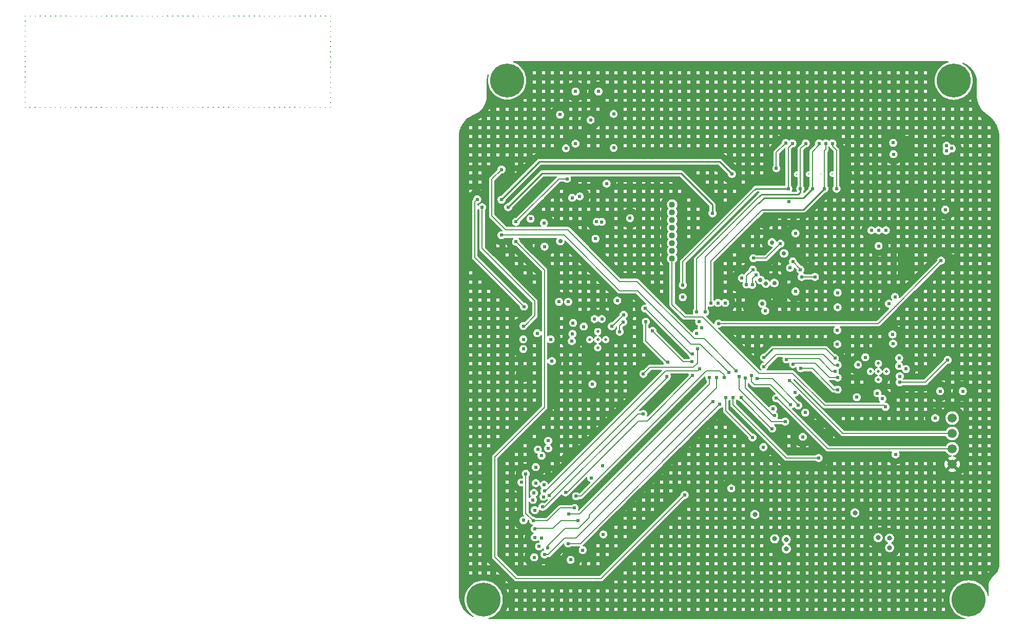
<source format=gbr>
%TF.GenerationSoftware,KiCad,Pcbnew,8.0.7*%
%TF.CreationDate,2025-02-06T16:30:48-03:00*%
%TF.ProjectId,adcs_board,61646373-5f62-46f6-9172-642e6b696361,1.0*%
%TF.SameCoordinates,Original*%
%TF.FileFunction,Copper,L2,Inr*%
%TF.FilePolarity,Positive*%
%FSLAX46Y46*%
G04 Gerber Fmt 4.6, Leading zero omitted, Abs format (unit mm)*
G04 Created by KiCad (PCBNEW 8.0.7) date 2025-02-06 16:30:48*
%MOMM*%
%LPD*%
G01*
G04 APERTURE LIST*
%TA.AperFunction,NonConductor*%
%ADD10C,0.200000*%
%TD*%
%TA.AperFunction,ComponentPad*%
%ADD11C,5.600000*%
%TD*%
%TA.AperFunction,ComponentPad*%
%ADD12C,1.016000*%
%TD*%
%TA.AperFunction,ComponentPad*%
%ADD13C,0.499999*%
%TD*%
%TA.AperFunction,ComponentPad*%
%ADD14C,1.520000*%
%TD*%
%TA.AperFunction,ViaPad*%
%ADD15C,0.610000*%
%TD*%
%TA.AperFunction,ViaPad*%
%ADD16C,0.700000*%
%TD*%
%TA.AperFunction,ViaPad*%
%ADD17C,0.800000*%
%TD*%
%TA.AperFunction,Conductor*%
%ADD18C,0.200000*%
%TD*%
%TA.AperFunction,Conductor*%
%ADD19C,0.203200*%
%TD*%
%TA.AperFunction,Conductor*%
%ADD20C,0.250000*%
%TD*%
G04 APERTURE END LIST*
D10*
X17400000Y-39400000D02*
X17440000Y-39400000D01*
X18240000Y-39400000D02*
X18280000Y-39400000D01*
X19080000Y-39400000D02*
X19120000Y-39400000D01*
X19920000Y-39400000D02*
X19960000Y-39400000D01*
X20760000Y-39400000D02*
X20800000Y-39400000D01*
X21600000Y-39400000D02*
X21640000Y-39400000D01*
X22440000Y-39400000D02*
X22480000Y-39400000D01*
X23280000Y-39400000D02*
X23320000Y-39400000D01*
X24120000Y-39400000D02*
X24160000Y-39400000D01*
X24960000Y-39400000D02*
X25000000Y-39400000D01*
X25800000Y-39400000D02*
X25840000Y-39400000D01*
X26640000Y-39400000D02*
X26680000Y-39400000D01*
X27480000Y-39400000D02*
X27520000Y-39400000D01*
X28320000Y-39400000D02*
X28360000Y-39400000D01*
X29160000Y-39400000D02*
X29200000Y-39400000D01*
X30000000Y-39400000D02*
X30040000Y-39400000D01*
X30840000Y-39400000D02*
X30880000Y-39400000D01*
X31680000Y-39400000D02*
X31720000Y-39400000D01*
X32520000Y-39400000D02*
X32560000Y-39400000D01*
X33360000Y-39400000D02*
X33400000Y-39400000D01*
X34200000Y-39400000D02*
X34240000Y-39400000D01*
X35040000Y-39400000D02*
X35080000Y-39400000D01*
X35880000Y-39400000D02*
X35920000Y-39400000D01*
X36720000Y-39400000D02*
X36760000Y-39400000D01*
X37560000Y-39400000D02*
X37600000Y-39400000D01*
X38400000Y-39400000D02*
X38440000Y-39400000D01*
X39240000Y-39400000D02*
X39280000Y-39400000D01*
X40080000Y-39400000D02*
X40120000Y-39400000D01*
X40920000Y-39400000D02*
X40960000Y-39400000D01*
X41760000Y-39400000D02*
X41800000Y-39400000D01*
X42600000Y-39400000D02*
X42640000Y-39400000D01*
X43440000Y-39400000D02*
X43480000Y-39400000D01*
X44280000Y-39400000D02*
X44320000Y-39400000D01*
X45120000Y-39400000D02*
X45160000Y-39400000D01*
X45960000Y-39400000D02*
X46000000Y-39400000D01*
X46800000Y-39400000D02*
X46840000Y-39400000D01*
X47640000Y-39400000D02*
X47680000Y-39400000D01*
X48480000Y-39400000D02*
X48520000Y-39400000D01*
X49320000Y-39400000D02*
X49360000Y-39400000D01*
X50160000Y-39400000D02*
X50200000Y-39400000D01*
X51000000Y-39400000D02*
X51040000Y-39400000D01*
X51840000Y-39400000D02*
X51880000Y-39400000D01*
X52680000Y-39400000D02*
X52720000Y-39400000D01*
X53520000Y-39400000D02*
X53560000Y-39400000D01*
X54360000Y-39400000D02*
X54400000Y-39400000D01*
X55200000Y-39400000D02*
X55240000Y-39400000D01*
X56040000Y-39400000D02*
X56080000Y-39400000D01*
X56880000Y-39400000D02*
X56920000Y-39400000D01*
X57720000Y-39400000D02*
X57760000Y-39400000D01*
X58560000Y-39400000D02*
X58600000Y-39400000D01*
X59400000Y-39400000D02*
X59440000Y-39400000D01*
X60240000Y-39400000D02*
X60280000Y-39400000D01*
X61080000Y-39400000D02*
X61120000Y-39400000D01*
X61920000Y-39400000D02*
X61960000Y-39400000D01*
X62760000Y-39400000D02*
X62800000Y-39400000D01*
X63600000Y-39400000D02*
X63640000Y-39400000D01*
X64440000Y-39400000D02*
X64480000Y-39400000D01*
X65280000Y-39400000D02*
X65320000Y-39400000D01*
X66120000Y-39400000D02*
X66160000Y-39400000D01*
X66960000Y-39400000D02*
X67000000Y-39400000D01*
X67800000Y-39400000D02*
X67800000Y-39400000D01*
X67800000Y-39400000D02*
X67800000Y-39440000D01*
X67800000Y-40240000D02*
X67800000Y-40280000D01*
X67800000Y-41080000D02*
X67800000Y-41120000D01*
X67800000Y-41920000D02*
X67800000Y-41960000D01*
X67800000Y-42760000D02*
X67800000Y-42800000D01*
X67800000Y-43600000D02*
X67800000Y-43640000D01*
X67800000Y-44440000D02*
X67800000Y-44480000D01*
X67800000Y-45280000D02*
X67800000Y-45320000D01*
X67800000Y-46120000D02*
X67800000Y-46160000D01*
X67800000Y-46960000D02*
X67800000Y-47000000D01*
X67800000Y-47800000D02*
X67800000Y-47840000D01*
X67800000Y-48640000D02*
X67800000Y-48680000D01*
X67800000Y-49480000D02*
X67800000Y-49520000D01*
X67800000Y-50320000D02*
X67800000Y-50360000D01*
X67800000Y-51160000D02*
X67800000Y-51200000D01*
X67800000Y-52000000D02*
X67800000Y-52040000D01*
X67800000Y-52840000D02*
X67800000Y-52880000D01*
X67800000Y-53680000D02*
X67800000Y-53720000D01*
X67800000Y-54500000D02*
X67760000Y-54500000D01*
X66960000Y-54500000D02*
X66920000Y-54500000D01*
X66120000Y-54500000D02*
X66080000Y-54500000D01*
X65280000Y-54500000D02*
X65240000Y-54500000D01*
X64440000Y-54500000D02*
X64400000Y-54500000D01*
X63600000Y-54500000D02*
X63560000Y-54500000D01*
X62760000Y-54500000D02*
X62720000Y-54500000D01*
X61920000Y-54500000D02*
X61880000Y-54500000D01*
X61080000Y-54500000D02*
X61040000Y-54500000D01*
X60240000Y-54500000D02*
X60200000Y-54500000D01*
X59400000Y-54500000D02*
X59360000Y-54500000D01*
X58560000Y-54500000D02*
X58520000Y-54500000D01*
X57720000Y-54500000D02*
X57680000Y-54500000D01*
X56880000Y-54500000D02*
X56840000Y-54500000D01*
X56040000Y-54500000D02*
X56000000Y-54500000D01*
X55200000Y-54500000D02*
X55160000Y-54500000D01*
X54360000Y-54500000D02*
X54320000Y-54500000D01*
X53520000Y-54500000D02*
X53480000Y-54500000D01*
X52680000Y-54500000D02*
X52640000Y-54500000D01*
X51840000Y-54500000D02*
X51800000Y-54500000D01*
X51000000Y-54500000D02*
X50960000Y-54500000D01*
X50160000Y-54500000D02*
X50120000Y-54500000D01*
X49320000Y-54500000D02*
X49280000Y-54500000D01*
X48480000Y-54500000D02*
X48440000Y-54500000D01*
X47640000Y-54500000D02*
X47600000Y-54500000D01*
X46800000Y-54500000D02*
X46760000Y-54500000D01*
X45960000Y-54500000D02*
X45920000Y-54500000D01*
X45120000Y-54500000D02*
X45080000Y-54500000D01*
X44280000Y-54500000D02*
X44240000Y-54500000D01*
X43440000Y-54500000D02*
X43400000Y-54500000D01*
X42600000Y-54500000D02*
X42560000Y-54500000D01*
X41760000Y-54500000D02*
X41720000Y-54500000D01*
X40920000Y-54500000D02*
X40880000Y-54500000D01*
X40080000Y-54500000D02*
X40040000Y-54500000D01*
X39240000Y-54500000D02*
X39200000Y-54500000D01*
X38400000Y-54500000D02*
X38360000Y-54500000D01*
X37560000Y-54500000D02*
X37520000Y-54500000D01*
X36720000Y-54500000D02*
X36680000Y-54500000D01*
X35880000Y-54500000D02*
X35840000Y-54500000D01*
X35040000Y-54500000D02*
X35000000Y-54500000D01*
X34200000Y-54500000D02*
X34160000Y-54500000D01*
X33360000Y-54500000D02*
X33320000Y-54500000D01*
X32520000Y-54500000D02*
X32480000Y-54500000D01*
X31680000Y-54500000D02*
X31640000Y-54500000D01*
X30840000Y-54500000D02*
X30800000Y-54500000D01*
X30000000Y-54500000D02*
X29960000Y-54500000D01*
X29160000Y-54500000D02*
X29120000Y-54500000D01*
X28320000Y-54500000D02*
X28280000Y-54500000D01*
X27480000Y-54500000D02*
X27440000Y-54500000D01*
X26640000Y-54500000D02*
X26600000Y-54500000D01*
X25800000Y-54500000D02*
X25760000Y-54500000D01*
X24960000Y-54500000D02*
X24920000Y-54500000D01*
X24120000Y-54500000D02*
X24080000Y-54500000D01*
X23280000Y-54500000D02*
X23240000Y-54500000D01*
X22440000Y-54500000D02*
X22400000Y-54500000D01*
X21600000Y-54500000D02*
X21560000Y-54500000D01*
X20760000Y-54500000D02*
X20720000Y-54500000D01*
X19920000Y-54500000D02*
X19880000Y-54500000D01*
X19080000Y-54500000D02*
X19040000Y-54500000D01*
X18240000Y-54500000D02*
X18200000Y-54500000D01*
X17400000Y-54500000D02*
X17400000Y-54500000D01*
X17400000Y-54500000D02*
X17400000Y-54460000D01*
X17400000Y-53660000D02*
X17400000Y-53620000D01*
X17400000Y-52820000D02*
X17400000Y-52780000D01*
X17400000Y-51980000D02*
X17400000Y-51940000D01*
X17400000Y-51140000D02*
X17400000Y-51100000D01*
X17400000Y-50300000D02*
X17400000Y-50260000D01*
X17400000Y-49460000D02*
X17400000Y-49420000D01*
X17400000Y-48620000D02*
X17400000Y-48580000D01*
X17400000Y-47780000D02*
X17400000Y-47740000D01*
X17400000Y-46940000D02*
X17400000Y-46900000D01*
X17400000Y-46100000D02*
X17400000Y-46060000D01*
X17400000Y-45260000D02*
X17400000Y-45220000D01*
X17400000Y-44420000D02*
X17400000Y-44380000D01*
X17400000Y-43580000D02*
X17400000Y-43540000D01*
X17400000Y-42740000D02*
X17400000Y-42700000D01*
X17400000Y-41900000D02*
X17400000Y-41860000D01*
X17400000Y-41060000D02*
X17400000Y-41020000D01*
X17400000Y-40220000D02*
X17400000Y-40180000D01*
D11*
%TO.N,N/C*%
%TO.C,H6*%
X170600000Y-50103500D03*
%TD*%
D12*
%TO.N,/mcu_circuits/magnetometer1/S{slash}R1*%
%TO.C,U27*%
X124146666Y-79440383D03*
%TO.N,unconnected-(U27-OFFSET+-Pad2)*%
X124146666Y-78170383D03*
%TO.N,GNDA*%
X124146666Y-76900383D03*
X124146666Y-75630383D03*
%TO.N,Net-(U27-OUT+)*%
X124146666Y-74360383D03*
%TO.N,unconnected-(U27-OFFSET--Pad6)*%
X124146666Y-73090383D03*
%TO.N,+5V*%
X124146666Y-71820383D03*
%TO.N,Net-(U27-OUT-)*%
X124146666Y-70550383D03*
%TD*%
D13*
%TO.N,N/C*%
%TO.C,U23*%
X159500000Y-98100000D03*
X158174999Y-99425001D03*
X158174999Y-98100000D03*
X158174999Y-96774999D03*
X156849998Y-98100000D03*
%TD*%
D11*
%TO.N,N/C*%
%TO.C,H7*%
X93048000Y-135765000D03*
%TD*%
D14*
%TO.N,+3V3*%
%TO.C,J8*%
X170342500Y-113412500D03*
%TO.N,/SWDIO*%
X170342500Y-110872500D03*
%TO.N,/SWDCLK*%
X170342500Y-108332500D03*
%TO.N,GND*%
X170342500Y-105792500D03*
%TD*%
D13*
%TO.N,N/C*%
%TO.C,U28*%
X110550000Y-92850001D03*
X111875001Y-91525000D03*
X111875001Y-92850001D03*
X111875001Y-94175002D03*
X113200002Y-92850001D03*
%TD*%
D11*
%TO.N,N/C*%
%TO.C,H5*%
X96924000Y-50063500D03*
%TD*%
%TO.N,N/C*%
%TO.C,H8*%
X173070000Y-135729700D03*
%TD*%
D15*
%TO.N,/NRST*%
X132900000Y-86800000D03*
D16*
%TO.N,+3V3*%
X134900000Y-83700000D03*
D15*
X158600000Y-94800000D03*
X107022200Y-112622200D03*
X139400000Y-73300000D03*
X169800000Y-79800000D03*
X162600000Y-80800000D03*
X127400000Y-86750000D03*
X118650000Y-100400000D03*
X124550000Y-99850000D03*
X162823700Y-60500000D03*
X106500000Y-119800000D03*
D16*
X135900000Y-79000000D03*
D15*
X141822000Y-109325001D03*
X162823700Y-62000000D03*
X163400000Y-68300000D03*
X105250000Y-129595000D03*
X139980000Y-66827501D03*
X137350000Y-80435000D03*
X159700000Y-94700000D03*
X147290000Y-60500001D03*
X152580000Y-65627501D03*
D16*
X141950000Y-85950000D03*
D15*
X137050000Y-87350000D03*
X162600000Y-78800000D03*
X162600000Y-79800000D03*
X110600000Y-96250000D03*
X96000000Y-67300000D03*
X140450000Y-101600000D03*
X162600000Y-81800000D03*
X99600000Y-98600000D03*
%TO.N,/SWDIO*%
X141300000Y-102500000D03*
%TO.N,/SWDCLK*%
X143500000Y-99600000D03*
%TO.N,GNDA*%
X158850000Y-102600000D03*
X108200000Y-60500000D03*
X169423700Y-61700000D03*
X112530004Y-73427859D03*
X170273700Y-61299999D03*
X114500000Y-61200000D03*
X169423700Y-60850000D03*
X108200000Y-51900000D03*
X111350000Y-89450000D03*
X160608700Y-60350000D03*
X160658700Y-62250000D03*
%TO.N,/SRI_IN*%
X133000000Y-102400000D03*
X137400000Y-109000000D03*
D17*
%TO.N,+5V*%
X137780000Y-121710000D03*
X141060000Y-125730000D03*
D15*
X112550000Y-89450000D03*
X111500000Y-76200000D03*
X112700000Y-113700000D03*
X112000000Y-51900000D03*
X168350000Y-101350000D03*
X112800000Y-125000000D03*
D17*
X142970000Y-127370000D03*
X158120000Y-125540000D03*
D15*
X109550000Y-90700000D03*
X113344166Y-67100000D03*
D17*
X142960000Y-125820000D03*
D15*
X169200000Y-71400000D03*
X158000000Y-101700000D03*
D17*
X154290000Y-121440000D03*
X160030000Y-127180000D03*
D15*
X107650000Y-69450000D03*
D17*
X160020000Y-125630000D03*
D15*
X111700000Y-73400000D03*
%TO.N,/enable_ehs*%
X133500000Y-98300000D03*
X96000000Y-75600000D03*
%TO.N,GND*%
X172100000Y-101350000D03*
X125900000Y-85850000D03*
X103700000Y-109550000D03*
X144500000Y-75300000D03*
X154600000Y-102350000D03*
D16*
X140600000Y-76800000D03*
D15*
X145700000Y-108900000D03*
X167542500Y-105802500D03*
X139500000Y-88100000D03*
X99632082Y-122664992D03*
X143400000Y-70100000D03*
X103005000Y-116800000D03*
X146100000Y-104900000D03*
X131700000Y-86800000D03*
X139200000Y-110600000D03*
X102600000Y-125600000D03*
X135650000Y-82700000D03*
X144500000Y-84900000D03*
X144400000Y-101600000D03*
X109400000Y-127600000D03*
X101400000Y-128800000D03*
X143600000Y-81000000D03*
D16*
X142600000Y-78600000D03*
D15*
%TO.N,/GYRO_INT*%
X144950000Y-103700000D03*
X138200000Y-99290380D03*
%TO.N,/boot_ehs*%
X96000000Y-64774198D03*
X134700000Y-98000000D03*
%TO.N,/BIN2u8*%
X107000000Y-126500000D03*
X132000000Y-103500000D03*
%TO.N,/BIN2u7*%
X127500000Y-98800000D03*
X106550000Y-118050000D03*
%TO.N,/nfaultu7*%
X103100000Y-117800000D03*
X128700000Y-97700000D03*
%TO.N,/BIN1u7*%
X123300000Y-98900000D03*
X103900000Y-118600000D03*
%TO.N,/SRI_IN2*%
X134200000Y-102400000D03*
X148300000Y-112400000D03*
%TO.N,/nfaultu8*%
X103600000Y-127200000D03*
X131500000Y-99100000D03*
%TO.N,/nsleepu8*%
X119400000Y-105100000D03*
X102750000Y-120450000D03*
%TO.N,/BIN1u8*%
X130875000Y-103075000D03*
X103100000Y-128300000D03*
%TO.N,/AIN1u8*%
X108300000Y-118700000D03*
X132700000Y-99100000D03*
%TO.N,/GYRO_DRDY*%
X143700000Y-103600000D03*
X137200000Y-98800000D03*
%TO.N,/AIN2u8*%
X130300000Y-99100000D03*
X107100000Y-121600000D03*
%TO.N,/mcu_circuits/OSC1*%
X144050000Y-79950000D03*
X145500000Y-82500000D03*
X147700000Y-82500000D03*
X145300000Y-81300000D03*
%TO.N,/mcu_circuits/5v_out*%
X158200000Y-74800000D03*
X158200000Y-77400000D03*
X159400000Y-74800000D03*
X157000000Y-74800000D03*
%TO.N,Net-(U23-AIN1)*%
X159900000Y-86917500D03*
X162700000Y-97700000D03*
%TO.N,Net-(U23-AIN0)*%
X161700000Y-98900000D03*
X160900000Y-85800000D03*
%TO.N,Net-(U23-AIN3)*%
X161600000Y-95900000D03*
X160600000Y-93500000D03*
%TO.N,Net-(U23-AIN2)*%
X160500000Y-92000000D03*
X161600000Y-97200000D03*
%TO.N,/mcu_circuits/coarse_sun-sensor1/REFP*%
X169600000Y-96200000D03*
X161700000Y-99900000D03*
%TO.N,Net-(U28-AIN1)*%
X107700000Y-91900000D03*
%TO.N,Net-(U28-AIN0)*%
X107800000Y-90100000D03*
%TO.N,Net-(U28-AIN2)*%
X107600000Y-93100000D03*
%TO.N,Net-(U28-AIN3)*%
X104300000Y-96400000D03*
%TO.N,/mcu_circuits/magnetometer1/outx*%
X105500000Y-86600000D03*
%TO.N,/mcu_circuits/magnetometer1/outy*%
X101900000Y-91800000D03*
%TO.N,/mcu_circuits/magnetometer1/outz*%
X117200000Y-72800000D03*
X104100000Y-92800000D03*
%TO.N,/mcu_circuits/magnetometer1/S{slash}R2*%
X98400000Y-76700000D03*
X126200000Y-118500000D03*
X106800000Y-66300000D03*
X98400000Y-73400000D03*
%TO.N,/mcu_circuits/magnetometer1/S{slash}R1*%
X159350000Y-103950000D03*
%TO.N,/SD_SPI_MOSI*%
X148390000Y-60462499D03*
X129600000Y-88300000D03*
X147280000Y-67927501D03*
%TO.N,/currentcoilz*%
X107400000Y-129200000D03*
X111000000Y-100200000D03*
X128600000Y-89900000D03*
%TO.N,/SS_I{slash}O_CLOCK*%
X139300000Y-95800000D03*
X151000000Y-95900000D03*
%TO.N,/SS_INT*%
X151000000Y-98077184D03*
X143000000Y-96100000D03*
%TO.N,/SD_SPI_SS*%
X149270000Y-67927501D03*
X149490000Y-60462499D03*
X130500000Y-86800000D03*
%TO.N,/SS_SPI_MISO*%
X151443183Y-97054368D03*
X139300000Y-97300000D03*
%TO.N,/SS_SPI_SCK*%
X151443183Y-101100000D03*
X145317106Y-97597658D03*
D16*
%TO.N,/can_ss*%
X139600000Y-83600000D03*
%TO.N,/can_int*%
X139000000Y-86900000D03*
D15*
%TO.N,/currentcoily*%
X128200000Y-91800000D03*
X151400000Y-93600000D03*
X103700000Y-110800000D03*
%TO.N,/GYRO_I2C_SDA*%
X142800000Y-106374999D03*
X135200000Y-98900000D03*
%TO.N,/MAG_SPI_MOSI*%
X123400000Y-96600000D03*
X119800000Y-89899077D03*
D16*
%TO.N,/can_sck*%
X141000000Y-83500000D03*
D15*
%TO.N,/MAG_SPI_SCK*%
X119700000Y-87700000D03*
X127450000Y-95250000D03*
%TO.N,/can_reset*%
X137450000Y-81300000D03*
X136400000Y-83750000D03*
%TO.N,/currentin*%
X168500000Y-79800000D03*
X131800000Y-90200000D03*
%TO.N,/MAG_SPI_MISO*%
X127400000Y-96500000D03*
X120900000Y-91400000D03*
%TO.N,/GYRO_I2C_CS*%
X140800000Y-104300000D03*
%TO.N,/currentcoilx*%
X102900000Y-118800000D03*
X129000000Y-90900000D03*
X151400000Y-91300000D03*
%TO.N,/MAG_I{slash}O_CLOCK*%
X128300000Y-94400000D03*
X119400000Y-98500000D03*
%TO.N,/GYRO_I2C_SMBAI*%
X141000000Y-105400000D03*
X136200000Y-99200000D03*
D16*
%TO.N,/can_miso*%
X138700000Y-83000000D03*
D15*
%TO.N,/can_mosi*%
X137363811Y-83800000D03*
X137950000Y-82150000D03*
%TO.N,/SD_SPI_MISO*%
X143300000Y-67927501D03*
X143990000Y-60462499D03*
X125900000Y-83850000D03*
%TO.N,/SD_SPI_SLK*%
X145290000Y-67927501D03*
X128200000Y-88255000D03*
X146190000Y-60462499D03*
%TO.N,/GYRO_I2C_SDL*%
X140650000Y-107550000D03*
X135500000Y-102400000D03*
%TO.N,/SS_SPI_MOSI*%
X144100000Y-96900000D03*
X151443183Y-99100000D03*
%TO.N,/mcu_circuits/can_n*%
X130800000Y-72000000D03*
X97100000Y-71000000D03*
X92800000Y-71000000D03*
X99600000Y-90600000D03*
%TO.N,/mcu_circuits/SS_AIN1*%
X151443183Y-87500000D03*
X99600000Y-94400000D03*
%TO.N,/mcu_circuits/SS_AIN0*%
X99600000Y-92800000D03*
X151443183Y-85100000D03*
%TO.N,/mcu_circuits/can_p*%
X134000000Y-65500000D03*
X92000000Y-69700000D03*
X99700000Y-87400000D03*
X96000000Y-69750000D03*
%TO.N,/mcu_circuits/magnetorquery*%
X102000000Y-111000000D03*
X99300000Y-116400000D03*
%TO.N,/mcu_circuits/magnetorquerx2*%
X110800000Y-115700000D03*
X101650000Y-116550000D03*
%TO.N,/mcu_circuits/magnetorquerz2*%
X108600000Y-122700000D03*
X101499999Y-124100002D03*
%TO.N,/mcu_circuits/magnetorquerx*%
X101350000Y-118150000D03*
%TO.N,/mcu_circuits/magnetorquerz*%
X101500000Y-125500000D03*
%TO.N,/mcu_circuits/magnetorquery2*%
X100000000Y-115000000D03*
X101250000Y-122750000D03*
X108050000Y-120650000D03*
%TO.N,Net-(U23-CLKIN)*%
X156000000Y-95775001D03*
%TO.N,Net-(U23-DRDY_N)*%
X154800000Y-97000000D03*
%TO.N,Net-(U25-OUT-(A))*%
X107000000Y-86600000D03*
X110700000Y-56600000D03*
D16*
%TO.N,Net-(U25-OUT+(A))*%
X105700000Y-76600000D03*
D15*
X114500000Y-55600000D03*
%TO.N,Net-(U26-1IN+)*%
X103100000Y-77500000D03*
%TO.N,/mcu_circuits/magnetometer1/out-b*%
X115100000Y-86400000D03*
X106625000Y-61275000D03*
%TO.N,/mcu_circuits/magnetometer1/out+b*%
X103000000Y-73600000D03*
X105655000Y-55700000D03*
%TO.N,Net-(U26-2IN+)*%
X100800000Y-72900000D03*
%TO.N,Net-(U28-SCLK)*%
X116150000Y-88750000D03*
X114200000Y-90650000D03*
%TO.N,Net-(U28-DIN)*%
X115500000Y-91550000D03*
X116100000Y-89950000D03*
%TO.N,Net-(U27-OUT+)*%
X108905000Y-69200000D03*
%TO.N,/mcu_circuits/can_tx*%
X142000000Y-76999986D03*
X137550000Y-79400000D03*
%TO.N,/mcu_circuits/magnetorquer control1/current_sensingx*%
X102600000Y-112000000D03*
X101500000Y-121000000D03*
%TO.N,/mcu_circuits/magnetorquer control1/current_sensingy*%
X101656600Y-113900000D03*
X101200000Y-119300000D03*
%TO.N,/mcu_circuits/magnetorquer control1/current_sensingz*%
X102200000Y-127000000D03*
%TO.N,Net-(J1-1)*%
X151260000Y-67927501D03*
X150590000Y-60462499D03*
%TO.N,/mcu_circuits/magnetometer1/8v*%
X133900000Y-117400000D03*
%TO.N,Net-(J1-8)*%
X141330000Y-64577501D03*
X142890000Y-60400001D03*
%TO.N,/mcu_circuits/magnetometer1/8v(2)*%
X161000000Y-111800000D03*
%TD*%
D18*
%TO.N,/SWDIO*%
X141500000Y-102500000D02*
X149872500Y-110872500D01*
X141300000Y-102500000D02*
X141500000Y-102500000D01*
X149872500Y-110872500D02*
X170342500Y-110872500D01*
%TO.N,/SWDCLK*%
X143500000Y-99600000D02*
X143600000Y-99600000D01*
X155272500Y-108332500D02*
X170342500Y-108332500D01*
X152332500Y-108332500D02*
X155272500Y-108332500D01*
X143600000Y-99600000D02*
X152332500Y-108332500D01*
X170062500Y-108052500D02*
X170342500Y-108332500D01*
%TO.N,/SRI_IN*%
X133000000Y-104600000D02*
X137400000Y-109000000D01*
X133000000Y-102400000D02*
X133000000Y-104600000D01*
D19*
%TO.N,+5V*%
X111700000Y-73400000D02*
X111750000Y-73450000D01*
D18*
%TO.N,/enable_ehs*%
X96000000Y-75600000D02*
X106300000Y-75600000D01*
X127200000Y-93600000D02*
X128800000Y-93600000D01*
X128800000Y-93600000D02*
X133500000Y-98300000D01*
X115500000Y-84800000D02*
X118400000Y-84800000D01*
X118400000Y-84800000D02*
X127200000Y-93600000D01*
X106300000Y-75600000D02*
X115500000Y-84800000D01*
%TO.N,/GYRO_INT*%
X140700000Y-99300000D02*
X138209620Y-99300000D01*
X144950000Y-103550000D02*
X140700000Y-99300000D01*
X144950000Y-103700000D02*
X144950000Y-103550000D01*
X138209620Y-99300000D02*
X138200000Y-99290380D01*
%TO.N,/boot_ehs*%
X127800000Y-92700000D02*
X118350000Y-83250000D01*
X94400000Y-66374198D02*
X96000000Y-64774198D01*
X129400000Y-92700000D02*
X127800000Y-92700000D01*
X94400000Y-72400000D02*
X94400000Y-66374198D01*
X134700000Y-98000000D02*
X129400000Y-92700000D01*
X96700000Y-74700000D02*
X94400000Y-72400000D01*
X118350000Y-83250000D02*
X115500000Y-83250000D01*
X115500000Y-83250000D02*
X106950000Y-74700000D01*
X106950000Y-74700000D02*
X96700000Y-74700000D01*
%TO.N,/BIN2u8*%
X132000000Y-103500000D02*
X109000000Y-126500000D01*
X109000000Y-126500000D02*
X107000000Y-126500000D01*
%TO.N,/BIN2u7*%
X120000000Y-106300000D02*
X127500000Y-98800000D01*
X106850000Y-118050000D02*
X118600000Y-106300000D01*
X118600000Y-106300000D02*
X120000000Y-106300000D01*
X106550000Y-118050000D02*
X106850000Y-118050000D01*
%TO.N,/nfaultu7*%
X123100000Y-98000000D02*
X128400000Y-98000000D01*
X128400000Y-98000000D02*
X128700000Y-97700000D01*
X103100000Y-117800000D02*
X103300000Y-117800000D01*
X103300000Y-117800000D02*
X123100000Y-98000000D01*
%TO.N,/BIN1u7*%
X103900000Y-118600000D02*
X123300000Y-99200000D01*
X123300000Y-99200000D02*
X123300000Y-98900000D01*
X103900000Y-118600000D02*
X103900000Y-118571779D01*
%TO.N,/SRI_IN2*%
X134200000Y-103600000D02*
X143000000Y-112400000D01*
X134200000Y-102400000D02*
X134200000Y-103600000D01*
X143000000Y-112400000D02*
X148300000Y-112400000D01*
%TO.N,/nfaultu8*%
X106500000Y-124000000D02*
X108700000Y-124000000D01*
X103600000Y-127200000D02*
X103600000Y-126900000D01*
X108700000Y-124000000D02*
X110500000Y-122200000D01*
X103600000Y-126900000D02*
X106500000Y-124000000D01*
X131500000Y-100800000D02*
X131500000Y-99000000D01*
X110500000Y-122200000D02*
X110500000Y-121800000D01*
X110500000Y-121800000D02*
X131500000Y-100800000D01*
%TO.N,/nsleepu8*%
X119400000Y-105100000D02*
X118500000Y-105100000D01*
X103150000Y-120450000D02*
X102750000Y-120450000D01*
X118500000Y-105100000D02*
X103150000Y-120450000D01*
%TO.N,/BIN1u8*%
X103100000Y-128300000D02*
X103740381Y-128300000D01*
X108300000Y-125600000D02*
X130825000Y-103075000D01*
X103740381Y-128300000D02*
X106440381Y-125600000D01*
X130825000Y-103075000D02*
X130875000Y-103075000D01*
X106440381Y-125600000D02*
X108300000Y-125600000D01*
%TO.N,/AIN1u8*%
X132700000Y-98700000D02*
X132700000Y-99100000D01*
X108300000Y-118700000D02*
X109100000Y-118700000D01*
X132000000Y-98000000D02*
X132700000Y-98700000D01*
X129800000Y-98000000D02*
X132000000Y-98000000D01*
X109100000Y-118700000D02*
X129800000Y-98000000D01*
%TO.N,/GYRO_DRDY*%
X140400000Y-100300000D02*
X137700000Y-100300000D01*
X143700000Y-103600000D02*
X140400000Y-100300000D01*
X137700000Y-100300000D02*
X137200000Y-99800000D01*
X137200000Y-99800000D02*
X137200000Y-98800000D01*
%TO.N,/AIN2u8*%
X108900000Y-121600000D02*
X107100000Y-121600000D01*
X130300000Y-100200000D02*
X108900000Y-121600000D01*
X130300000Y-99100000D02*
X130300000Y-100200000D01*
D19*
%TO.N,/mcu_circuits/OSC1*%
X145300000Y-81300000D02*
X145300000Y-81200000D01*
X145300000Y-81200000D02*
X144050000Y-79950000D01*
X147700000Y-82500000D02*
X145500000Y-82500000D01*
D18*
%TO.N,Net-(U23-AIN1)*%
X159917500Y-86900000D02*
X159900000Y-86917500D01*
D19*
%TO.N,/mcu_circuits/coarse_sun-sensor1/REFP*%
X169600000Y-96200000D02*
X165900000Y-99900000D01*
X165900000Y-99900000D02*
X161700000Y-99900000D01*
D18*
%TO.N,/mcu_circuits/magnetometer1/S{slash}R2*%
X98400000Y-76700000D02*
X103100000Y-81400000D01*
X94900000Y-128750000D02*
X98450000Y-132300000D01*
X105500000Y-66300000D02*
X98400000Y-73400000D01*
X94900000Y-112200000D02*
X94900000Y-128750000D01*
X98450000Y-132300000D02*
X112400000Y-132300000D01*
X112400000Y-132300000D02*
X126200000Y-118500000D01*
D20*
X126200000Y-118500000D02*
X126100000Y-118600000D01*
D18*
X103100000Y-104000000D02*
X94900000Y-112200000D01*
X103100000Y-81400000D02*
X103100000Y-104000000D01*
X106800000Y-66300000D02*
X105500000Y-66300000D01*
%TO.N,/mcu_circuits/magnetometer1/S{slash}R1*%
X159350000Y-103950000D02*
X159100000Y-103700000D01*
X124146666Y-87046666D02*
X124146666Y-79440383D01*
X159100000Y-103700000D02*
X149300000Y-103700000D01*
X144000000Y-98400000D02*
X138500000Y-98400000D01*
X149300000Y-103700000D02*
X144000000Y-98400000D01*
X138500000Y-98400000D02*
X129200000Y-89100000D01*
X129200000Y-89100000D02*
X126200000Y-89100000D01*
X126200000Y-89100000D02*
X124146666Y-87046666D01*
D20*
%TO.N,/SD_SPI_MOSI*%
X138445000Y-70355000D02*
X139340000Y-69460000D01*
D18*
X129600000Y-79200000D02*
X129600000Y-88300000D01*
X138445000Y-70355000D02*
X129600000Y-79200000D01*
D20*
X139340000Y-69460000D02*
X145747501Y-69460000D01*
D18*
X147280000Y-65127501D02*
X147280000Y-67927501D01*
D19*
X148390000Y-60700001D02*
X148390000Y-60462499D01*
X147280000Y-61810001D02*
X148390000Y-60700001D01*
X147280000Y-66827499D02*
X147280000Y-61810001D01*
D20*
X145747501Y-69460000D02*
X147280000Y-67927501D01*
%TO.N,/SS_I{slash}O_CLOCK*%
X139300000Y-95800000D02*
X140700000Y-94400000D01*
D18*
X140700000Y-94400000D02*
X149500000Y-94400000D01*
X149500000Y-94400000D02*
X151000000Y-95900000D01*
%TO.N,/SS_INT*%
X150477184Y-98077184D02*
X151000000Y-98077184D01*
D20*
X143000000Y-96100000D02*
X143100000Y-96000000D01*
D18*
X143100000Y-96000000D02*
X148400000Y-96000000D01*
X148400000Y-96000000D02*
X150477184Y-98077184D01*
D19*
%TO.N,/SD_SPI_SS*%
X149290000Y-61662499D02*
X149490000Y-61462499D01*
D18*
X148680000Y-65527500D02*
X148635000Y-65527500D01*
D20*
X145807501Y-71390000D02*
X139010000Y-71390000D01*
D18*
X139010000Y-71390000D02*
X130500000Y-79900000D01*
X130500000Y-79900000D02*
X130500000Y-86800000D01*
D19*
X149490000Y-61462499D02*
X149490000Y-60462499D01*
X148680000Y-65527500D02*
X148700000Y-65507500D01*
X149290000Y-67907501D02*
X149290000Y-61662499D01*
D20*
X149270000Y-67927501D02*
X145807501Y-71390000D01*
D18*
%TO.N,/SS_SPI_MISO*%
X139300000Y-97300000D02*
X141300000Y-95300000D01*
X150854368Y-97054368D02*
X151443183Y-97054368D01*
X141300000Y-95300000D02*
X149100000Y-95300000D01*
X149100000Y-95300000D02*
X150854368Y-97054368D01*
%TO.N,/SS_SPI_SCK*%
X150800000Y-101100000D02*
X151443183Y-101100000D01*
X149800000Y-100100000D02*
X150800000Y-101100000D01*
X147300000Y-97600000D02*
X149800000Y-100100000D01*
X145300000Y-97600000D02*
X147300000Y-97600000D01*
%TO.N,/GYRO_I2C_SDA*%
X140524999Y-106374999D02*
X135200000Y-101050000D01*
X142800000Y-106374999D02*
X140524999Y-106374999D01*
X135200000Y-101050000D02*
X135200000Y-98900000D01*
%TO.N,/MAG_SPI_MOSI*%
X119800000Y-93100000D02*
X123300000Y-96600000D01*
X123300000Y-96600000D02*
X123400000Y-96600000D01*
X119800000Y-89899077D02*
X119800000Y-93100000D01*
%TO.N,/MAG_SPI_SCK*%
X127250000Y-95250000D02*
X119700000Y-87700000D01*
X127450000Y-95250000D02*
X127250000Y-95250000D01*
D19*
%TO.N,/can_reset*%
X136400000Y-82350000D02*
X137450000Y-81300000D01*
X136400000Y-83750000D02*
X136400000Y-82350000D01*
D18*
%TO.N,/currentin*%
X158100000Y-90200000D02*
X168500000Y-79800000D01*
X131800000Y-90200000D02*
X158100000Y-90200000D01*
%TO.N,/MAG_SPI_MISO*%
X126000000Y-96500000D02*
X120900000Y-91400000D01*
X127400000Y-96500000D02*
X126000000Y-96500000D01*
%TO.N,/MAG_I{slash}O_CLOCK*%
X127600000Y-97400000D02*
X120500000Y-97400000D01*
X120500000Y-97400000D02*
X119400000Y-98500000D01*
X128300000Y-94400000D02*
X128300000Y-96700000D01*
X128300000Y-96700000D02*
X127600000Y-97400000D01*
%TO.N,/GYRO_I2C_SMBAI*%
X136200000Y-100800000D02*
X136200000Y-99200000D01*
X141000000Y-105400000D02*
X140800000Y-105400000D01*
X140800000Y-105400000D02*
X136200000Y-100800000D01*
D19*
%TO.N,/can_mosi*%
X137363811Y-83800000D02*
X137363811Y-82736189D01*
X137363811Y-82736189D02*
X137950000Y-82150000D01*
%TO.N,/SD_SPI_MISO*%
X143300000Y-61152499D02*
X143990000Y-60462499D01*
D18*
X125900000Y-80000000D02*
X137750000Y-68150000D01*
D19*
X143300000Y-67927501D02*
X143300000Y-61152499D01*
D18*
X125900000Y-83850000D02*
X125900000Y-80000000D01*
D20*
X143300000Y-67927501D02*
X137972499Y-67927501D01*
X137972499Y-67927501D02*
X137750000Y-68150000D01*
%TO.N,/SD_SPI_SLK*%
X145290000Y-68560000D02*
X144960000Y-68890000D01*
D19*
X144700000Y-65562500D02*
X144700000Y-65527500D01*
D20*
X145290000Y-67927501D02*
X145290000Y-68560000D01*
D19*
X145290000Y-61362499D02*
X146190000Y-60462499D01*
D18*
X138540000Y-69240000D02*
X128200000Y-79580000D01*
D19*
X145290000Y-67927501D02*
X145290000Y-61362499D01*
D18*
X128200000Y-79580000D02*
X128200000Y-88255000D01*
X138725000Y-69055000D02*
X138540000Y-69240000D01*
D20*
X144960000Y-68890000D02*
X138890000Y-68890000D01*
D18*
X146690000Y-65527500D02*
X146635000Y-65527500D01*
D20*
X138890000Y-68890000D02*
X138540000Y-69240000D01*
D18*
%TO.N,/GYRO_I2C_SDL*%
X140650000Y-107550000D02*
X140550000Y-107550000D01*
X140550000Y-107550000D02*
X135500000Y-102500000D01*
X135500000Y-102500000D02*
X135500000Y-102400000D01*
%TO.N,/SS_SPI_MOSI*%
X149200000Y-98200000D02*
X150100000Y-99100000D01*
D20*
X144029045Y-96900000D02*
X144100000Y-96900000D01*
D18*
X150100000Y-99100000D02*
X151443183Y-99100000D01*
X144229045Y-96700000D02*
X147700000Y-96700000D01*
X147700000Y-96700000D02*
X149200000Y-98200000D01*
D20*
X144100000Y-96829045D02*
X144229045Y-96700000D01*
X144100000Y-96900000D02*
X144100000Y-96829045D01*
X144000000Y-96929045D02*
X144029045Y-96900000D01*
%TO.N,/mcu_circuits/can_n*%
X130800000Y-70600000D02*
X125600000Y-65400000D01*
X125600000Y-65400000D02*
X102700000Y-65400000D01*
D18*
X101500000Y-86500000D02*
X101500000Y-88900000D01*
X101500000Y-88900000D02*
X99800000Y-90600000D01*
X92800000Y-71000000D02*
X92800000Y-77800000D01*
D20*
X130800000Y-72000000D02*
X130800000Y-70600000D01*
X102700000Y-65400000D02*
X97100000Y-71000000D01*
D18*
X92800000Y-77800000D02*
X101500000Y-86500000D01*
%TO.N,/mcu_circuits/can_p*%
X91600000Y-70100000D02*
X92000000Y-69700000D01*
X99700000Y-87400000D02*
X91600000Y-79300000D01*
X91600000Y-79300000D02*
X91600000Y-70100000D01*
D20*
X102250000Y-63500000D02*
X96000000Y-69750000D01*
X134000000Y-65500000D02*
X132000000Y-63500000D01*
X132000000Y-63500000D02*
X102250000Y-63500000D01*
D18*
%TO.N,/mcu_circuits/magnetorquerz2*%
X108600000Y-122700000D02*
X105800000Y-122700000D01*
X104500000Y-124000000D02*
X101600001Y-124000000D01*
X105800000Y-122700000D02*
X104500000Y-124000000D01*
%TO.N,/mcu_circuits/magnetorquery2*%
X108050000Y-120650000D02*
X105650000Y-120650000D01*
X103550000Y-122750000D02*
X101250000Y-122750000D01*
X105650000Y-120650000D02*
X103550000Y-122750000D01*
X101250000Y-122750000D02*
X100000000Y-121500000D01*
X100000000Y-121500000D02*
X100000000Y-115000000D01*
D19*
%TO.N,Net-(U28-SCLK)*%
X114200000Y-90650000D02*
X114250000Y-90650000D01*
X114250000Y-90650000D02*
X116150000Y-88750000D01*
%TO.N,Net-(U28-DIN)*%
X116100000Y-89950000D02*
X115500000Y-90550000D01*
X115500000Y-90550000D02*
X115500000Y-91550000D01*
D20*
%TO.N,/mcu_circuits/can_tx*%
X142000000Y-77000000D02*
X142000000Y-76999986D01*
D18*
X139600000Y-79400000D02*
X142000000Y-77000000D01*
X137550000Y-79400000D02*
X139600000Y-79400000D01*
%TO.N,Net-(J1-1)*%
X150540000Y-65477500D02*
X150590000Y-65527500D01*
D19*
X151260000Y-61582499D02*
X150590000Y-60912499D01*
X150590000Y-60912499D02*
X150590000Y-60462499D01*
X151260000Y-67927501D02*
X151260000Y-61582499D01*
%TO.N,Net-(J1-8)*%
X141330000Y-61960001D02*
X142890000Y-60400001D01*
X141330000Y-64577501D02*
X141330000Y-61960001D01*
%TD*%
%TA.AperFunction,Conductor*%
%TO.N,+3V3*%
G36*
X126846256Y-98469407D02*
G01*
X126882220Y-98518907D01*
X126882220Y-98580093D01*
X126880632Y-98584605D01*
X126858874Y-98641977D01*
X126840596Y-98792502D01*
X126814812Y-98847989D01*
X126812322Y-98850572D01*
X120144906Y-105517990D01*
X120090389Y-105545767D01*
X120029957Y-105536196D01*
X119986692Y-105492931D01*
X119977121Y-105432499D01*
X119983641Y-105412874D01*
X119982555Y-105412463D01*
X119984679Y-105406863D01*
X120041126Y-105258023D01*
X120060314Y-105100000D01*
X120041126Y-104941977D01*
X119984679Y-104793137D01*
X119894252Y-104662131D01*
X119775101Y-104556572D01*
X119634151Y-104482596D01*
X119634150Y-104482595D01*
X119634149Y-104482595D01*
X119479594Y-104444500D01*
X119479592Y-104444500D01*
X119320408Y-104444500D01*
X119320405Y-104444500D01*
X119165850Y-104482595D01*
X119024894Y-104556574D01*
X118948108Y-104624602D01*
X118892014Y-104649038D01*
X118882459Y-104649500D01*
X118726611Y-104649500D01*
X118668420Y-104630593D01*
X118632456Y-104581093D01*
X118632456Y-104519907D01*
X118656607Y-104480496D01*
X119906510Y-103230593D01*
X123660489Y-99476614D01*
X123676365Y-99449114D01*
X123696451Y-99424512D01*
X123794252Y-99337869D01*
X123884679Y-99206863D01*
X123941126Y-99058023D01*
X123960314Y-98900000D01*
X123941126Y-98741977D01*
X123884679Y-98593137D01*
X123884678Y-98593136D01*
X123882555Y-98587537D01*
X123884440Y-98586821D01*
X123875621Y-98535200D01*
X123902736Y-98480351D01*
X123956911Y-98451914D01*
X123973583Y-98450500D01*
X126788065Y-98450500D01*
X126846256Y-98469407D01*
G37*
%TD.AperFunction*%
%TA.AperFunction,Conductor*%
G36*
X169715310Y-46913381D02*
G01*
X169751274Y-46962881D01*
X169751274Y-47024067D01*
X169715310Y-47073567D01*
X169684526Y-47088605D01*
X169557817Y-47125109D01*
X169230890Y-47260526D01*
X168921189Y-47431693D01*
X168632603Y-47636456D01*
X168368757Y-47872243D01*
X168368743Y-47872257D01*
X168132956Y-48136103D01*
X167928193Y-48424689D01*
X167757026Y-48734390D01*
X167621609Y-49061317D01*
X167523649Y-49401344D01*
X167464378Y-49750189D01*
X167464375Y-49750209D01*
X167444536Y-50103495D01*
X167444536Y-50103504D01*
X167464375Y-50456790D01*
X167464378Y-50456810D01*
X167523649Y-50805655D01*
X167621609Y-51145682D01*
X167757026Y-51472609D01*
X167928193Y-51782310D01*
X168123822Y-52058023D01*
X168132959Y-52070900D01*
X168368750Y-52334750D01*
X168632600Y-52570541D01*
X168921192Y-52775308D01*
X169112808Y-52881211D01*
X169158520Y-52906475D01*
X169230891Y-52946473D01*
X169230890Y-52946473D01*
X169268443Y-52962028D01*
X169557816Y-53081890D01*
X169897843Y-53179850D01*
X170246700Y-53239123D01*
X170246703Y-53239123D01*
X170246709Y-53239124D01*
X170599995Y-53258964D01*
X170600000Y-53258964D01*
X170600005Y-53258964D01*
X170953290Y-53239124D01*
X170953294Y-53239123D01*
X170953300Y-53239123D01*
X171302157Y-53179850D01*
X171642184Y-53081890D01*
X171969105Y-52946475D01*
X172278808Y-52775308D01*
X172567400Y-52570541D01*
X172831250Y-52334750D01*
X173067041Y-52070900D01*
X173271808Y-51782308D01*
X173442975Y-51472605D01*
X173578390Y-51145684D01*
X173676350Y-50805657D01*
X173735623Y-50456800D01*
X173737870Y-50416800D01*
X173755464Y-50103504D01*
X173755464Y-50103495D01*
X173735624Y-49750209D01*
X173735621Y-49750189D01*
X173676350Y-49401344D01*
X173616509Y-49193629D01*
X173578390Y-49061316D01*
X173442975Y-48734395D01*
X173442973Y-48734390D01*
X173271806Y-48424689D01*
X173067043Y-48136103D01*
X173067041Y-48136100D01*
X172831250Y-47872250D01*
X172567400Y-47636459D01*
X172567396Y-47636456D01*
X172278810Y-47431693D01*
X172038623Y-47298946D01*
X171996839Y-47254250D01*
X171989306Y-47193530D01*
X172018903Y-47139979D01*
X172074324Y-47114052D01*
X172122319Y-47120001D01*
X172260036Y-47173433D01*
X172269555Y-47177717D01*
X172611494Y-47353845D01*
X172620493Y-47359099D01*
X172941978Y-47570271D01*
X172950378Y-47576447D01*
X173130982Y-47724515D01*
X173247818Y-47820303D01*
X173255534Y-47827341D01*
X173525625Y-48101169D01*
X173532556Y-48108981D01*
X173772305Y-48409748D01*
X173778375Y-48418247D01*
X173985095Y-48742580D01*
X173990234Y-48751666D01*
X174161644Y-49095989D01*
X174165794Y-49105559D01*
X174299977Y-49466020D01*
X174303099Y-49475986D01*
X174398711Y-49849155D01*
X174400584Y-49858202D01*
X174429574Y-50040784D01*
X174430799Y-50056310D01*
X174430787Y-52334742D01*
X174430784Y-52962028D01*
X174455978Y-53146861D01*
X174502153Y-53354788D01*
X174536854Y-53511044D01*
X174651844Y-53865945D01*
X174799903Y-54208346D01*
X174799905Y-54208350D01*
X174799909Y-54208358D01*
X174979725Y-54535220D01*
X175189675Y-54843592D01*
X175200014Y-54856054D01*
X175427873Y-55130707D01*
X175558499Y-55263499D01*
X175558498Y-55263499D01*
X176097745Y-55700000D01*
X176833025Y-56295184D01*
X176841476Y-56302873D01*
X176925745Y-56388958D01*
X176975740Y-56440031D01*
X176981158Y-56446038D01*
X177233322Y-56749707D01*
X177238881Y-56757075D01*
X177461355Y-57082446D01*
X177466203Y-57090298D01*
X177657407Y-57434958D01*
X177661503Y-57443228D01*
X177819783Y-57804203D01*
X177823091Y-57812819D01*
X177947069Y-58186963D01*
X177949560Y-58195850D01*
X178038155Y-58579900D01*
X178039809Y-58588979D01*
X178092260Y-58979635D01*
X178093060Y-58988829D01*
X178108925Y-59383169D01*
X178108915Y-59391371D01*
X178100500Y-59588501D01*
X178100500Y-83917506D01*
X178102800Y-101924500D01*
X178102800Y-101924513D01*
X178102809Y-130205082D01*
X178102793Y-130206874D01*
X178100616Y-130327146D01*
X178099549Y-130339959D01*
X178063935Y-130578725D01*
X178060709Y-130593011D01*
X177990522Y-130823052D01*
X177985223Y-130836706D01*
X177881866Y-131053873D01*
X177874611Y-131066595D01*
X177739856Y-131266866D01*
X177731975Y-131277075D01*
X177654914Y-131364469D01*
X177648375Y-131371211D01*
X177096887Y-131888332D01*
X176994364Y-131988406D01*
X176811018Y-132208598D01*
X176654767Y-132448775D01*
X176527772Y-132705615D01*
X176431782Y-132975581D01*
X176431781Y-132975585D01*
X176368120Y-133254952D01*
X176350800Y-133397091D01*
X176350799Y-133397110D01*
X176350610Y-135056051D01*
X176331696Y-135114240D01*
X176282192Y-135150198D01*
X176221007Y-135150191D01*
X176171511Y-135114222D01*
X176154009Y-135072622D01*
X176152348Y-135062844D01*
X176146350Y-135027543D01*
X176048390Y-134687516D01*
X175912975Y-134360595D01*
X175912973Y-134360590D01*
X175794758Y-134146698D01*
X175741808Y-134050892D01*
X175537041Y-133762300D01*
X175301250Y-133498450D01*
X175037400Y-133262659D01*
X175026538Y-133254952D01*
X174748810Y-133057893D01*
X174439108Y-132886726D01*
X174439109Y-132886726D01*
X174112182Y-132751309D01*
X173772155Y-132653349D01*
X173423310Y-132594078D01*
X173423290Y-132594075D01*
X173070005Y-132574236D01*
X173069995Y-132574236D01*
X172716709Y-132594075D01*
X172716689Y-132594078D01*
X172367844Y-132653349D01*
X172027817Y-132751309D01*
X171700890Y-132886726D01*
X171391189Y-133057893D01*
X171102603Y-133262656D01*
X170838757Y-133498443D01*
X170838743Y-133498457D01*
X170602956Y-133762303D01*
X170398193Y-134050889D01*
X170227026Y-134360590D01*
X170091609Y-134687517D01*
X169993649Y-135027544D01*
X169934378Y-135376389D01*
X169934375Y-135376409D01*
X169914536Y-135729695D01*
X169914536Y-135729704D01*
X169934375Y-136082990D01*
X169934378Y-136083010D01*
X169993649Y-136431855D01*
X170091609Y-136771882D01*
X170227026Y-137098809D01*
X170398193Y-137408510D01*
X170519663Y-137579705D01*
X170602959Y-137697100D01*
X170838750Y-137960950D01*
X171102600Y-138196741D01*
X171391192Y-138401508D01*
X171582808Y-138507411D01*
X171649210Y-138544110D01*
X171700891Y-138572673D01*
X171700890Y-138572673D01*
X171700895Y-138572675D01*
X172027816Y-138708090D01*
X172367843Y-138806050D01*
X172387037Y-138809311D01*
X172411095Y-138813399D01*
X172465297Y-138841786D01*
X172492461Y-138896611D01*
X172482212Y-138956932D01*
X172438465Y-138999708D01*
X172394512Y-139010000D01*
X104579000Y-139010000D01*
X93914304Y-138996049D01*
X93856139Y-138977065D01*
X93820239Y-138927518D01*
X93820320Y-138866333D01*
X93856348Y-138816880D01*
X93887024Y-138801919D01*
X94090184Y-138743390D01*
X94417105Y-138607975D01*
X94438921Y-138595918D01*
X94480979Y-138572673D01*
X94726808Y-138436808D01*
X95015400Y-138232041D01*
X95279250Y-137996250D01*
X95515041Y-137732400D01*
X95612905Y-137594474D01*
X96776497Y-137594474D01*
X97163770Y-137594474D01*
X98161770Y-137594474D01*
X98663770Y-137594474D01*
X99661770Y-137594474D01*
X100163770Y-137594474D01*
X101161770Y-137594474D01*
X101663770Y-137594474D01*
X102661770Y-137594474D01*
X103163770Y-137594474D01*
X104161770Y-137594474D01*
X104663770Y-137594474D01*
X105661770Y-137594474D01*
X106163770Y-137594474D01*
X107161770Y-137594474D01*
X107663770Y-137594474D01*
X108661770Y-137594474D01*
X109163770Y-137594474D01*
X110161770Y-137594474D01*
X110663770Y-137594474D01*
X111661770Y-137594474D01*
X112163770Y-137594474D01*
X113161770Y-137594474D01*
X113663770Y-137594474D01*
X114661770Y-137594474D01*
X115163770Y-137594474D01*
X116161770Y-137594474D01*
X116663770Y-137594474D01*
X117661770Y-137594474D01*
X118163770Y-137594474D01*
X119161770Y-137594474D01*
X119663770Y-137594474D01*
X120661770Y-137594474D01*
X121163770Y-137594474D01*
X122161770Y-137594474D01*
X122663770Y-137594474D01*
X123661770Y-137594474D01*
X124163770Y-137594474D01*
X125161770Y-137594474D01*
X125663770Y-137594474D01*
X126661770Y-137594474D01*
X127163770Y-137594474D01*
X128161770Y-137594474D01*
X128663770Y-137594474D01*
X129661770Y-137594474D01*
X130163770Y-137594474D01*
X131161770Y-137594474D01*
X131663770Y-137594474D01*
X132661770Y-137594474D01*
X133163770Y-137594474D01*
X134161770Y-137594474D01*
X134663770Y-137594474D01*
X135661770Y-137594474D01*
X136163770Y-137594474D01*
X137161770Y-137594474D01*
X137663770Y-137594474D01*
X138661770Y-137594474D01*
X139163770Y-137594474D01*
X140161770Y-137594474D01*
X140663770Y-137594474D01*
X141661770Y-137594474D01*
X142163770Y-137594474D01*
X143161770Y-137594474D01*
X143663770Y-137594474D01*
X144661770Y-137594474D01*
X145163770Y-137594474D01*
X146161770Y-137594474D01*
X146663770Y-137594474D01*
X147661770Y-137594474D01*
X148163770Y-137594474D01*
X149161770Y-137594474D01*
X149663770Y-137594474D01*
X150661770Y-137594474D01*
X151163770Y-137594474D01*
X152161770Y-137594474D01*
X152663770Y-137594474D01*
X153661770Y-137594474D01*
X154163770Y-137594474D01*
X155161770Y-137594474D01*
X155663770Y-137594474D01*
X156661770Y-137594474D01*
X157163770Y-137594474D01*
X158161770Y-137594474D01*
X158663770Y-137594474D01*
X159661770Y-137594474D01*
X160163770Y-137594474D01*
X161161770Y-137594474D01*
X161663770Y-137594474D01*
X162661770Y-137594474D01*
X163163770Y-137594474D01*
X164161770Y-137594474D01*
X164663770Y-137594474D01*
X165661770Y-137594474D01*
X166163770Y-137594474D01*
X167161770Y-137594474D01*
X167663770Y-137594474D01*
X168661770Y-137594474D01*
X169163770Y-137594474D01*
X169163770Y-137139735D01*
X169163201Y-137138304D01*
X169155207Y-137117364D01*
X169154253Y-137114757D01*
X169146455Y-137092474D01*
X168661770Y-137092474D01*
X168661770Y-137594474D01*
X167663770Y-137594474D01*
X167663770Y-137092474D01*
X167161770Y-137092474D01*
X167161770Y-137594474D01*
X166163770Y-137594474D01*
X166163770Y-137092474D01*
X165661770Y-137092474D01*
X165661770Y-137594474D01*
X164663770Y-137594474D01*
X164663770Y-137092474D01*
X164161770Y-137092474D01*
X164161770Y-137594474D01*
X163163770Y-137594474D01*
X163163770Y-137092474D01*
X162661770Y-137092474D01*
X162661770Y-137594474D01*
X161663770Y-137594474D01*
X161663770Y-137092474D01*
X161161770Y-137092474D01*
X161161770Y-137594474D01*
X160163770Y-137594474D01*
X160163770Y-137092474D01*
X159661770Y-137092474D01*
X159661770Y-137594474D01*
X158663770Y-137594474D01*
X158663770Y-137092474D01*
X158161770Y-137092474D01*
X158161770Y-137594474D01*
X157163770Y-137594474D01*
X157163770Y-137092474D01*
X156661770Y-137092474D01*
X156661770Y-137594474D01*
X155663770Y-137594474D01*
X155663770Y-137092474D01*
X155161770Y-137092474D01*
X155161770Y-137594474D01*
X154163770Y-137594474D01*
X154163770Y-137092474D01*
X153661770Y-137092474D01*
X153661770Y-137594474D01*
X152663770Y-137594474D01*
X152663770Y-137092474D01*
X152161770Y-137092474D01*
X152161770Y-137594474D01*
X151163770Y-137594474D01*
X151163770Y-137092474D01*
X150661770Y-137092474D01*
X150661770Y-137594474D01*
X149663770Y-137594474D01*
X149663770Y-137092474D01*
X149161770Y-137092474D01*
X149161770Y-137594474D01*
X148163770Y-137594474D01*
X148163770Y-137092474D01*
X147661770Y-137092474D01*
X147661770Y-137594474D01*
X146663770Y-137594474D01*
X146663770Y-137092474D01*
X146161770Y-137092474D01*
X146161770Y-137594474D01*
X145163770Y-137594474D01*
X145163770Y-137092474D01*
X144661770Y-137092474D01*
X144661770Y-137594474D01*
X143663770Y-137594474D01*
X143663770Y-137092474D01*
X143161770Y-137092474D01*
X143161770Y-137594474D01*
X142163770Y-137594474D01*
X142163770Y-137092474D01*
X141661770Y-137092474D01*
X141661770Y-137594474D01*
X140663770Y-137594474D01*
X140663770Y-137092474D01*
X140161770Y-137092474D01*
X140161770Y-137594474D01*
X139163770Y-137594474D01*
X139163770Y-137092474D01*
X138661770Y-137092474D01*
X138661770Y-137594474D01*
X137663770Y-137594474D01*
X137663770Y-137092474D01*
X137161770Y-137092474D01*
X137161770Y-137594474D01*
X136163770Y-137594474D01*
X136163770Y-137092474D01*
X135661770Y-137092474D01*
X135661770Y-137594474D01*
X134663770Y-137594474D01*
X134663770Y-137092474D01*
X134161770Y-137092474D01*
X134161770Y-137594474D01*
X133163770Y-137594474D01*
X133163770Y-137092474D01*
X132661770Y-137092474D01*
X132661770Y-137594474D01*
X131663770Y-137594474D01*
X131663770Y-137092474D01*
X131161770Y-137092474D01*
X131161770Y-137594474D01*
X130163770Y-137594474D01*
X130163770Y-137092474D01*
X129661770Y-137092474D01*
X129661770Y-137594474D01*
X128663770Y-137594474D01*
X128663770Y-137092474D01*
X128161770Y-137092474D01*
X128161770Y-137594474D01*
X127163770Y-137594474D01*
X127163770Y-137092474D01*
X126661770Y-137092474D01*
X126661770Y-137594474D01*
X125663770Y-137594474D01*
X125663770Y-137092474D01*
X125161770Y-137092474D01*
X125161770Y-137594474D01*
X124163770Y-137594474D01*
X124163770Y-137092474D01*
X123661770Y-137092474D01*
X123661770Y-137594474D01*
X122663770Y-137594474D01*
X122663770Y-137092474D01*
X122161770Y-137092474D01*
X122161770Y-137594474D01*
X121163770Y-137594474D01*
X121163770Y-137092474D01*
X120661770Y-137092474D01*
X120661770Y-137594474D01*
X119663770Y-137594474D01*
X119663770Y-137092474D01*
X119161770Y-137092474D01*
X119161770Y-137594474D01*
X118163770Y-137594474D01*
X118163770Y-137092474D01*
X117661770Y-137092474D01*
X117661770Y-137594474D01*
X116663770Y-137594474D01*
X116663770Y-137092474D01*
X116161770Y-137092474D01*
X116161770Y-137594474D01*
X115163770Y-137594474D01*
X115163770Y-137092474D01*
X114661770Y-137092474D01*
X114661770Y-137594474D01*
X113663770Y-137594474D01*
X113663770Y-137092474D01*
X113161770Y-137092474D01*
X113161770Y-137594474D01*
X112163770Y-137594474D01*
X112163770Y-137092474D01*
X111661770Y-137092474D01*
X111661770Y-137594474D01*
X110663770Y-137594474D01*
X110663770Y-137092474D01*
X110161770Y-137092474D01*
X110161770Y-137594474D01*
X109163770Y-137594474D01*
X109163770Y-137092474D01*
X108661770Y-137092474D01*
X108661770Y-137594474D01*
X107663770Y-137594474D01*
X107663770Y-137092474D01*
X107161770Y-137092474D01*
X107161770Y-137594474D01*
X106163770Y-137594474D01*
X106163770Y-137092474D01*
X105661770Y-137092474D01*
X105661770Y-137594474D01*
X104663770Y-137594474D01*
X104663770Y-137092474D01*
X104161770Y-137092474D01*
X104161770Y-137594474D01*
X103163770Y-137594474D01*
X103163770Y-137092474D01*
X102661770Y-137092474D01*
X102661770Y-137594474D01*
X101663770Y-137594474D01*
X101663770Y-137092474D01*
X101161770Y-137092474D01*
X101161770Y-137594474D01*
X100163770Y-137594474D01*
X100163770Y-137092474D01*
X99661770Y-137092474D01*
X99661770Y-137594474D01*
X98663770Y-137594474D01*
X98663770Y-137092474D01*
X98161770Y-137092474D01*
X98161770Y-137594474D01*
X97163770Y-137594474D01*
X97163770Y-137092474D01*
X96982791Y-137092474D01*
X96981507Y-137096931D01*
X96980699Y-137099593D01*
X96973875Y-137120999D01*
X96972995Y-137123632D01*
X96963747Y-137150057D01*
X96962793Y-137152664D01*
X96954799Y-137173604D01*
X96953774Y-137176181D01*
X96807653Y-137528948D01*
X96806556Y-137531495D01*
X96797398Y-137551963D01*
X96796229Y-137554480D01*
X96784083Y-137579705D01*
X96782841Y-137582194D01*
X96776497Y-137594474D01*
X95612905Y-137594474D01*
X95719808Y-137443808D01*
X95882159Y-137150057D01*
X95890973Y-137134109D01*
X95895313Y-137123632D01*
X96026390Y-136807184D01*
X96124350Y-136467157D01*
X96183623Y-136118300D01*
X96184961Y-136094474D01*
X98161770Y-136094474D01*
X98663770Y-136094474D01*
X99661770Y-136094474D01*
X100163770Y-136094474D01*
X101161770Y-136094474D01*
X101663770Y-136094474D01*
X102661770Y-136094474D01*
X103163770Y-136094474D01*
X104161770Y-136094474D01*
X104663770Y-136094474D01*
X105661770Y-136094474D01*
X106163770Y-136094474D01*
X107161770Y-136094474D01*
X107663770Y-136094474D01*
X108661770Y-136094474D01*
X109163770Y-136094474D01*
X110161770Y-136094474D01*
X110663770Y-136094474D01*
X111661770Y-136094474D01*
X112163770Y-136094474D01*
X113161770Y-136094474D01*
X113663770Y-136094474D01*
X114661770Y-136094474D01*
X115163770Y-136094474D01*
X116161770Y-136094474D01*
X116663770Y-136094474D01*
X117661770Y-136094474D01*
X118163770Y-136094474D01*
X119161770Y-136094474D01*
X119663770Y-136094474D01*
X120661770Y-136094474D01*
X121163770Y-136094474D01*
X122161770Y-136094474D01*
X122663770Y-136094474D01*
X123661770Y-136094474D01*
X124163770Y-136094474D01*
X125161770Y-136094474D01*
X125663770Y-136094474D01*
X126661770Y-136094474D01*
X127163770Y-136094474D01*
X128161770Y-136094474D01*
X128663770Y-136094474D01*
X129661770Y-136094474D01*
X130163770Y-136094474D01*
X131161770Y-136094474D01*
X131663770Y-136094474D01*
X132661770Y-136094474D01*
X133163770Y-136094474D01*
X134161770Y-136094474D01*
X134663770Y-136094474D01*
X135661770Y-136094474D01*
X136163770Y-136094474D01*
X137161770Y-136094474D01*
X137663770Y-136094474D01*
X138661770Y-136094474D01*
X139163770Y-136094474D01*
X140161770Y-136094474D01*
X140663770Y-136094474D01*
X141661770Y-136094474D01*
X142163770Y-136094474D01*
X143161770Y-136094474D01*
X143663770Y-136094474D01*
X144661770Y-136094474D01*
X145163770Y-136094474D01*
X146161770Y-136094474D01*
X146663770Y-136094474D01*
X147661770Y-136094474D01*
X148163770Y-136094474D01*
X149161770Y-136094474D01*
X149663770Y-136094474D01*
X150661770Y-136094474D01*
X151163770Y-136094474D01*
X152161770Y-136094474D01*
X152663770Y-136094474D01*
X153661770Y-136094474D01*
X154163770Y-136094474D01*
X155161770Y-136094474D01*
X155663770Y-136094474D01*
X156661770Y-136094474D01*
X157163770Y-136094474D01*
X158161770Y-136094474D01*
X158663770Y-136094474D01*
X159661770Y-136094474D01*
X160163770Y-136094474D01*
X161161770Y-136094474D01*
X161663770Y-136094474D01*
X162661770Y-136094474D01*
X163163770Y-136094474D01*
X164161770Y-136094474D01*
X164663770Y-136094474D01*
X165661770Y-136094474D01*
X166163770Y-136094474D01*
X167161770Y-136094474D01*
X167663770Y-136094474D01*
X168661770Y-136094474D01*
X168935449Y-136094474D01*
X168917321Y-135771682D01*
X168917204Y-135768906D01*
X168916575Y-135746474D01*
X168916536Y-135743699D01*
X168916536Y-135715701D01*
X168916575Y-135712926D01*
X168917204Y-135690494D01*
X168917321Y-135687718D01*
X168922670Y-135592474D01*
X168661770Y-135592474D01*
X168661770Y-136094474D01*
X167663770Y-136094474D01*
X167663770Y-135592474D01*
X167161770Y-135592474D01*
X167161770Y-136094474D01*
X166163770Y-136094474D01*
X166163770Y-135592474D01*
X165661770Y-135592474D01*
X165661770Y-136094474D01*
X164663770Y-136094474D01*
X164663770Y-135592474D01*
X164161770Y-135592474D01*
X164161770Y-136094474D01*
X163163770Y-136094474D01*
X163163770Y-135592474D01*
X162661770Y-135592474D01*
X162661770Y-136094474D01*
X161663770Y-136094474D01*
X161663770Y-135592474D01*
X161161770Y-135592474D01*
X161161770Y-136094474D01*
X160163770Y-136094474D01*
X160163770Y-135592474D01*
X159661770Y-135592474D01*
X159661770Y-136094474D01*
X158663770Y-136094474D01*
X158663770Y-135592474D01*
X158161770Y-135592474D01*
X158161770Y-136094474D01*
X157163770Y-136094474D01*
X157163770Y-135592474D01*
X156661770Y-135592474D01*
X156661770Y-136094474D01*
X155663770Y-136094474D01*
X155663770Y-135592474D01*
X155161770Y-135592474D01*
X155161770Y-136094474D01*
X154163770Y-136094474D01*
X154163770Y-135592474D01*
X153661770Y-135592474D01*
X153661770Y-136094474D01*
X152663770Y-136094474D01*
X152663770Y-135592474D01*
X152161770Y-135592474D01*
X152161770Y-136094474D01*
X151163770Y-136094474D01*
X151163770Y-135592474D01*
X150661770Y-135592474D01*
X150661770Y-136094474D01*
X149663770Y-136094474D01*
X149663770Y-135592474D01*
X149161770Y-135592474D01*
X149161770Y-136094474D01*
X148163770Y-136094474D01*
X148163770Y-135592474D01*
X147661770Y-135592474D01*
X147661770Y-136094474D01*
X146663770Y-136094474D01*
X146663770Y-135592474D01*
X146161770Y-135592474D01*
X146161770Y-136094474D01*
X145163770Y-136094474D01*
X145163770Y-135592474D01*
X144661770Y-135592474D01*
X144661770Y-136094474D01*
X143663770Y-136094474D01*
X143663770Y-135592474D01*
X143161770Y-135592474D01*
X143161770Y-136094474D01*
X142163770Y-136094474D01*
X142163770Y-135592474D01*
X141661770Y-135592474D01*
X141661770Y-136094474D01*
X140663770Y-136094474D01*
X140663770Y-135592474D01*
X140161770Y-135592474D01*
X140161770Y-136094474D01*
X139163770Y-136094474D01*
X139163770Y-135592474D01*
X138661770Y-135592474D01*
X138661770Y-136094474D01*
X137663770Y-136094474D01*
X137663770Y-135592474D01*
X137161770Y-135592474D01*
X137161770Y-136094474D01*
X136163770Y-136094474D01*
X136163770Y-135592474D01*
X135661770Y-135592474D01*
X135661770Y-136094474D01*
X134663770Y-136094474D01*
X134663770Y-135592474D01*
X134161770Y-135592474D01*
X134161770Y-136094474D01*
X133163770Y-136094474D01*
X133163770Y-135592474D01*
X132661770Y-135592474D01*
X132661770Y-136094474D01*
X131663770Y-136094474D01*
X131663770Y-135592474D01*
X131161770Y-135592474D01*
X131161770Y-136094474D01*
X130163770Y-136094474D01*
X130163770Y-135592474D01*
X129661770Y-135592474D01*
X129661770Y-136094474D01*
X128663770Y-136094474D01*
X128663770Y-135592474D01*
X128161770Y-135592474D01*
X128161770Y-136094474D01*
X127163770Y-136094474D01*
X127163770Y-135592474D01*
X126661770Y-135592474D01*
X126661770Y-136094474D01*
X125663770Y-136094474D01*
X125663770Y-135592474D01*
X125161770Y-135592474D01*
X125161770Y-136094474D01*
X124163770Y-136094474D01*
X124163770Y-135592474D01*
X123661770Y-135592474D01*
X123661770Y-136094474D01*
X122663770Y-136094474D01*
X122663770Y-135592474D01*
X122161770Y-135592474D01*
X122161770Y-136094474D01*
X121163770Y-136094474D01*
X121163770Y-135592474D01*
X120661770Y-135592474D01*
X120661770Y-136094474D01*
X119663770Y-136094474D01*
X119663770Y-135592474D01*
X119161770Y-135592474D01*
X119161770Y-136094474D01*
X118163770Y-136094474D01*
X118163770Y-135592474D01*
X117661770Y-135592474D01*
X117661770Y-136094474D01*
X116663770Y-136094474D01*
X116663770Y-135592474D01*
X116161770Y-135592474D01*
X116161770Y-136094474D01*
X115163770Y-136094474D01*
X115163770Y-135592474D01*
X114661770Y-135592474D01*
X114661770Y-136094474D01*
X113663770Y-136094474D01*
X113663770Y-135592474D01*
X113161770Y-135592474D01*
X113161770Y-136094474D01*
X112163770Y-136094474D01*
X112163770Y-135592474D01*
X111661770Y-135592474D01*
X111661770Y-136094474D01*
X110663770Y-136094474D01*
X110663770Y-135592474D01*
X110161770Y-135592474D01*
X110161770Y-136094474D01*
X109163770Y-136094474D01*
X109163770Y-135592474D01*
X108661770Y-135592474D01*
X108661770Y-136094474D01*
X107663770Y-136094474D01*
X107663770Y-135592474D01*
X107161770Y-135592474D01*
X107161770Y-136094474D01*
X106163770Y-136094474D01*
X106163770Y-135592474D01*
X105661770Y-135592474D01*
X105661770Y-136094474D01*
X104663770Y-136094474D01*
X104663770Y-135592474D01*
X104161770Y-135592474D01*
X104161770Y-136094474D01*
X103163770Y-136094474D01*
X103163770Y-135592474D01*
X102661770Y-135592474D01*
X102661770Y-136094474D01*
X101663770Y-136094474D01*
X101663770Y-135592474D01*
X101161770Y-135592474D01*
X101161770Y-136094474D01*
X100163770Y-136094474D01*
X100163770Y-135592474D01*
X99661770Y-135592474D01*
X99661770Y-136094474D01*
X98663770Y-136094474D01*
X98663770Y-135592474D01*
X98161770Y-135592474D01*
X98161770Y-136094474D01*
X96184961Y-136094474D01*
X96185606Y-136083000D01*
X96203464Y-135765004D01*
X96203464Y-135764995D01*
X96183624Y-135411709D01*
X96183621Y-135411689D01*
X96133083Y-135114240D01*
X96124350Y-135062843D01*
X96026390Y-134722816D01*
X95890975Y-134395895D01*
X95890973Y-134395890D01*
X95723280Y-134092474D01*
X96845521Y-134092474D01*
X96953774Y-134353819D01*
X96954799Y-134356396D01*
X96962793Y-134377336D01*
X96963747Y-134379943D01*
X96972995Y-134406368D01*
X96973875Y-134409001D01*
X96980699Y-134430407D01*
X96981507Y-134433069D01*
X97028007Y-134594474D01*
X97163770Y-134594474D01*
X98161770Y-134594474D01*
X98663770Y-134594474D01*
X99661770Y-134594474D01*
X100163770Y-134594474D01*
X101161770Y-134594474D01*
X101663770Y-134594474D01*
X102661770Y-134594474D01*
X103163770Y-134594474D01*
X104161770Y-134594474D01*
X104663770Y-134594474D01*
X105661770Y-134594474D01*
X106163770Y-134594474D01*
X107161770Y-134594474D01*
X107663770Y-134594474D01*
X108661770Y-134594474D01*
X109163770Y-134594474D01*
X110161770Y-134594474D01*
X110663770Y-134594474D01*
X111661770Y-134594474D01*
X112163770Y-134594474D01*
X113161770Y-134594474D01*
X113663770Y-134594474D01*
X114661770Y-134594474D01*
X115163770Y-134594474D01*
X116161770Y-134594474D01*
X116663770Y-134594474D01*
X117661770Y-134594474D01*
X118163770Y-134594474D01*
X119161770Y-134594474D01*
X119663770Y-134594474D01*
X120661770Y-134594474D01*
X121163770Y-134594474D01*
X122161770Y-134594474D01*
X122663770Y-134594474D01*
X123661770Y-134594474D01*
X124163770Y-134594474D01*
X125161770Y-134594474D01*
X125663770Y-134594474D01*
X126661770Y-134594474D01*
X127163770Y-134594474D01*
X128161770Y-134594474D01*
X128663770Y-134594474D01*
X129661770Y-134594474D01*
X130163770Y-134594474D01*
X131161770Y-134594474D01*
X131663770Y-134594474D01*
X132661770Y-134594474D01*
X133163770Y-134594474D01*
X134161770Y-134594474D01*
X134663770Y-134594474D01*
X135661770Y-134594474D01*
X136163770Y-134594474D01*
X137161770Y-134594474D01*
X137663770Y-134594474D01*
X138661770Y-134594474D01*
X139163770Y-134594474D01*
X140161770Y-134594474D01*
X140663770Y-134594474D01*
X141661770Y-134594474D01*
X142163770Y-134594474D01*
X143161770Y-134594474D01*
X143663770Y-134594474D01*
X144661770Y-134594474D01*
X145163770Y-134594474D01*
X146161770Y-134594474D01*
X146663770Y-134594474D01*
X147661770Y-134594474D01*
X148163770Y-134594474D01*
X149161770Y-134594474D01*
X149663770Y-134594474D01*
X150661770Y-134594474D01*
X151163770Y-134594474D01*
X152161770Y-134594474D01*
X152663770Y-134594474D01*
X153661770Y-134594474D01*
X154163770Y-134594474D01*
X155161770Y-134594474D01*
X155663770Y-134594474D01*
X156661770Y-134594474D01*
X157163770Y-134594474D01*
X158161770Y-134594474D01*
X158663770Y-134594474D01*
X159661770Y-134594474D01*
X160163770Y-134594474D01*
X161161770Y-134594474D01*
X161663770Y-134594474D01*
X162661770Y-134594474D01*
X163163770Y-134594474D01*
X164161770Y-134594474D01*
X164663770Y-134594474D01*
X165661770Y-134594474D01*
X166163770Y-134594474D01*
X167161770Y-134594474D01*
X167663770Y-134594474D01*
X168661770Y-134594474D01*
X169079824Y-134594474D01*
X169136493Y-134397769D01*
X169137301Y-134395107D01*
X169144125Y-134373701D01*
X169145005Y-134371068D01*
X169154253Y-134344643D01*
X169155207Y-134342036D01*
X169163201Y-134321096D01*
X169163770Y-134319666D01*
X169163770Y-134092474D01*
X168661770Y-134092474D01*
X168661770Y-134594474D01*
X167663770Y-134594474D01*
X167663770Y-134092474D01*
X167161770Y-134092474D01*
X167161770Y-134594474D01*
X166163770Y-134594474D01*
X166163770Y-134092474D01*
X165661770Y-134092474D01*
X165661770Y-134594474D01*
X164663770Y-134594474D01*
X164663770Y-134092474D01*
X164161770Y-134092474D01*
X164161770Y-134594474D01*
X163163770Y-134594474D01*
X163163770Y-134092474D01*
X162661770Y-134092474D01*
X162661770Y-134594474D01*
X161663770Y-134594474D01*
X161663770Y-134092474D01*
X161161770Y-134092474D01*
X161161770Y-134594474D01*
X160163770Y-134594474D01*
X160163770Y-134092474D01*
X159661770Y-134092474D01*
X159661770Y-134594474D01*
X158663770Y-134594474D01*
X158663770Y-134092474D01*
X158161770Y-134092474D01*
X158161770Y-134594474D01*
X157163770Y-134594474D01*
X157163770Y-134092474D01*
X156661770Y-134092474D01*
X156661770Y-134594474D01*
X155663770Y-134594474D01*
X155663770Y-134092474D01*
X155161770Y-134092474D01*
X155161770Y-134594474D01*
X154163770Y-134594474D01*
X154163770Y-134092474D01*
X153661770Y-134092474D01*
X153661770Y-134594474D01*
X152663770Y-134594474D01*
X152663770Y-134092474D01*
X152161770Y-134092474D01*
X152161770Y-134594474D01*
X151163770Y-134594474D01*
X151163770Y-134092474D01*
X150661770Y-134092474D01*
X150661770Y-134594474D01*
X149663770Y-134594474D01*
X149663770Y-134092474D01*
X149161770Y-134092474D01*
X149161770Y-134594474D01*
X148163770Y-134594474D01*
X148163770Y-134092474D01*
X147661770Y-134092474D01*
X147661770Y-134594474D01*
X146663770Y-134594474D01*
X146663770Y-134092474D01*
X146161770Y-134092474D01*
X146161770Y-134594474D01*
X145163770Y-134594474D01*
X145163770Y-134092474D01*
X144661770Y-134092474D01*
X144661770Y-134594474D01*
X143663770Y-134594474D01*
X143663770Y-134092474D01*
X143161770Y-134092474D01*
X143161770Y-134594474D01*
X142163770Y-134594474D01*
X142163770Y-134092474D01*
X141661770Y-134092474D01*
X141661770Y-134594474D01*
X140663770Y-134594474D01*
X140663770Y-134092474D01*
X140161770Y-134092474D01*
X140161770Y-134594474D01*
X139163770Y-134594474D01*
X139163770Y-134092474D01*
X138661770Y-134092474D01*
X138661770Y-134594474D01*
X137663770Y-134594474D01*
X137663770Y-134092474D01*
X137161770Y-134092474D01*
X137161770Y-134594474D01*
X136163770Y-134594474D01*
X136163770Y-134092474D01*
X135661770Y-134092474D01*
X135661770Y-134594474D01*
X134663770Y-134594474D01*
X134663770Y-134092474D01*
X134161770Y-134092474D01*
X134161770Y-134594474D01*
X133163770Y-134594474D01*
X133163770Y-134092474D01*
X132661770Y-134092474D01*
X132661770Y-134594474D01*
X131663770Y-134594474D01*
X131663770Y-134092474D01*
X131161770Y-134092474D01*
X131161770Y-134594474D01*
X130163770Y-134594474D01*
X130163770Y-134092474D01*
X129661770Y-134092474D01*
X129661770Y-134594474D01*
X128663770Y-134594474D01*
X128663770Y-134092474D01*
X128161770Y-134092474D01*
X128161770Y-134594474D01*
X127163770Y-134594474D01*
X127163770Y-134092474D01*
X126661770Y-134092474D01*
X126661770Y-134594474D01*
X125663770Y-134594474D01*
X125663770Y-134092474D01*
X125161770Y-134092474D01*
X125161770Y-134594474D01*
X124163770Y-134594474D01*
X124163770Y-134092474D01*
X123661770Y-134092474D01*
X123661770Y-134594474D01*
X122663770Y-134594474D01*
X122663770Y-134092474D01*
X122161770Y-134092474D01*
X122161770Y-134594474D01*
X121163770Y-134594474D01*
X121163770Y-134092474D01*
X120661770Y-134092474D01*
X120661770Y-134594474D01*
X119663770Y-134594474D01*
X119663770Y-134092474D01*
X119161770Y-134092474D01*
X119161770Y-134594474D01*
X118163770Y-134594474D01*
X118163770Y-134092474D01*
X117661770Y-134092474D01*
X117661770Y-134594474D01*
X116663770Y-134594474D01*
X116663770Y-134092474D01*
X116161770Y-134092474D01*
X116161770Y-134594474D01*
X115163770Y-134594474D01*
X115163770Y-134092474D01*
X114661770Y-134092474D01*
X114661770Y-134594474D01*
X113663770Y-134594474D01*
X113663770Y-134092474D01*
X113161770Y-134092474D01*
X113161770Y-134594474D01*
X112163770Y-134594474D01*
X112163770Y-134092474D01*
X111661770Y-134092474D01*
X111661770Y-134594474D01*
X110663770Y-134594474D01*
X110663770Y-134092474D01*
X110161770Y-134092474D01*
X110161770Y-134594474D01*
X109163770Y-134594474D01*
X109163770Y-134092474D01*
X108661770Y-134092474D01*
X108661770Y-134594474D01*
X107663770Y-134594474D01*
X107663770Y-134092474D01*
X107161770Y-134092474D01*
X107161770Y-134594474D01*
X106163770Y-134594474D01*
X106163770Y-134092474D01*
X105661770Y-134092474D01*
X105661770Y-134594474D01*
X104663770Y-134594474D01*
X104663770Y-134092474D01*
X104161770Y-134092474D01*
X104161770Y-134594474D01*
X103163770Y-134594474D01*
X103163770Y-134092474D01*
X102661770Y-134092474D01*
X102661770Y-134594474D01*
X101663770Y-134594474D01*
X101663770Y-134092474D01*
X101161770Y-134092474D01*
X101161770Y-134594474D01*
X100163770Y-134594474D01*
X100163770Y-134092474D01*
X99661770Y-134092474D01*
X99661770Y-134594474D01*
X98663770Y-134594474D01*
X98663770Y-134092474D01*
X98161770Y-134092474D01*
X98161770Y-134594474D01*
X97163770Y-134594474D01*
X97163770Y-134092474D01*
X96845521Y-134092474D01*
X95723280Y-134092474D01*
X95719806Y-134086189D01*
X95515043Y-133797603D01*
X95515041Y-133797600D01*
X95279250Y-133533750D01*
X95015400Y-133297959D01*
X95015396Y-133297956D01*
X94728615Y-133094474D01*
X96661770Y-133094474D01*
X97163770Y-133094474D01*
X114661770Y-133094474D01*
X115163770Y-133094474D01*
X116161770Y-133094474D01*
X116663770Y-133094474D01*
X117661770Y-133094474D01*
X118163770Y-133094474D01*
X119161770Y-133094474D01*
X119663770Y-133094474D01*
X120661770Y-133094474D01*
X121163770Y-133094474D01*
X122161770Y-133094474D01*
X122663770Y-133094474D01*
X123661770Y-133094474D01*
X124163770Y-133094474D01*
X125161770Y-133094474D01*
X125663770Y-133094474D01*
X126661770Y-133094474D01*
X127163770Y-133094474D01*
X128161770Y-133094474D01*
X128663770Y-133094474D01*
X129661770Y-133094474D01*
X130163770Y-133094474D01*
X131161770Y-133094474D01*
X131663770Y-133094474D01*
X132661770Y-133094474D01*
X133163770Y-133094474D01*
X134161770Y-133094474D01*
X134663770Y-133094474D01*
X135661770Y-133094474D01*
X136163770Y-133094474D01*
X137161770Y-133094474D01*
X137663770Y-133094474D01*
X138661770Y-133094474D01*
X139163770Y-133094474D01*
X140161770Y-133094474D01*
X140663770Y-133094474D01*
X141661770Y-133094474D01*
X142163770Y-133094474D01*
X143161770Y-133094474D01*
X143663770Y-133094474D01*
X144661770Y-133094474D01*
X145163770Y-133094474D01*
X146161770Y-133094474D01*
X146663770Y-133094474D01*
X147661770Y-133094474D01*
X148163770Y-133094474D01*
X149161770Y-133094474D01*
X149663770Y-133094474D01*
X150661770Y-133094474D01*
X151163770Y-133094474D01*
X152161770Y-133094474D01*
X152663770Y-133094474D01*
X153661770Y-133094474D01*
X154163770Y-133094474D01*
X155161770Y-133094474D01*
X155663770Y-133094474D01*
X156661770Y-133094474D01*
X157163770Y-133094474D01*
X158161770Y-133094474D01*
X158663770Y-133094474D01*
X159661770Y-133094474D01*
X160163770Y-133094474D01*
X161161770Y-133094474D01*
X161663770Y-133094474D01*
X162661770Y-133094474D01*
X163163770Y-133094474D01*
X164161770Y-133094474D01*
X164663770Y-133094474D01*
X165661770Y-133094474D01*
X166163770Y-133094474D01*
X167161770Y-133094474D01*
X167663770Y-133094474D01*
X168661770Y-133094474D01*
X169163770Y-133094474D01*
X169163770Y-132592474D01*
X168661770Y-132592474D01*
X168661770Y-133094474D01*
X167663770Y-133094474D01*
X167663770Y-132592474D01*
X167161770Y-132592474D01*
X167161770Y-133094474D01*
X166163770Y-133094474D01*
X166163770Y-132592474D01*
X165661770Y-132592474D01*
X165661770Y-133094474D01*
X164663770Y-133094474D01*
X164663770Y-132592474D01*
X164161770Y-132592474D01*
X164161770Y-133094474D01*
X163163770Y-133094474D01*
X163163770Y-132592474D01*
X162661770Y-132592474D01*
X162661770Y-133094474D01*
X161663770Y-133094474D01*
X161663770Y-132592474D01*
X161161770Y-132592474D01*
X161161770Y-133094474D01*
X160163770Y-133094474D01*
X160163770Y-132592474D01*
X159661770Y-132592474D01*
X159661770Y-133094474D01*
X158663770Y-133094474D01*
X158663770Y-132592474D01*
X158161770Y-132592474D01*
X158161770Y-133094474D01*
X157163770Y-133094474D01*
X157163770Y-132592474D01*
X156661770Y-132592474D01*
X156661770Y-133094474D01*
X155663770Y-133094474D01*
X155663770Y-132592474D01*
X155161770Y-132592474D01*
X155161770Y-133094474D01*
X154163770Y-133094474D01*
X154163770Y-132592474D01*
X153661770Y-132592474D01*
X153661770Y-133094474D01*
X152663770Y-133094474D01*
X152663770Y-132592474D01*
X152161770Y-132592474D01*
X152161770Y-133094474D01*
X151163770Y-133094474D01*
X151163770Y-132592474D01*
X150661770Y-132592474D01*
X150661770Y-133094474D01*
X149663770Y-133094474D01*
X149663770Y-132592474D01*
X149161770Y-132592474D01*
X149161770Y-133094474D01*
X148163770Y-133094474D01*
X148163770Y-132592474D01*
X147661770Y-132592474D01*
X147661770Y-133094474D01*
X146663770Y-133094474D01*
X146663770Y-132592474D01*
X146161770Y-132592474D01*
X146161770Y-133094474D01*
X145163770Y-133094474D01*
X145163770Y-132592474D01*
X144661770Y-132592474D01*
X144661770Y-133094474D01*
X143663770Y-133094474D01*
X143663770Y-132592474D01*
X143161770Y-132592474D01*
X143161770Y-133094474D01*
X142163770Y-133094474D01*
X142163770Y-132592474D01*
X141661770Y-132592474D01*
X141661770Y-133094474D01*
X140663770Y-133094474D01*
X140663770Y-132592474D01*
X140161770Y-132592474D01*
X140161770Y-133094474D01*
X139163770Y-133094474D01*
X139163770Y-132592474D01*
X138661770Y-132592474D01*
X138661770Y-133094474D01*
X137663770Y-133094474D01*
X137663770Y-132592474D01*
X137161770Y-132592474D01*
X137161770Y-133094474D01*
X136163770Y-133094474D01*
X136163770Y-132592474D01*
X135661770Y-132592474D01*
X135661770Y-133094474D01*
X134663770Y-133094474D01*
X134663770Y-132592474D01*
X134161770Y-132592474D01*
X134161770Y-133094474D01*
X133163770Y-133094474D01*
X133163770Y-132592474D01*
X132661770Y-132592474D01*
X132661770Y-133094474D01*
X131663770Y-133094474D01*
X131663770Y-132592474D01*
X131161770Y-132592474D01*
X131161770Y-133094474D01*
X130163770Y-133094474D01*
X130163770Y-132592474D01*
X129661770Y-132592474D01*
X129661770Y-133094474D01*
X128663770Y-133094474D01*
X128663770Y-132592474D01*
X128161770Y-132592474D01*
X128161770Y-133094474D01*
X127163770Y-133094474D01*
X127163770Y-132592474D01*
X126661770Y-132592474D01*
X126661770Y-133094474D01*
X125663770Y-133094474D01*
X125663770Y-132592474D01*
X125161770Y-132592474D01*
X125161770Y-133094474D01*
X124163770Y-133094474D01*
X124163770Y-132592474D01*
X123661770Y-132592474D01*
X123661770Y-133094474D01*
X122663770Y-133094474D01*
X122663770Y-132592474D01*
X122161770Y-132592474D01*
X122161770Y-133094474D01*
X121163770Y-133094474D01*
X121163770Y-132592474D01*
X120661770Y-132592474D01*
X120661770Y-133094474D01*
X119663770Y-133094474D01*
X119663770Y-132592474D01*
X119161770Y-132592474D01*
X119161770Y-133094474D01*
X118163770Y-133094474D01*
X118163770Y-132592474D01*
X117661770Y-132592474D01*
X117661770Y-133094474D01*
X116663770Y-133094474D01*
X116663770Y-132592474D01*
X116161770Y-132592474D01*
X116161770Y-133094474D01*
X115163770Y-133094474D01*
X115163770Y-132592474D01*
X114661770Y-132592474D01*
X114661770Y-133094474D01*
X97163770Y-133094474D01*
X97163770Y-133062259D01*
X96693985Y-132592474D01*
X96661770Y-132592474D01*
X96661770Y-133094474D01*
X94728615Y-133094474D01*
X94726810Y-133093193D01*
X94417108Y-132922026D01*
X94417109Y-132922026D01*
X94090182Y-132786609D01*
X93750155Y-132688649D01*
X93401310Y-132629378D01*
X93401290Y-132629375D01*
X93048005Y-132609536D01*
X93047995Y-132609536D01*
X92694709Y-132629375D01*
X92694689Y-132629378D01*
X92345844Y-132688649D01*
X92005817Y-132786609D01*
X91678890Y-132922026D01*
X91369189Y-133093193D01*
X91080603Y-133297956D01*
X90816757Y-133533743D01*
X90816743Y-133533757D01*
X90580956Y-133797603D01*
X90376193Y-134086189D01*
X90205026Y-134395890D01*
X90069609Y-134722817D01*
X89971649Y-135062844D01*
X89912378Y-135411689D01*
X89912375Y-135411709D01*
X89892536Y-135764995D01*
X89892536Y-135765004D01*
X89912375Y-136118290D01*
X89912378Y-136118310D01*
X89971649Y-136467155D01*
X90069609Y-136807182D01*
X90205026Y-137134109D01*
X90356682Y-137408508D01*
X90376192Y-137443808D01*
X90580959Y-137732400D01*
X90816750Y-137996250D01*
X91080600Y-138232041D01*
X91080603Y-138232043D01*
X91371457Y-138438415D01*
X91370785Y-138439361D01*
X91407274Y-138483063D01*
X91411394Y-138544110D01*
X91378844Y-138595918D01*
X91322058Y-138618700D01*
X91274206Y-138609951D01*
X91144072Y-138550414D01*
X91135516Y-138545984D01*
X91027245Y-138483063D01*
X90804289Y-138353493D01*
X90796213Y-138348257D01*
X90485279Y-138124484D01*
X90477741Y-138118482D01*
X90190020Y-137865532D01*
X90183102Y-137858825D01*
X89921346Y-137579113D01*
X89915112Y-137571765D01*
X89681789Y-137267933D01*
X89676299Y-137260015D01*
X89473610Y-136934930D01*
X89468916Y-136926515D01*
X89443928Y-136876099D01*
X89298794Y-136583270D01*
X89294940Y-136574438D01*
X89158992Y-136216283D01*
X89156016Y-136207119D01*
X89055529Y-135837442D01*
X89053456Y-135828032D01*
X89042764Y-135765004D01*
X88989266Y-135449643D01*
X88988228Y-135441469D01*
X88972353Y-135254065D01*
X88972000Y-135245709D01*
X88972000Y-131594474D01*
X90661770Y-131594474D01*
X91163770Y-131594474D01*
X92161770Y-131594474D01*
X92663770Y-131594474D01*
X93661770Y-131594474D01*
X94163770Y-131594474D01*
X95161770Y-131594474D01*
X95663770Y-131594474D01*
X95663770Y-131562259D01*
X95193985Y-131092474D01*
X95161770Y-131092474D01*
X95161770Y-131594474D01*
X94163770Y-131594474D01*
X94163770Y-131092474D01*
X93661770Y-131092474D01*
X93661770Y-131594474D01*
X92663770Y-131594474D01*
X92663770Y-131092474D01*
X92161770Y-131092474D01*
X92161770Y-131594474D01*
X91163770Y-131594474D01*
X91163770Y-131092474D01*
X90661770Y-131092474D01*
X90661770Y-131594474D01*
X88972000Y-131594474D01*
X88972000Y-130094474D01*
X90661770Y-130094474D01*
X91163770Y-130094474D01*
X92161770Y-130094474D01*
X92663770Y-130094474D01*
X93661770Y-130094474D01*
X94163770Y-130094474D01*
X94163770Y-130062259D01*
X93810714Y-129709203D01*
X93806287Y-129704475D01*
X93771757Y-129665102D01*
X93767647Y-129660095D01*
X93727861Y-129608247D01*
X93724088Y-129602981D01*
X93717067Y-129592474D01*
X93661770Y-129592474D01*
X93661770Y-130094474D01*
X92663770Y-130094474D01*
X92663770Y-129592474D01*
X92161770Y-129592474D01*
X92161770Y-130094474D01*
X91163770Y-130094474D01*
X91163770Y-129592474D01*
X90661770Y-129592474D01*
X90661770Y-130094474D01*
X88972000Y-130094474D01*
X88972000Y-128594474D01*
X90661770Y-128594474D01*
X91163770Y-128594474D01*
X92161770Y-128594474D01*
X92663770Y-128594474D01*
X92663770Y-128092474D01*
X92161770Y-128092474D01*
X92161770Y-128594474D01*
X91163770Y-128594474D01*
X91163770Y-128092474D01*
X90661770Y-128092474D01*
X90661770Y-128594474D01*
X88972000Y-128594474D01*
X88972000Y-127094474D01*
X90661770Y-127094474D01*
X91163770Y-127094474D01*
X92161770Y-127094474D01*
X92663770Y-127094474D01*
X92663770Y-126592474D01*
X92161770Y-126592474D01*
X92161770Y-127094474D01*
X91163770Y-127094474D01*
X91163770Y-126592474D01*
X90661770Y-126592474D01*
X90661770Y-127094474D01*
X88972000Y-127094474D01*
X88972000Y-125594474D01*
X90661770Y-125594474D01*
X91163770Y-125594474D01*
X92161770Y-125594474D01*
X92663770Y-125594474D01*
X92663770Y-125092474D01*
X92161770Y-125092474D01*
X92161770Y-125594474D01*
X91163770Y-125594474D01*
X91163770Y-125092474D01*
X90661770Y-125092474D01*
X90661770Y-125594474D01*
X88972000Y-125594474D01*
X88972000Y-124094474D01*
X90661770Y-124094474D01*
X91163770Y-124094474D01*
X92161770Y-124094474D01*
X92663770Y-124094474D01*
X92663770Y-123592474D01*
X92161770Y-123592474D01*
X92161770Y-124094474D01*
X91163770Y-124094474D01*
X91163770Y-123592474D01*
X90661770Y-123592474D01*
X90661770Y-124094474D01*
X88972000Y-124094474D01*
X88972000Y-122594474D01*
X90661770Y-122594474D01*
X91163770Y-122594474D01*
X92161770Y-122594474D01*
X92663770Y-122594474D01*
X92663770Y-122092474D01*
X92161770Y-122092474D01*
X92161770Y-122594474D01*
X91163770Y-122594474D01*
X91163770Y-122092474D01*
X90661770Y-122092474D01*
X90661770Y-122594474D01*
X88972000Y-122594474D01*
X88972000Y-121094474D01*
X90661770Y-121094474D01*
X91163770Y-121094474D01*
X92161770Y-121094474D01*
X92663770Y-121094474D01*
X92663770Y-120592474D01*
X92161770Y-120592474D01*
X92161770Y-121094474D01*
X91163770Y-121094474D01*
X91163770Y-120592474D01*
X90661770Y-120592474D01*
X90661770Y-121094474D01*
X88972000Y-121094474D01*
X88972000Y-119594474D01*
X90661770Y-119594474D01*
X91163770Y-119594474D01*
X92161770Y-119594474D01*
X92663770Y-119594474D01*
X92663770Y-119092474D01*
X92161770Y-119092474D01*
X92161770Y-119594474D01*
X91163770Y-119594474D01*
X91163770Y-119092474D01*
X90661770Y-119092474D01*
X90661770Y-119594474D01*
X88972000Y-119594474D01*
X88972000Y-118094474D01*
X90661770Y-118094474D01*
X91163770Y-118094474D01*
X92161770Y-118094474D01*
X92663770Y-118094474D01*
X92663770Y-117592474D01*
X92161770Y-117592474D01*
X92161770Y-118094474D01*
X91163770Y-118094474D01*
X91163770Y-117592474D01*
X90661770Y-117592474D01*
X90661770Y-118094474D01*
X88972000Y-118094474D01*
X88972000Y-116594474D01*
X90661770Y-116594474D01*
X91163770Y-116594474D01*
X92161770Y-116594474D01*
X92663770Y-116594474D01*
X92663770Y-116092474D01*
X92161770Y-116092474D01*
X92161770Y-116594474D01*
X91163770Y-116594474D01*
X91163770Y-116092474D01*
X90661770Y-116092474D01*
X90661770Y-116594474D01*
X88972000Y-116594474D01*
X88972000Y-115094474D01*
X90661770Y-115094474D01*
X91163770Y-115094474D01*
X92161770Y-115094474D01*
X92663770Y-115094474D01*
X92663770Y-114592474D01*
X92161770Y-114592474D01*
X92161770Y-115094474D01*
X91163770Y-115094474D01*
X91163770Y-114592474D01*
X90661770Y-114592474D01*
X90661770Y-115094474D01*
X88972000Y-115094474D01*
X88972000Y-113594474D01*
X90661770Y-113594474D01*
X91163770Y-113594474D01*
X92161770Y-113594474D01*
X92663770Y-113594474D01*
X92663770Y-113092474D01*
X92161770Y-113092474D01*
X92161770Y-113594474D01*
X91163770Y-113594474D01*
X91163770Y-113092474D01*
X90661770Y-113092474D01*
X90661770Y-113594474D01*
X88972000Y-113594474D01*
X88972000Y-112094474D01*
X90661770Y-112094474D01*
X91163770Y-112094474D01*
X92161770Y-112094474D01*
X92663770Y-112094474D01*
X92663770Y-111592474D01*
X92161770Y-111592474D01*
X92161770Y-112094474D01*
X91163770Y-112094474D01*
X91163770Y-111592474D01*
X90661770Y-111592474D01*
X90661770Y-112094474D01*
X88972000Y-112094474D01*
X88972000Y-110594474D01*
X90661770Y-110594474D01*
X91163770Y-110594474D01*
X92161770Y-110594474D01*
X92663770Y-110594474D01*
X93661770Y-110594474D01*
X94163770Y-110594474D01*
X94163770Y-110092474D01*
X93661770Y-110092474D01*
X93661770Y-110594474D01*
X92663770Y-110594474D01*
X92663770Y-110092474D01*
X92161770Y-110092474D01*
X92161770Y-110594474D01*
X91163770Y-110594474D01*
X91163770Y-110092474D01*
X90661770Y-110092474D01*
X90661770Y-110594474D01*
X88972000Y-110594474D01*
X88972000Y-109094474D01*
X90661770Y-109094474D01*
X91163770Y-109094474D01*
X92161770Y-109094474D01*
X92663770Y-109094474D01*
X93661770Y-109094474D01*
X94163770Y-109094474D01*
X95161770Y-109094474D01*
X95663770Y-109094474D01*
X95663770Y-108592474D01*
X95161770Y-108592474D01*
X95161770Y-109094474D01*
X94163770Y-109094474D01*
X94163770Y-108592474D01*
X93661770Y-108592474D01*
X93661770Y-109094474D01*
X92663770Y-109094474D01*
X92663770Y-108592474D01*
X92161770Y-108592474D01*
X92161770Y-109094474D01*
X91163770Y-109094474D01*
X91163770Y-108592474D01*
X90661770Y-108592474D01*
X90661770Y-109094474D01*
X88972000Y-109094474D01*
X88972000Y-107594474D01*
X90661770Y-107594474D01*
X91163770Y-107594474D01*
X92161770Y-107594474D01*
X92663770Y-107594474D01*
X93661770Y-107594474D01*
X94163770Y-107594474D01*
X95161770Y-107594474D01*
X95663770Y-107594474D01*
X96661770Y-107594474D01*
X97163770Y-107594474D01*
X97163770Y-107092474D01*
X96661770Y-107092474D01*
X96661770Y-107594474D01*
X95663770Y-107594474D01*
X95663770Y-107092474D01*
X95161770Y-107092474D01*
X95161770Y-107594474D01*
X94163770Y-107594474D01*
X94163770Y-107092474D01*
X93661770Y-107092474D01*
X93661770Y-107594474D01*
X92663770Y-107594474D01*
X92663770Y-107092474D01*
X92161770Y-107092474D01*
X92161770Y-107594474D01*
X91163770Y-107594474D01*
X91163770Y-107092474D01*
X90661770Y-107092474D01*
X90661770Y-107594474D01*
X88972000Y-107594474D01*
X88972000Y-106094474D01*
X90661770Y-106094474D01*
X91163770Y-106094474D01*
X92161770Y-106094474D01*
X92663770Y-106094474D01*
X93661770Y-106094474D01*
X94163770Y-106094474D01*
X95161770Y-106094474D01*
X95663770Y-106094474D01*
X96661770Y-106094474D01*
X97163770Y-106094474D01*
X98161770Y-106094474D01*
X98663770Y-106094474D01*
X98663770Y-105592474D01*
X98161770Y-105592474D01*
X98161770Y-106094474D01*
X97163770Y-106094474D01*
X97163770Y-105592474D01*
X96661770Y-105592474D01*
X96661770Y-106094474D01*
X95663770Y-106094474D01*
X95663770Y-105592474D01*
X95161770Y-105592474D01*
X95161770Y-106094474D01*
X94163770Y-106094474D01*
X94163770Y-105592474D01*
X93661770Y-105592474D01*
X93661770Y-106094474D01*
X92663770Y-106094474D01*
X92663770Y-105592474D01*
X92161770Y-105592474D01*
X92161770Y-106094474D01*
X91163770Y-106094474D01*
X91163770Y-105592474D01*
X90661770Y-105592474D01*
X90661770Y-106094474D01*
X88972000Y-106094474D01*
X88972000Y-104594474D01*
X90661770Y-104594474D01*
X91163770Y-104594474D01*
X92161770Y-104594474D01*
X92663770Y-104594474D01*
X93661770Y-104594474D01*
X94163770Y-104594474D01*
X95161770Y-104594474D01*
X95663770Y-104594474D01*
X96661770Y-104594474D01*
X97163770Y-104594474D01*
X98161770Y-104594474D01*
X98663770Y-104594474D01*
X99661770Y-104594474D01*
X100163770Y-104594474D01*
X100163770Y-104092474D01*
X99661770Y-104092474D01*
X99661770Y-104594474D01*
X98663770Y-104594474D01*
X98663770Y-104092474D01*
X98161770Y-104092474D01*
X98161770Y-104594474D01*
X97163770Y-104594474D01*
X97163770Y-104092474D01*
X96661770Y-104092474D01*
X96661770Y-104594474D01*
X95663770Y-104594474D01*
X95663770Y-104092474D01*
X95161770Y-104092474D01*
X95161770Y-104594474D01*
X94163770Y-104594474D01*
X94163770Y-104092474D01*
X93661770Y-104092474D01*
X93661770Y-104594474D01*
X92663770Y-104594474D01*
X92663770Y-104092474D01*
X92161770Y-104092474D01*
X92161770Y-104594474D01*
X91163770Y-104594474D01*
X91163770Y-104092474D01*
X90661770Y-104092474D01*
X90661770Y-104594474D01*
X88972000Y-104594474D01*
X88972000Y-103094474D01*
X90661770Y-103094474D01*
X91163770Y-103094474D01*
X92161770Y-103094474D01*
X92663770Y-103094474D01*
X93661770Y-103094474D01*
X94163770Y-103094474D01*
X95161770Y-103094474D01*
X95663770Y-103094474D01*
X96661770Y-103094474D01*
X97163770Y-103094474D01*
X98161770Y-103094474D01*
X98663770Y-103094474D01*
X99661770Y-103094474D01*
X100163770Y-103094474D01*
X101161770Y-103094474D01*
X101651500Y-103094474D01*
X101651500Y-102592474D01*
X101161770Y-102592474D01*
X101161770Y-103094474D01*
X100163770Y-103094474D01*
X100163770Y-102592474D01*
X99661770Y-102592474D01*
X99661770Y-103094474D01*
X98663770Y-103094474D01*
X98663770Y-102592474D01*
X98161770Y-102592474D01*
X98161770Y-103094474D01*
X97163770Y-103094474D01*
X97163770Y-102592474D01*
X96661770Y-102592474D01*
X96661770Y-103094474D01*
X95663770Y-103094474D01*
X95663770Y-102592474D01*
X95161770Y-102592474D01*
X95161770Y-103094474D01*
X94163770Y-103094474D01*
X94163770Y-102592474D01*
X93661770Y-102592474D01*
X93661770Y-103094474D01*
X92663770Y-103094474D01*
X92663770Y-102592474D01*
X92161770Y-102592474D01*
X92161770Y-103094474D01*
X91163770Y-103094474D01*
X91163770Y-102592474D01*
X90661770Y-102592474D01*
X90661770Y-103094474D01*
X88972000Y-103094474D01*
X88972000Y-101926522D01*
X88971960Y-101837635D01*
X88971852Y-101594474D01*
X90661770Y-101594474D01*
X91163770Y-101594474D01*
X92161770Y-101594474D01*
X92663770Y-101594474D01*
X93661770Y-101594474D01*
X94163770Y-101594474D01*
X95161770Y-101594474D01*
X95663770Y-101594474D01*
X96661770Y-101594474D01*
X97163770Y-101594474D01*
X98161770Y-101594474D01*
X98663770Y-101594474D01*
X99661770Y-101594474D01*
X100163770Y-101594474D01*
X101161770Y-101594474D01*
X101651500Y-101594474D01*
X101651500Y-101092474D01*
X101161770Y-101092474D01*
X101161770Y-101594474D01*
X100163770Y-101594474D01*
X100163770Y-101092474D01*
X99661770Y-101092474D01*
X99661770Y-101594474D01*
X98663770Y-101594474D01*
X98663770Y-101092474D01*
X98161770Y-101092474D01*
X98161770Y-101594474D01*
X97163770Y-101594474D01*
X97163770Y-101092474D01*
X96661770Y-101092474D01*
X96661770Y-101594474D01*
X95663770Y-101594474D01*
X95663770Y-101092474D01*
X95161770Y-101092474D01*
X95161770Y-101594474D01*
X94163770Y-101594474D01*
X94163770Y-101092474D01*
X93661770Y-101092474D01*
X93661770Y-101594474D01*
X92663770Y-101594474D01*
X92663770Y-101092474D01*
X92161770Y-101092474D01*
X92161770Y-101594474D01*
X91163770Y-101594474D01*
X91163770Y-101092474D01*
X90661770Y-101092474D01*
X90661770Y-101594474D01*
X88971852Y-101594474D01*
X88971185Y-100094474D01*
X90661770Y-100094474D01*
X91163770Y-100094474D01*
X92161770Y-100094474D01*
X92663770Y-100094474D01*
X93661770Y-100094474D01*
X94163770Y-100094474D01*
X95161770Y-100094474D01*
X95663770Y-100094474D01*
X96661770Y-100094474D01*
X97163770Y-100094474D01*
X98161770Y-100094474D01*
X98663770Y-100094474D01*
X98663770Y-99849000D01*
X99661770Y-99849000D01*
X99661770Y-100094474D01*
X100163770Y-100094474D01*
X101161770Y-100094474D01*
X101651500Y-100094474D01*
X101651500Y-99592474D01*
X101161770Y-99592474D01*
X101161770Y-100094474D01*
X100163770Y-100094474D01*
X100163770Y-99719584D01*
X100150558Y-99726163D01*
X99951824Y-99803153D01*
X99934252Y-99808152D01*
X99724754Y-99847314D01*
X99706563Y-99849000D01*
X99661770Y-99849000D01*
X98663770Y-99849000D01*
X98663770Y-99592474D01*
X98161770Y-99592474D01*
X98161770Y-100094474D01*
X97163770Y-100094474D01*
X97163770Y-99592474D01*
X96661770Y-99592474D01*
X96661770Y-100094474D01*
X95663770Y-100094474D01*
X95663770Y-99592474D01*
X95161770Y-99592474D01*
X95161770Y-100094474D01*
X94163770Y-100094474D01*
X94163770Y-99592474D01*
X93661770Y-99592474D01*
X93661770Y-100094474D01*
X92663770Y-100094474D01*
X92663770Y-99592474D01*
X92161770Y-99592474D01*
X92161770Y-100094474D01*
X91163770Y-100094474D01*
X91163770Y-99592474D01*
X90661770Y-99592474D01*
X90661770Y-100094474D01*
X88971185Y-100094474D01*
X88970519Y-98594474D01*
X90661770Y-98594474D01*
X91163770Y-98594474D01*
X92161770Y-98594474D01*
X92663770Y-98594474D01*
X93661770Y-98594474D01*
X94163770Y-98594474D01*
X95161770Y-98594474D01*
X95663770Y-98594474D01*
X96661770Y-98594474D01*
X97163770Y-98594474D01*
X98161770Y-98594474D01*
X98346495Y-98594474D01*
X101161770Y-98594474D01*
X101651500Y-98594474D01*
X101651500Y-98092474D01*
X101161770Y-98092474D01*
X101161770Y-98594474D01*
X98346495Y-98594474D01*
X98346495Y-98590865D01*
X98366160Y-98378648D01*
X98369517Y-98360690D01*
X98427842Y-98155699D01*
X98434442Y-98138664D01*
X98457442Y-98092474D01*
X98161770Y-98092474D01*
X98161770Y-98594474D01*
X97163770Y-98594474D01*
X97163770Y-98092474D01*
X96661770Y-98092474D01*
X96661770Y-98594474D01*
X95663770Y-98594474D01*
X95663770Y-98092474D01*
X95161770Y-98092474D01*
X95161770Y-98594474D01*
X94163770Y-98594474D01*
X94163770Y-98092474D01*
X93661770Y-98092474D01*
X93661770Y-98594474D01*
X92663770Y-98594474D01*
X92663770Y-98092474D01*
X92161770Y-98092474D01*
X92161770Y-98594474D01*
X91163770Y-98594474D01*
X91163770Y-98092474D01*
X90661770Y-98092474D01*
X90661770Y-98594474D01*
X88970519Y-98594474D01*
X88969852Y-97094474D01*
X90661770Y-97094474D01*
X91163770Y-97094474D01*
X92161770Y-97094474D01*
X92663770Y-97094474D01*
X93661770Y-97094474D01*
X94163770Y-97094474D01*
X95161770Y-97094474D01*
X95663770Y-97094474D01*
X96661770Y-97094474D01*
X97163770Y-97094474D01*
X98161770Y-97094474D01*
X98663770Y-97094474D01*
X99661770Y-97094474D01*
X100163770Y-97094474D01*
X101161770Y-97094474D01*
X101651500Y-97094474D01*
X101651500Y-96592474D01*
X101161770Y-96592474D01*
X101161770Y-97094474D01*
X100163770Y-97094474D01*
X100163770Y-96592474D01*
X99661770Y-96592474D01*
X99661770Y-97094474D01*
X98663770Y-97094474D01*
X98663770Y-96592474D01*
X98161770Y-96592474D01*
X98161770Y-97094474D01*
X97163770Y-97094474D01*
X97163770Y-96592474D01*
X96661770Y-96592474D01*
X96661770Y-97094474D01*
X95663770Y-97094474D01*
X95663770Y-96592474D01*
X95161770Y-96592474D01*
X95161770Y-97094474D01*
X94163770Y-97094474D01*
X94163770Y-96592474D01*
X93661770Y-96592474D01*
X93661770Y-97094474D01*
X92663770Y-97094474D01*
X92663770Y-96592474D01*
X92161770Y-96592474D01*
X92161770Y-97094474D01*
X91163770Y-97094474D01*
X91163770Y-96592474D01*
X90661770Y-96592474D01*
X90661770Y-97094474D01*
X88969852Y-97094474D01*
X88969186Y-95594474D01*
X90661770Y-95594474D01*
X91163770Y-95594474D01*
X92161770Y-95594474D01*
X92663770Y-95594474D01*
X93661770Y-95594474D01*
X94163770Y-95594474D01*
X95161770Y-95594474D01*
X95663770Y-95594474D01*
X96661770Y-95594474D01*
X97163770Y-95594474D01*
X98161770Y-95594474D01*
X98454778Y-95594474D01*
X101161770Y-95594474D01*
X101651500Y-95594474D01*
X101651500Y-95092474D01*
X101161770Y-95092474D01*
X101161770Y-95594474D01*
X98454778Y-95594474D01*
X98421377Y-95564883D01*
X98417024Y-95560786D01*
X98382849Y-95526612D01*
X98378752Y-95522259D01*
X98338749Y-95477109D01*
X98334919Y-95472514D01*
X98305092Y-95434444D01*
X98301546Y-95429625D01*
X98176848Y-95248968D01*
X98173601Y-95243946D01*
X98161770Y-95224374D01*
X98161770Y-95594474D01*
X97163770Y-95594474D01*
X97163770Y-95092474D01*
X96661770Y-95092474D01*
X96661770Y-95594474D01*
X95663770Y-95594474D01*
X95663770Y-95092474D01*
X95161770Y-95092474D01*
X95161770Y-95594474D01*
X94163770Y-95594474D01*
X94163770Y-95092474D01*
X93661770Y-95092474D01*
X93661770Y-95594474D01*
X92663770Y-95594474D01*
X92663770Y-95092474D01*
X92161770Y-95092474D01*
X92161770Y-95594474D01*
X91163770Y-95594474D01*
X91163770Y-95092474D01*
X90661770Y-95092474D01*
X90661770Y-95594474D01*
X88969186Y-95594474D01*
X88968655Y-94400000D01*
X98939686Y-94400000D01*
X98958874Y-94558023D01*
X98972982Y-94595222D01*
X99015320Y-94706862D01*
X99105746Y-94837867D01*
X99105747Y-94837868D01*
X99105748Y-94837869D01*
X99224899Y-94943428D01*
X99365849Y-95017404D01*
X99520408Y-95055500D01*
X99520411Y-95055500D01*
X99679589Y-95055500D01*
X99679592Y-95055500D01*
X99834151Y-95017404D01*
X99975101Y-94943428D01*
X100094252Y-94837869D01*
X100184679Y-94706863D01*
X100241126Y-94558023D01*
X100260314Y-94400000D01*
X100241126Y-94241977D01*
X100184679Y-94093137D01*
X100142774Y-94032427D01*
X100094253Y-93962132D01*
X100092399Y-93960489D01*
X99975101Y-93856572D01*
X99972325Y-93855115D01*
X101161770Y-93855115D01*
X101184969Y-93916288D01*
X101186919Y-93921940D01*
X101201302Y-93968097D01*
X101202908Y-93973858D01*
X101217344Y-94032427D01*
X101218599Y-94038274D01*
X101227313Y-94085825D01*
X101228213Y-94091736D01*
X101228545Y-94094474D01*
X101651500Y-94094474D01*
X101651500Y-93592474D01*
X101161770Y-93592474D01*
X101161770Y-93855115D01*
X99972325Y-93855115D01*
X99834151Y-93782596D01*
X99834150Y-93782595D01*
X99834149Y-93782595D01*
X99679594Y-93744500D01*
X99679592Y-93744500D01*
X99520408Y-93744500D01*
X99520405Y-93744500D01*
X99365850Y-93782595D01*
X99224897Y-93856573D01*
X99105746Y-93962132D01*
X99015320Y-94093137D01*
X98984274Y-94175001D01*
X98958874Y-94241977D01*
X98939686Y-94400000D01*
X88968655Y-94400000D01*
X88968519Y-94094474D01*
X90661770Y-94094474D01*
X91163770Y-94094474D01*
X92161770Y-94094474D01*
X92663770Y-94094474D01*
X93661770Y-94094474D01*
X94163770Y-94094474D01*
X95161770Y-94094474D01*
X95663770Y-94094474D01*
X96661770Y-94094474D01*
X97163770Y-94094474D01*
X97163770Y-93592474D01*
X96661770Y-93592474D01*
X96661770Y-94094474D01*
X95663770Y-94094474D01*
X95663770Y-93592474D01*
X95161770Y-93592474D01*
X95161770Y-94094474D01*
X94163770Y-94094474D01*
X94163770Y-93592474D01*
X93661770Y-93592474D01*
X93661770Y-94094474D01*
X92663770Y-94094474D01*
X92663770Y-93592474D01*
X92161770Y-93592474D01*
X92161770Y-94094474D01*
X91163770Y-94094474D01*
X91163770Y-93592474D01*
X90661770Y-93592474D01*
X90661770Y-94094474D01*
X88968519Y-94094474D01*
X88967944Y-92800000D01*
X98939686Y-92800000D01*
X98958874Y-92958023D01*
X98977360Y-93006767D01*
X99015320Y-93106862D01*
X99105746Y-93237867D01*
X99105747Y-93237868D01*
X99105748Y-93237869D01*
X99224899Y-93343428D01*
X99365849Y-93417404D01*
X99520408Y-93455500D01*
X99520411Y-93455500D01*
X99679589Y-93455500D01*
X99679592Y-93455500D01*
X99834151Y-93417404D01*
X99975101Y-93343428D01*
X100094252Y-93237869D01*
X100184679Y-93106863D01*
X100241126Y-92958023D01*
X100260314Y-92800000D01*
X100241126Y-92641977D01*
X100184679Y-92493137D01*
X100135387Y-92421725D01*
X100094253Y-92362132D01*
X100073139Y-92343426D01*
X99975101Y-92256572D01*
X99834151Y-92182596D01*
X99834150Y-92182595D01*
X99834149Y-92182595D01*
X99679594Y-92144500D01*
X99679592Y-92144500D01*
X99520408Y-92144500D01*
X99520405Y-92144500D01*
X99365850Y-92182595D01*
X99224897Y-92256573D01*
X99105746Y-92362132D01*
X99015320Y-92493137D01*
X98989642Y-92560847D01*
X98958874Y-92641977D01*
X98939686Y-92800000D01*
X88967944Y-92800000D01*
X88967853Y-92594474D01*
X90661770Y-92594474D01*
X91163770Y-92594474D01*
X92161770Y-92594474D01*
X92663770Y-92594474D01*
X93661770Y-92594474D01*
X94163770Y-92594474D01*
X95161770Y-92594474D01*
X95663770Y-92594474D01*
X96661770Y-92594474D01*
X97163770Y-92594474D01*
X97163770Y-92092474D01*
X96661770Y-92092474D01*
X96661770Y-92594474D01*
X95663770Y-92594474D01*
X95663770Y-92092474D01*
X95161770Y-92092474D01*
X95161770Y-92594474D01*
X94163770Y-92594474D01*
X94163770Y-92092474D01*
X93661770Y-92092474D01*
X93661770Y-92594474D01*
X92663770Y-92594474D01*
X92663770Y-92092474D01*
X92161770Y-92092474D01*
X92161770Y-92594474D01*
X91163770Y-92594474D01*
X91163770Y-92092474D01*
X90661770Y-92092474D01*
X90661770Y-92594474D01*
X88967853Y-92594474D01*
X88967186Y-91094474D01*
X90661770Y-91094474D01*
X91163770Y-91094474D01*
X92161770Y-91094474D01*
X92663770Y-91094474D01*
X93661770Y-91094474D01*
X94163770Y-91094474D01*
X95161770Y-91094474D01*
X95663770Y-91094474D01*
X96661770Y-91094474D01*
X97163770Y-91094474D01*
X97163770Y-90592474D01*
X96661770Y-90592474D01*
X96661770Y-91094474D01*
X95663770Y-91094474D01*
X95663770Y-90592474D01*
X95161770Y-90592474D01*
X95161770Y-91094474D01*
X94163770Y-91094474D01*
X94163770Y-90592474D01*
X93661770Y-90592474D01*
X93661770Y-91094474D01*
X92663770Y-91094474D01*
X92663770Y-90592474D01*
X92161770Y-90592474D01*
X92161770Y-91094474D01*
X91163770Y-91094474D01*
X91163770Y-90592474D01*
X90661770Y-90592474D01*
X90661770Y-91094474D01*
X88967186Y-91094474D01*
X88966520Y-89594474D01*
X90661770Y-89594474D01*
X91163770Y-89594474D01*
X92161770Y-89594474D01*
X92663770Y-89594474D01*
X93661770Y-89594474D01*
X94163770Y-89594474D01*
X95161770Y-89594474D01*
X95663770Y-89594474D01*
X96661770Y-89594474D01*
X97163770Y-89594474D01*
X98161770Y-89594474D01*
X98284912Y-89594474D01*
X98301547Y-89570374D01*
X98305092Y-89565556D01*
X98334919Y-89527486D01*
X98338749Y-89522891D01*
X98378752Y-89477741D01*
X98382849Y-89473388D01*
X98417024Y-89439214D01*
X98421377Y-89435117D01*
X98585684Y-89289552D01*
X98590281Y-89285721D01*
X98628358Y-89255891D01*
X98633177Y-89252346D01*
X98663770Y-89231231D01*
X98663770Y-89092474D01*
X98161770Y-89092474D01*
X98161770Y-89594474D01*
X97163770Y-89594474D01*
X97163770Y-89092474D01*
X96661770Y-89092474D01*
X96661770Y-89594474D01*
X95663770Y-89594474D01*
X95663770Y-89092474D01*
X95161770Y-89092474D01*
X95161770Y-89594474D01*
X94163770Y-89594474D01*
X94163770Y-89092474D01*
X93661770Y-89092474D01*
X93661770Y-89594474D01*
X92663770Y-89594474D01*
X92663770Y-89092474D01*
X92161770Y-89092474D01*
X92161770Y-89594474D01*
X91163770Y-89594474D01*
X91163770Y-89092474D01*
X90661770Y-89092474D01*
X90661770Y-89594474D01*
X88966520Y-89594474D01*
X88965853Y-88094474D01*
X90661770Y-88094474D01*
X91163770Y-88094474D01*
X92161770Y-88094474D01*
X92663770Y-88094474D01*
X93661770Y-88094474D01*
X94163770Y-88094474D01*
X95161770Y-88094474D01*
X95663770Y-88094474D01*
X96661770Y-88094474D01*
X97163770Y-88094474D01*
X97163770Y-87592474D01*
X96661770Y-87592474D01*
X96661770Y-88094474D01*
X95663770Y-88094474D01*
X95663770Y-87592474D01*
X95161770Y-87592474D01*
X95161770Y-88094474D01*
X94163770Y-88094474D01*
X94163770Y-87592474D01*
X93661770Y-87592474D01*
X93661770Y-88094474D01*
X92663770Y-88094474D01*
X92663770Y-87592474D01*
X92161770Y-87592474D01*
X92161770Y-88094474D01*
X91163770Y-88094474D01*
X91163770Y-87592474D01*
X90661770Y-87592474D01*
X90661770Y-88094474D01*
X88965853Y-88094474D01*
X88965186Y-86594474D01*
X90661770Y-86594474D01*
X91163770Y-86594474D01*
X92161770Y-86594474D01*
X92663770Y-86594474D01*
X93661770Y-86594474D01*
X94163770Y-86594474D01*
X95161770Y-86594474D01*
X95663770Y-86594474D01*
X95663770Y-86092474D01*
X95161770Y-86092474D01*
X95161770Y-86594474D01*
X94163770Y-86594474D01*
X94163770Y-86092474D01*
X93661770Y-86092474D01*
X93661770Y-86594474D01*
X92663770Y-86594474D01*
X92663770Y-86092474D01*
X92161770Y-86092474D01*
X92161770Y-86594474D01*
X91163770Y-86594474D01*
X91163770Y-86092474D01*
X90661770Y-86092474D01*
X90661770Y-86594474D01*
X88965186Y-86594474D01*
X88964519Y-85094474D01*
X90661770Y-85094474D01*
X91163770Y-85094474D01*
X92161770Y-85094474D01*
X92663770Y-85094474D01*
X93661770Y-85094474D01*
X94163770Y-85094474D01*
X94163770Y-84592474D01*
X93661770Y-84592474D01*
X93661770Y-85094474D01*
X92663770Y-85094474D01*
X92663770Y-84592474D01*
X92161770Y-84592474D01*
X92161770Y-85094474D01*
X91163770Y-85094474D01*
X91163770Y-84592474D01*
X90661770Y-84592474D01*
X90661770Y-85094474D01*
X88964519Y-85094474D01*
X88964000Y-83925500D01*
X88963997Y-83594474D01*
X90661770Y-83594474D01*
X91163770Y-83594474D01*
X92161770Y-83594474D01*
X92663770Y-83594474D01*
X92663770Y-83092474D01*
X92161770Y-83092474D01*
X92161770Y-83594474D01*
X91163770Y-83594474D01*
X91163770Y-83092474D01*
X90661770Y-83092474D01*
X90661770Y-83594474D01*
X88963997Y-83594474D01*
X88963983Y-82094474D01*
X90661770Y-82094474D01*
X91163770Y-82094474D01*
X91163770Y-81592474D01*
X90661770Y-81592474D01*
X90661770Y-82094474D01*
X88963983Y-82094474D01*
X88963872Y-70040691D01*
X91149500Y-70040691D01*
X91149500Y-79359309D01*
X91165188Y-79417857D01*
X91180201Y-79473887D01*
X91180202Y-79473889D01*
X91180203Y-79473892D01*
X91239507Y-79576609D01*
X91239508Y-79576610D01*
X91239509Y-79576611D01*
X91239511Y-79576614D01*
X97069758Y-85406862D01*
X99012322Y-87349426D01*
X99040099Y-87403943D01*
X99040596Y-87407496D01*
X99058874Y-87558023D01*
X99072618Y-87594263D01*
X99115320Y-87706862D01*
X99205746Y-87837867D01*
X99205747Y-87837868D01*
X99205748Y-87837869D01*
X99324899Y-87943428D01*
X99465849Y-88017404D01*
X99620408Y-88055500D01*
X99620411Y-88055500D01*
X99779589Y-88055500D01*
X99779592Y-88055500D01*
X99934151Y-88017404D01*
X100075101Y-87943428D01*
X100194252Y-87837869D01*
X100284679Y-87706863D01*
X100341126Y-87558023D01*
X100360314Y-87400000D01*
X100341126Y-87241977D01*
X100284679Y-87093137D01*
X100246529Y-87037867D01*
X100194253Y-86962132D01*
X100173139Y-86943426D01*
X100075101Y-86856572D01*
X99934151Y-86782596D01*
X99934150Y-86782595D01*
X99934149Y-86782595D01*
X99779594Y-86744500D01*
X99779592Y-86744500D01*
X99722612Y-86744500D01*
X99664421Y-86725593D01*
X99652608Y-86715504D01*
X92079496Y-79142392D01*
X92051719Y-79087875D01*
X92050500Y-79072388D01*
X92050500Y-71385780D01*
X92069407Y-71327589D01*
X92118907Y-71291625D01*
X92180093Y-71291625D01*
X92229593Y-71327589D01*
X92230944Y-71329497D01*
X92279608Y-71399999D01*
X92305746Y-71437867D01*
X92305748Y-71437869D01*
X92316147Y-71447081D01*
X92347167Y-71499818D01*
X92349500Y-71521185D01*
X92349500Y-77859308D01*
X92372040Y-77943428D01*
X92372040Y-77943430D01*
X92380198Y-77973881D01*
X92380202Y-77973889D01*
X92439507Y-78076609D01*
X92439509Y-78076611D01*
X92439511Y-78076614D01*
X101020505Y-86657608D01*
X101048281Y-86712123D01*
X101049500Y-86727610D01*
X101049500Y-88672388D01*
X101030593Y-88730579D01*
X101020504Y-88742392D01*
X99830430Y-89932465D01*
X99775913Y-89960242D01*
X99736734Y-89958584D01*
X99679594Y-89944500D01*
X99679592Y-89944500D01*
X99520408Y-89944500D01*
X99520405Y-89944500D01*
X99365850Y-89982595D01*
X99224897Y-90056573D01*
X99105746Y-90162132D01*
X99015320Y-90293137D01*
X98958874Y-90441977D01*
X98947231Y-90537867D01*
X98939686Y-90600000D01*
X98957101Y-90743425D01*
X98958874Y-90758022D01*
X99015320Y-90906862D01*
X99105746Y-91037867D01*
X99105747Y-91037868D01*
X99105748Y-91037869D01*
X99224899Y-91143428D01*
X99365849Y-91217404D01*
X99520408Y-91255500D01*
X99520411Y-91255500D01*
X99679589Y-91255500D01*
X99679592Y-91255500D01*
X99834151Y-91217404D01*
X99975101Y-91143428D01*
X100094252Y-91037869D01*
X100184679Y-90906863D01*
X100210402Y-90839033D01*
X100232962Y-90804139D01*
X101860489Y-89176614D01*
X101919799Y-89073887D01*
X101936346Y-89012131D01*
X101950500Y-88959309D01*
X101950500Y-86440691D01*
X101939597Y-86400000D01*
X101923532Y-86340046D01*
X101919799Y-86326114D01*
X101919796Y-86326108D01*
X101860492Y-86223390D01*
X101860491Y-86223389D01*
X101860490Y-86223388D01*
X101860489Y-86223386D01*
X99231577Y-83594474D01*
X101161770Y-83594474D01*
X101651500Y-83594474D01*
X101651500Y-83092474D01*
X101161770Y-83092474D01*
X101161770Y-83594474D01*
X99231577Y-83594474D01*
X97731577Y-82094474D01*
X99661770Y-82094474D01*
X100163770Y-82094474D01*
X101161770Y-82094474D01*
X101651500Y-82094474D01*
X101651500Y-81999989D01*
X101243985Y-81592474D01*
X101161770Y-81592474D01*
X101161770Y-82094474D01*
X100163770Y-82094474D01*
X100163770Y-81592474D01*
X99661770Y-81592474D01*
X99661770Y-82094474D01*
X97731577Y-82094474D01*
X96231577Y-80594474D01*
X98161770Y-80594474D01*
X98663770Y-80594474D01*
X99661770Y-80594474D01*
X100163770Y-80594474D01*
X100163770Y-80512259D01*
X99743985Y-80092474D01*
X99661770Y-80092474D01*
X99661770Y-80594474D01*
X98663770Y-80594474D01*
X98663770Y-80092474D01*
X98161770Y-80092474D01*
X98161770Y-80594474D01*
X96231577Y-80594474D01*
X94731577Y-79094474D01*
X96661770Y-79094474D01*
X97163770Y-79094474D01*
X98161770Y-79094474D01*
X98663770Y-79094474D01*
X98663770Y-79012259D01*
X98243985Y-78592474D01*
X98161770Y-78592474D01*
X98161770Y-79094474D01*
X97163770Y-79094474D01*
X97163770Y-78592474D01*
X96661770Y-78592474D01*
X96661770Y-79094474D01*
X94731577Y-79094474D01*
X93279496Y-77642393D01*
X93255081Y-77594474D01*
X95161770Y-77594474D01*
X95663770Y-77594474D01*
X95663770Y-77220111D01*
X95497722Y-77179184D01*
X95491963Y-77177579D01*
X95445801Y-77163195D01*
X95440145Y-77161243D01*
X95383743Y-77139851D01*
X95378220Y-77137563D01*
X95338230Y-77119565D01*
X96661770Y-77119565D01*
X96661770Y-77594474D01*
X97008258Y-77594474D01*
X96976848Y-77548968D01*
X96973601Y-77543946D01*
X96948591Y-77502574D01*
X96945654Y-77497366D01*
X96917620Y-77443952D01*
X96915002Y-77438575D01*
X96895158Y-77394484D01*
X96892869Y-77388958D01*
X96815031Y-77183712D01*
X96813081Y-77178060D01*
X96798698Y-77131903D01*
X96797092Y-77126142D01*
X96788794Y-77092474D01*
X96714360Y-77092474D01*
X96671240Y-77115105D01*
X96665863Y-77117723D01*
X96661770Y-77119565D01*
X95338230Y-77119565D01*
X95334137Y-77117723D01*
X95328760Y-77115105D01*
X95285640Y-77092474D01*
X95161770Y-77092474D01*
X95161770Y-77594474D01*
X93255081Y-77594474D01*
X93251719Y-77587876D01*
X93250500Y-77572389D01*
X93250500Y-71521185D01*
X93269407Y-71462994D01*
X93283850Y-71447084D01*
X93294252Y-71437869D01*
X93384679Y-71306863D01*
X93441126Y-71158023D01*
X93460314Y-71000000D01*
X93441126Y-70841977D01*
X93384679Y-70693137D01*
X93294255Y-70562135D01*
X93294253Y-70562132D01*
X93175102Y-70456573D01*
X93175101Y-70456572D01*
X93034151Y-70382596D01*
X93034150Y-70382595D01*
X93034149Y-70382595D01*
X92879594Y-70344500D01*
X92879592Y-70344500D01*
X92720408Y-70344500D01*
X92720405Y-70344500D01*
X92565850Y-70382595D01*
X92424897Y-70456573D01*
X92305745Y-70562133D01*
X92305743Y-70562135D01*
X92230975Y-70670457D01*
X92182359Y-70707607D01*
X92121192Y-70709085D01*
X92070837Y-70674328D01*
X92050529Y-70616611D01*
X92050500Y-70614219D01*
X92050500Y-70440231D01*
X92069407Y-70382040D01*
X92118907Y-70346076D01*
X92125792Y-70344112D01*
X92234151Y-70317404D01*
X92375101Y-70243428D01*
X92494252Y-70137869D01*
X92584679Y-70006863D01*
X92641126Y-69858023D01*
X92660314Y-69700000D01*
X92641126Y-69541977D01*
X92584679Y-69393137D01*
X92494252Y-69262131D01*
X92375101Y-69156572D01*
X92234151Y-69082596D01*
X92234150Y-69082595D01*
X92234149Y-69082595D01*
X92079594Y-69044500D01*
X92079592Y-69044500D01*
X91920408Y-69044500D01*
X91920405Y-69044500D01*
X91765850Y-69082595D01*
X91624897Y-69156573D01*
X91505746Y-69262132D01*
X91415320Y-69393137D01*
X91358874Y-69541977D01*
X91340595Y-69692505D01*
X91314811Y-69747992D01*
X91312321Y-69750574D01*
X91239512Y-69823384D01*
X91239507Y-69823390D01*
X91180200Y-69926112D01*
X91180200Y-69926113D01*
X91180201Y-69926114D01*
X91149500Y-70040691D01*
X88963872Y-70040691D01*
X88963859Y-68594474D01*
X90661770Y-68594474D01*
X90763927Y-68594474D01*
X90778752Y-68577741D01*
X90782849Y-68573388D01*
X90817024Y-68539214D01*
X90821377Y-68535117D01*
X90985684Y-68389552D01*
X90990281Y-68385721D01*
X91028358Y-68355891D01*
X91033177Y-68352346D01*
X91082825Y-68318080D01*
X91087846Y-68314834D01*
X91129203Y-68289835D01*
X91134408Y-68286899D01*
X91163770Y-68271488D01*
X91163770Y-68092474D01*
X92387291Y-68092474D01*
X92502278Y-68120816D01*
X92508037Y-68122421D01*
X92554199Y-68136805D01*
X92559855Y-68138757D01*
X92616257Y-68160149D01*
X92621780Y-68162437D01*
X92663770Y-68181335D01*
X92663770Y-68092474D01*
X92387291Y-68092474D01*
X91163770Y-68092474D01*
X90661770Y-68092474D01*
X90661770Y-68594474D01*
X88963859Y-68594474D01*
X88963845Y-67094474D01*
X90661770Y-67094474D01*
X91163770Y-67094474D01*
X92161770Y-67094474D01*
X92663770Y-67094474D01*
X92663770Y-66592474D01*
X92161770Y-66592474D01*
X92161770Y-67094474D01*
X91163770Y-67094474D01*
X91163770Y-66592474D01*
X90661770Y-66592474D01*
X90661770Y-67094474D01*
X88963845Y-67094474D01*
X88963838Y-66314889D01*
X93949500Y-66314889D01*
X93949500Y-72459309D01*
X93965188Y-72517857D01*
X93980201Y-72573887D01*
X93980202Y-72573889D01*
X93980203Y-72573892D01*
X94039507Y-72676609D01*
X94039509Y-72676611D01*
X94039511Y-72676614D01*
X96138395Y-74775498D01*
X96166171Y-74830013D01*
X96156600Y-74890445D01*
X96113335Y-74933710D01*
X96068390Y-74944500D01*
X95920405Y-74944500D01*
X95765850Y-74982595D01*
X95624897Y-75056573D01*
X95505746Y-75162132D01*
X95415320Y-75293137D01*
X95396248Y-75343428D01*
X95358874Y-75441977D01*
X95339686Y-75600000D01*
X95358874Y-75758023D01*
X95378532Y-75809858D01*
X95415320Y-75906862D01*
X95505746Y-76037867D01*
X95505747Y-76037868D01*
X95505748Y-76037869D01*
X95624899Y-76143428D01*
X95765849Y-76217404D01*
X95920408Y-76255500D01*
X95920411Y-76255500D01*
X96079589Y-76255500D01*
X96079592Y-76255500D01*
X96234151Y-76217404D01*
X96375101Y-76143428D01*
X96375103Y-76143425D01*
X96375105Y-76143425D01*
X96451892Y-76075398D01*
X96507986Y-76050962D01*
X96517541Y-76050500D01*
X97883588Y-76050500D01*
X97941779Y-76069407D01*
X97977743Y-76118907D01*
X97977743Y-76180093D01*
X97949238Y-76223602D01*
X97905747Y-76262132D01*
X97815320Y-76393137D01*
X97758874Y-76541977D01*
X97739686Y-76699999D01*
X97739686Y-76700000D01*
X97758874Y-76858022D01*
X97815320Y-77006862D01*
X97905746Y-77137867D01*
X97905747Y-77137868D01*
X97905748Y-77137869D01*
X98024899Y-77243428D01*
X98165849Y-77317404D01*
X98320408Y-77355500D01*
X98377389Y-77355500D01*
X98435580Y-77374407D01*
X98447393Y-77384496D01*
X102620504Y-81557607D01*
X102648281Y-81612124D01*
X102649500Y-81627611D01*
X102649500Y-91414219D01*
X102630593Y-91472410D01*
X102581093Y-91508374D01*
X102519907Y-91508374D01*
X102470407Y-91472410D01*
X102469025Y-91470457D01*
X102394256Y-91362135D01*
X102394254Y-91362133D01*
X102366863Y-91337867D01*
X102275101Y-91256572D01*
X102134151Y-91182596D01*
X102134150Y-91182595D01*
X102134149Y-91182595D01*
X101979594Y-91144500D01*
X101979592Y-91144500D01*
X101820408Y-91144500D01*
X101820405Y-91144500D01*
X101665850Y-91182595D01*
X101524897Y-91256573D01*
X101405746Y-91362132D01*
X101315320Y-91493137D01*
X101258874Y-91641977D01*
X101247231Y-91737867D01*
X101239686Y-91800000D01*
X101254293Y-91920300D01*
X101258874Y-91958022D01*
X101315320Y-92106862D01*
X101405746Y-92237867D01*
X101405747Y-92237868D01*
X101405748Y-92237869D01*
X101524899Y-92343428D01*
X101665849Y-92417404D01*
X101820408Y-92455500D01*
X101820411Y-92455500D01*
X101979589Y-92455500D01*
X101979592Y-92455500D01*
X102134151Y-92417404D01*
X102275101Y-92343428D01*
X102394252Y-92237869D01*
X102469025Y-92129540D01*
X102517641Y-92092392D01*
X102578808Y-92090913D01*
X102629163Y-92125670D01*
X102649471Y-92183387D01*
X102649500Y-92185780D01*
X102649500Y-103772389D01*
X102630593Y-103830580D01*
X102620504Y-103842393D01*
X94539507Y-111923390D01*
X94480200Y-112026112D01*
X94480200Y-112026113D01*
X94480201Y-112026114D01*
X94449500Y-112140691D01*
X94449500Y-128809309D01*
X94458642Y-128843426D01*
X94471962Y-128893137D01*
X94471962Y-128893139D01*
X94480198Y-128923881D01*
X94480203Y-128923892D01*
X94539507Y-129026609D01*
X94539509Y-129026611D01*
X94539511Y-129026614D01*
X98173386Y-132660489D01*
X98173388Y-132660490D01*
X98173390Y-132660492D01*
X98276107Y-132719796D01*
X98276109Y-132719797D01*
X98276113Y-132719799D01*
X98300322Y-132726284D01*
X98300325Y-132726287D01*
X98300326Y-132726286D01*
X98390688Y-132750499D01*
X98390690Y-132750500D01*
X98390691Y-132750500D01*
X112459309Y-132750500D01*
X112549669Y-132726287D01*
X112549672Y-132726287D01*
X112562903Y-132722741D01*
X112573887Y-132719799D01*
X112676614Y-132660489D01*
X113742629Y-131594474D01*
X116161770Y-131594474D01*
X116663770Y-131594474D01*
X117661770Y-131594474D01*
X118163770Y-131594474D01*
X119161770Y-131594474D01*
X119663770Y-131594474D01*
X120661770Y-131594474D01*
X121163770Y-131594474D01*
X122161770Y-131594474D01*
X122663770Y-131594474D01*
X123661770Y-131594474D01*
X124163770Y-131594474D01*
X125161770Y-131594474D01*
X125663770Y-131594474D01*
X126661770Y-131594474D01*
X127163770Y-131594474D01*
X128161770Y-131594474D01*
X128663770Y-131594474D01*
X129661770Y-131594474D01*
X130163770Y-131594474D01*
X131161770Y-131594474D01*
X131663770Y-131594474D01*
X132661770Y-131594474D01*
X133163770Y-131594474D01*
X134161770Y-131594474D01*
X134663770Y-131594474D01*
X135661770Y-131594474D01*
X136163770Y-131594474D01*
X137161770Y-131594474D01*
X137663770Y-131594474D01*
X138661770Y-131594474D01*
X139163770Y-131594474D01*
X140161770Y-131594474D01*
X140663770Y-131594474D01*
X141661770Y-131594474D01*
X142163770Y-131594474D01*
X143161770Y-131594474D01*
X143663770Y-131594474D01*
X144661770Y-131594474D01*
X145163770Y-131594474D01*
X146161770Y-131594474D01*
X146663770Y-131594474D01*
X147661770Y-131594474D01*
X148163770Y-131594474D01*
X149161770Y-131594474D01*
X149663770Y-131594474D01*
X150661770Y-131594474D01*
X151163770Y-131594474D01*
X152161770Y-131594474D01*
X152663770Y-131594474D01*
X153661770Y-131594474D01*
X154163770Y-131594474D01*
X155161770Y-131594474D01*
X155663770Y-131594474D01*
X156661770Y-131594474D01*
X157163770Y-131594474D01*
X158161770Y-131594474D01*
X158663770Y-131594474D01*
X159661770Y-131594474D01*
X160163770Y-131594474D01*
X161161770Y-131594474D01*
X161663770Y-131594474D01*
X162661770Y-131594474D01*
X163163770Y-131594474D01*
X164161770Y-131594474D01*
X164663770Y-131594474D01*
X165661770Y-131594474D01*
X166163770Y-131594474D01*
X167161770Y-131594474D01*
X167663770Y-131594474D01*
X168661770Y-131594474D01*
X169163770Y-131594474D01*
X170161770Y-131594474D01*
X170663770Y-131594474D01*
X171661770Y-131594474D01*
X172163770Y-131594474D01*
X172163770Y-131579817D01*
X173161770Y-131579817D01*
X173422754Y-131594474D01*
X173663770Y-131594474D01*
X174661770Y-131594474D01*
X175163770Y-131594474D01*
X175163770Y-131428657D01*
X176161770Y-131428657D01*
X176235641Y-131339941D01*
X176237295Y-131338005D01*
X176250865Y-131322535D01*
X176252568Y-131320644D01*
X176270031Y-131301739D01*
X176271794Y-131299879D01*
X176286216Y-131285055D01*
X176288023Y-131283245D01*
X176406233Y-131167859D01*
X176407668Y-131166486D01*
X176486599Y-131092474D01*
X176161770Y-131092474D01*
X176161770Y-131428657D01*
X175163770Y-131428657D01*
X175163770Y-131092474D01*
X174661770Y-131092474D01*
X174661770Y-131594474D01*
X173663770Y-131594474D01*
X173663770Y-131092474D01*
X173161770Y-131092474D01*
X173161770Y-131579817D01*
X172163770Y-131579817D01*
X172163770Y-131092474D01*
X171661770Y-131092474D01*
X171661770Y-131594474D01*
X170663770Y-131594474D01*
X170663770Y-131092474D01*
X170161770Y-131092474D01*
X170161770Y-131594474D01*
X169163770Y-131594474D01*
X169163770Y-131092474D01*
X168661770Y-131092474D01*
X168661770Y-131594474D01*
X167663770Y-131594474D01*
X167663770Y-131092474D01*
X167161770Y-131092474D01*
X167161770Y-131594474D01*
X166163770Y-131594474D01*
X166163770Y-131092474D01*
X165661770Y-131092474D01*
X165661770Y-131594474D01*
X164663770Y-131594474D01*
X164663770Y-131092474D01*
X164161770Y-131092474D01*
X164161770Y-131594474D01*
X163163770Y-131594474D01*
X163163770Y-131092474D01*
X162661770Y-131092474D01*
X162661770Y-131594474D01*
X161663770Y-131594474D01*
X161663770Y-131092474D01*
X161161770Y-131092474D01*
X161161770Y-131594474D01*
X160163770Y-131594474D01*
X160163770Y-131092474D01*
X159661770Y-131092474D01*
X159661770Y-131594474D01*
X158663770Y-131594474D01*
X158663770Y-131092474D01*
X158161770Y-131092474D01*
X158161770Y-131594474D01*
X157163770Y-131594474D01*
X157163770Y-131092474D01*
X156661770Y-131092474D01*
X156661770Y-131594474D01*
X155663770Y-131594474D01*
X155663770Y-131092474D01*
X155161770Y-131092474D01*
X155161770Y-131594474D01*
X154163770Y-131594474D01*
X154163770Y-131092474D01*
X153661770Y-131092474D01*
X153661770Y-131594474D01*
X152663770Y-131594474D01*
X152663770Y-131092474D01*
X152161770Y-131092474D01*
X152161770Y-131594474D01*
X151163770Y-131594474D01*
X151163770Y-131092474D01*
X150661770Y-131092474D01*
X150661770Y-131594474D01*
X149663770Y-131594474D01*
X149663770Y-131092474D01*
X149161770Y-131092474D01*
X149161770Y-131594474D01*
X148163770Y-131594474D01*
X148163770Y-131092474D01*
X147661770Y-131092474D01*
X147661770Y-131594474D01*
X146663770Y-131594474D01*
X146663770Y-131092474D01*
X146161770Y-131092474D01*
X146161770Y-131594474D01*
X145163770Y-131594474D01*
X145163770Y-131092474D01*
X144661770Y-131092474D01*
X144661770Y-131594474D01*
X143663770Y-131594474D01*
X143663770Y-131092474D01*
X143161770Y-131092474D01*
X143161770Y-131594474D01*
X142163770Y-131594474D01*
X142163770Y-131092474D01*
X141661770Y-131092474D01*
X141661770Y-131594474D01*
X140663770Y-131594474D01*
X140663770Y-131092474D01*
X140161770Y-131092474D01*
X140161770Y-131594474D01*
X139163770Y-131594474D01*
X139163770Y-131092474D01*
X138661770Y-131092474D01*
X138661770Y-131594474D01*
X137663770Y-131594474D01*
X137663770Y-131092474D01*
X137161770Y-131092474D01*
X137161770Y-131594474D01*
X136163770Y-131594474D01*
X136163770Y-131092474D01*
X135661770Y-131092474D01*
X135661770Y-131594474D01*
X134663770Y-131594474D01*
X134663770Y-131092474D01*
X134161770Y-131092474D01*
X134161770Y-131594474D01*
X133163770Y-131594474D01*
X133163770Y-131092474D01*
X132661770Y-131092474D01*
X132661770Y-131594474D01*
X131663770Y-131594474D01*
X131663770Y-131092474D01*
X131161770Y-131092474D01*
X131161770Y-131594474D01*
X130163770Y-131594474D01*
X130163770Y-131092474D01*
X129661770Y-131092474D01*
X129661770Y-131594474D01*
X128663770Y-131594474D01*
X128663770Y-131092474D01*
X128161770Y-131092474D01*
X128161770Y-131594474D01*
X127163770Y-131594474D01*
X127163770Y-131092474D01*
X126661770Y-131092474D01*
X126661770Y-131594474D01*
X125663770Y-131594474D01*
X125663770Y-131092474D01*
X125161770Y-131092474D01*
X125161770Y-131594474D01*
X124163770Y-131594474D01*
X124163770Y-131092474D01*
X123661770Y-131092474D01*
X123661770Y-131594474D01*
X122663770Y-131594474D01*
X122663770Y-131092474D01*
X122161770Y-131092474D01*
X122161770Y-131594474D01*
X121163770Y-131594474D01*
X121163770Y-131092474D01*
X120661770Y-131092474D01*
X120661770Y-131594474D01*
X119663770Y-131594474D01*
X119663770Y-131092474D01*
X119161770Y-131092474D01*
X119161770Y-131594474D01*
X118163770Y-131594474D01*
X118163770Y-131092474D01*
X117661770Y-131092474D01*
X117661770Y-131594474D01*
X116663770Y-131594474D01*
X116663770Y-131092474D01*
X116161770Y-131092474D01*
X116161770Y-131594474D01*
X113742629Y-131594474D01*
X115242629Y-130094474D01*
X117661770Y-130094474D01*
X118163770Y-130094474D01*
X119161770Y-130094474D01*
X119663770Y-130094474D01*
X120661770Y-130094474D01*
X121163770Y-130094474D01*
X122161770Y-130094474D01*
X122663770Y-130094474D01*
X123661770Y-130094474D01*
X124163770Y-130094474D01*
X125161770Y-130094474D01*
X125663770Y-130094474D01*
X126661770Y-130094474D01*
X127163770Y-130094474D01*
X128161770Y-130094474D01*
X128663770Y-130094474D01*
X129661770Y-130094474D01*
X130163770Y-130094474D01*
X131161770Y-130094474D01*
X131663770Y-130094474D01*
X132661770Y-130094474D01*
X133163770Y-130094474D01*
X134161770Y-130094474D01*
X134663770Y-130094474D01*
X135661770Y-130094474D01*
X136163770Y-130094474D01*
X137161770Y-130094474D01*
X137663770Y-130094474D01*
X138661770Y-130094474D01*
X139163770Y-130094474D01*
X140161770Y-130094474D01*
X140663770Y-130094474D01*
X141661770Y-130094474D01*
X142163770Y-130094474D01*
X143161770Y-130094474D01*
X143663770Y-130094474D01*
X144661770Y-130094474D01*
X145163770Y-130094474D01*
X146161770Y-130094474D01*
X146663770Y-130094474D01*
X147661770Y-130094474D01*
X148163770Y-130094474D01*
X149161770Y-130094474D01*
X149663770Y-130094474D01*
X150661770Y-130094474D01*
X151163770Y-130094474D01*
X152161770Y-130094474D01*
X152663770Y-130094474D01*
X153661770Y-130094474D01*
X154163770Y-130094474D01*
X155161770Y-130094474D01*
X155663770Y-130094474D01*
X156661770Y-130094474D01*
X157163770Y-130094474D01*
X158161770Y-130094474D01*
X158663770Y-130094474D01*
X159661770Y-130094474D01*
X160163770Y-130094474D01*
X161161770Y-130094474D01*
X161663770Y-130094474D01*
X162661770Y-130094474D01*
X163163770Y-130094474D01*
X164161770Y-130094474D01*
X164663770Y-130094474D01*
X165661770Y-130094474D01*
X166163770Y-130094474D01*
X167161770Y-130094474D01*
X167663770Y-130094474D01*
X168661770Y-130094474D01*
X169163770Y-130094474D01*
X170161770Y-130094474D01*
X170663770Y-130094474D01*
X171661770Y-130094474D01*
X172163770Y-130094474D01*
X173161770Y-130094474D01*
X173663770Y-130094474D01*
X174661770Y-130094474D01*
X175163770Y-130094474D01*
X176161770Y-130094474D01*
X176663770Y-130094474D01*
X176663770Y-129592474D01*
X176161770Y-129592474D01*
X176161770Y-130094474D01*
X175163770Y-130094474D01*
X175163770Y-129592474D01*
X174661770Y-129592474D01*
X174661770Y-130094474D01*
X173663770Y-130094474D01*
X173663770Y-129592474D01*
X173161770Y-129592474D01*
X173161770Y-130094474D01*
X172163770Y-130094474D01*
X172163770Y-129592474D01*
X171661770Y-129592474D01*
X171661770Y-130094474D01*
X170663770Y-130094474D01*
X170663770Y-129592474D01*
X170161770Y-129592474D01*
X170161770Y-130094474D01*
X169163770Y-130094474D01*
X169163770Y-129592474D01*
X168661770Y-129592474D01*
X168661770Y-130094474D01*
X167663770Y-130094474D01*
X167663770Y-129592474D01*
X167161770Y-129592474D01*
X167161770Y-130094474D01*
X166163770Y-130094474D01*
X166163770Y-129592474D01*
X165661770Y-129592474D01*
X165661770Y-130094474D01*
X164663770Y-130094474D01*
X164663770Y-129592474D01*
X164161770Y-129592474D01*
X164161770Y-130094474D01*
X163163770Y-130094474D01*
X163163770Y-129592474D01*
X162661770Y-129592474D01*
X162661770Y-130094474D01*
X161663770Y-130094474D01*
X161663770Y-129592474D01*
X161161770Y-129592474D01*
X161161770Y-130094474D01*
X160163770Y-130094474D01*
X160163770Y-129592474D01*
X159661770Y-129592474D01*
X159661770Y-130094474D01*
X158663770Y-130094474D01*
X158663770Y-129592474D01*
X158161770Y-129592474D01*
X158161770Y-130094474D01*
X157163770Y-130094474D01*
X157163770Y-129592474D01*
X156661770Y-129592474D01*
X156661770Y-130094474D01*
X155663770Y-130094474D01*
X155663770Y-129592474D01*
X155161770Y-129592474D01*
X155161770Y-130094474D01*
X154163770Y-130094474D01*
X154163770Y-129592474D01*
X153661770Y-129592474D01*
X153661770Y-130094474D01*
X152663770Y-130094474D01*
X152663770Y-129592474D01*
X152161770Y-129592474D01*
X152161770Y-130094474D01*
X151163770Y-130094474D01*
X151163770Y-129592474D01*
X150661770Y-129592474D01*
X150661770Y-130094474D01*
X149663770Y-130094474D01*
X149663770Y-129592474D01*
X149161770Y-129592474D01*
X149161770Y-130094474D01*
X148163770Y-130094474D01*
X148163770Y-129592474D01*
X147661770Y-129592474D01*
X147661770Y-130094474D01*
X146663770Y-130094474D01*
X146663770Y-129592474D01*
X146161770Y-129592474D01*
X146161770Y-130094474D01*
X145163770Y-130094474D01*
X145163770Y-129592474D01*
X144661770Y-129592474D01*
X144661770Y-130094474D01*
X143663770Y-130094474D01*
X143663770Y-129592474D01*
X143161770Y-129592474D01*
X143161770Y-130094474D01*
X142163770Y-130094474D01*
X142163770Y-129592474D01*
X141661770Y-129592474D01*
X141661770Y-130094474D01*
X140663770Y-130094474D01*
X140663770Y-129592474D01*
X140161770Y-129592474D01*
X140161770Y-130094474D01*
X139163770Y-130094474D01*
X139163770Y-129592474D01*
X138661770Y-129592474D01*
X138661770Y-130094474D01*
X137663770Y-130094474D01*
X137663770Y-129592474D01*
X137161770Y-129592474D01*
X137161770Y-130094474D01*
X136163770Y-130094474D01*
X136163770Y-129592474D01*
X135661770Y-129592474D01*
X135661770Y-130094474D01*
X134663770Y-130094474D01*
X134663770Y-129592474D01*
X134161770Y-129592474D01*
X134161770Y-130094474D01*
X133163770Y-130094474D01*
X133163770Y-129592474D01*
X132661770Y-129592474D01*
X132661770Y-130094474D01*
X131663770Y-130094474D01*
X131663770Y-129592474D01*
X131161770Y-129592474D01*
X131161770Y-130094474D01*
X130163770Y-130094474D01*
X130163770Y-129592474D01*
X129661770Y-129592474D01*
X129661770Y-130094474D01*
X128663770Y-130094474D01*
X128663770Y-129592474D01*
X128161770Y-129592474D01*
X128161770Y-130094474D01*
X127163770Y-130094474D01*
X127163770Y-129592474D01*
X126661770Y-129592474D01*
X126661770Y-130094474D01*
X125663770Y-130094474D01*
X125663770Y-129592474D01*
X125161770Y-129592474D01*
X125161770Y-130094474D01*
X124163770Y-130094474D01*
X124163770Y-129592474D01*
X123661770Y-129592474D01*
X123661770Y-130094474D01*
X122663770Y-130094474D01*
X122663770Y-129592474D01*
X122161770Y-129592474D01*
X122161770Y-130094474D01*
X121163770Y-130094474D01*
X121163770Y-129592474D01*
X120661770Y-129592474D01*
X120661770Y-130094474D01*
X119663770Y-130094474D01*
X119663770Y-129592474D01*
X119161770Y-129592474D01*
X119161770Y-130094474D01*
X118163770Y-130094474D01*
X118163770Y-129592474D01*
X117661770Y-129592474D01*
X117661770Y-130094474D01*
X115242629Y-130094474D01*
X116742629Y-128594474D01*
X119161770Y-128594474D01*
X119663770Y-128594474D01*
X120661770Y-128594474D01*
X121163770Y-128594474D01*
X122161770Y-128594474D01*
X122663770Y-128594474D01*
X123661770Y-128594474D01*
X124163770Y-128594474D01*
X125161770Y-128594474D01*
X125663770Y-128594474D01*
X126661770Y-128594474D01*
X127163770Y-128594474D01*
X128161770Y-128594474D01*
X128663770Y-128594474D01*
X129661770Y-128594474D01*
X130163770Y-128594474D01*
X131161770Y-128594474D01*
X131663770Y-128594474D01*
X132661770Y-128594474D01*
X133163770Y-128594474D01*
X134161770Y-128594474D01*
X134663770Y-128594474D01*
X135661770Y-128594474D01*
X136163770Y-128594474D01*
X137161770Y-128594474D01*
X137663770Y-128594474D01*
X138661770Y-128594474D01*
X139163770Y-128594474D01*
X140161770Y-128594474D01*
X140663770Y-128594474D01*
X144661770Y-128594474D01*
X145163770Y-128594474D01*
X146161770Y-128594474D01*
X146663770Y-128594474D01*
X147661770Y-128594474D01*
X148163770Y-128594474D01*
X149161770Y-128594474D01*
X149663770Y-128594474D01*
X150661770Y-128594474D01*
X151163770Y-128594474D01*
X152161770Y-128594474D01*
X152663770Y-128594474D01*
X153661770Y-128594474D01*
X154163770Y-128594474D01*
X155161770Y-128594474D01*
X155663770Y-128594474D01*
X156661770Y-128594474D01*
X157163770Y-128594474D01*
X158161770Y-128594474D01*
X158663770Y-128594474D01*
X158663770Y-128518531D01*
X161161770Y-128518531D01*
X161161770Y-128594474D01*
X161663770Y-128594474D01*
X162661770Y-128594474D01*
X163163770Y-128594474D01*
X164161770Y-128594474D01*
X164663770Y-128594474D01*
X165661770Y-128594474D01*
X166163770Y-128594474D01*
X167161770Y-128594474D01*
X167663770Y-128594474D01*
X168661770Y-128594474D01*
X169163770Y-128594474D01*
X170161770Y-128594474D01*
X170663770Y-128594474D01*
X171661770Y-128594474D01*
X172163770Y-128594474D01*
X173161770Y-128594474D01*
X173663770Y-128594474D01*
X174661770Y-128594474D01*
X175163770Y-128594474D01*
X176161770Y-128594474D01*
X176663770Y-128594474D01*
X176663770Y-128092474D01*
X176161770Y-128092474D01*
X176161770Y-128594474D01*
X175163770Y-128594474D01*
X175163770Y-128092474D01*
X174661770Y-128092474D01*
X174661770Y-128594474D01*
X173663770Y-128594474D01*
X173663770Y-128092474D01*
X173161770Y-128092474D01*
X173161770Y-128594474D01*
X172163770Y-128594474D01*
X172163770Y-128092474D01*
X171661770Y-128092474D01*
X171661770Y-128594474D01*
X170663770Y-128594474D01*
X170663770Y-128092474D01*
X170161770Y-128092474D01*
X170161770Y-128594474D01*
X169163770Y-128594474D01*
X169163770Y-128092474D01*
X168661770Y-128092474D01*
X168661770Y-128594474D01*
X167663770Y-128594474D01*
X167663770Y-128092474D01*
X167161770Y-128092474D01*
X167161770Y-128594474D01*
X166163770Y-128594474D01*
X166163770Y-128092474D01*
X165661770Y-128092474D01*
X165661770Y-128594474D01*
X164663770Y-128594474D01*
X164663770Y-128092474D01*
X164161770Y-128092474D01*
X164161770Y-128594474D01*
X163163770Y-128594474D01*
X163163770Y-128092474D01*
X162661770Y-128092474D01*
X162661770Y-128594474D01*
X161663770Y-128594474D01*
X161663770Y-128092474D01*
X161521672Y-128092474D01*
X161450602Y-128205580D01*
X161447517Y-128210198D01*
X161421530Y-128246822D01*
X161418189Y-128251260D01*
X161383266Y-128295049D01*
X161379683Y-128299292D01*
X161349779Y-128332752D01*
X161345967Y-128336785D01*
X161186785Y-128495967D01*
X161182752Y-128499779D01*
X161161770Y-128518531D01*
X158663770Y-128518531D01*
X158663770Y-128278793D01*
X158641811Y-128251260D01*
X158638470Y-128246822D01*
X158612483Y-128210198D01*
X158609398Y-128205580D01*
X158538328Y-128092474D01*
X158161770Y-128092474D01*
X158161770Y-128594474D01*
X157163770Y-128594474D01*
X157163770Y-128092474D01*
X156661770Y-128092474D01*
X156661770Y-128594474D01*
X155663770Y-128594474D01*
X155663770Y-128092474D01*
X155161770Y-128092474D01*
X155161770Y-128594474D01*
X154163770Y-128594474D01*
X154163770Y-128092474D01*
X153661770Y-128092474D01*
X153661770Y-128594474D01*
X152663770Y-128594474D01*
X152663770Y-128092474D01*
X152161770Y-128092474D01*
X152161770Y-128594474D01*
X151163770Y-128594474D01*
X151163770Y-128092474D01*
X150661770Y-128092474D01*
X150661770Y-128594474D01*
X149663770Y-128594474D01*
X149663770Y-128092474D01*
X149161770Y-128092474D01*
X149161770Y-128594474D01*
X148163770Y-128594474D01*
X148163770Y-128092474D01*
X147661770Y-128092474D01*
X147661770Y-128594474D01*
X146663770Y-128594474D01*
X146663770Y-128092474D01*
X146161770Y-128092474D01*
X146161770Y-128594474D01*
X145163770Y-128594474D01*
X145163770Y-128092474D01*
X144661770Y-128092474D01*
X144661770Y-128594474D01*
X140663770Y-128594474D01*
X140663770Y-128092474D01*
X140161770Y-128092474D01*
X140161770Y-128594474D01*
X139163770Y-128594474D01*
X139163770Y-128092474D01*
X138661770Y-128092474D01*
X138661770Y-128594474D01*
X137663770Y-128594474D01*
X137663770Y-128092474D01*
X137161770Y-128092474D01*
X137161770Y-128594474D01*
X136163770Y-128594474D01*
X136163770Y-128092474D01*
X135661770Y-128092474D01*
X135661770Y-128594474D01*
X134663770Y-128594474D01*
X134663770Y-128092474D01*
X134161770Y-128092474D01*
X134161770Y-128594474D01*
X133163770Y-128594474D01*
X133163770Y-128092474D01*
X132661770Y-128092474D01*
X132661770Y-128594474D01*
X131663770Y-128594474D01*
X131663770Y-128092474D01*
X131161770Y-128092474D01*
X131161770Y-128594474D01*
X130163770Y-128594474D01*
X130163770Y-128092474D01*
X129661770Y-128092474D01*
X129661770Y-128594474D01*
X128663770Y-128594474D01*
X128663770Y-128092474D01*
X128161770Y-128092474D01*
X128161770Y-128594474D01*
X127163770Y-128594474D01*
X127163770Y-128092474D01*
X126661770Y-128092474D01*
X126661770Y-128594474D01*
X125663770Y-128594474D01*
X125663770Y-128092474D01*
X125161770Y-128092474D01*
X125161770Y-128594474D01*
X124163770Y-128594474D01*
X124163770Y-128092474D01*
X123661770Y-128092474D01*
X123661770Y-128594474D01*
X122663770Y-128594474D01*
X122663770Y-128092474D01*
X122161770Y-128092474D01*
X122161770Y-128594474D01*
X121163770Y-128594474D01*
X121163770Y-128092474D01*
X120661770Y-128092474D01*
X120661770Y-128594474D01*
X119663770Y-128594474D01*
X119663770Y-128092474D01*
X119161770Y-128092474D01*
X119161770Y-128594474D01*
X116742629Y-128594474D01*
X118242629Y-127094474D01*
X120661770Y-127094474D01*
X121163770Y-127094474D01*
X122161770Y-127094474D01*
X122663770Y-127094474D01*
X123661770Y-127094474D01*
X124163770Y-127094474D01*
X125161770Y-127094474D01*
X125663770Y-127094474D01*
X126661770Y-127094474D01*
X127163770Y-127094474D01*
X128161770Y-127094474D01*
X128663770Y-127094474D01*
X129661770Y-127094474D01*
X130163770Y-127094474D01*
X131161770Y-127094474D01*
X131663770Y-127094474D01*
X132661770Y-127094474D01*
X133163770Y-127094474D01*
X134161770Y-127094474D01*
X134663770Y-127094474D01*
X135661770Y-127094474D01*
X136163770Y-127094474D01*
X137161770Y-127094474D01*
X137663770Y-127094474D01*
X138661770Y-127094474D01*
X139163770Y-127094474D01*
X139163770Y-126592474D01*
X138661770Y-126592474D01*
X138661770Y-127094474D01*
X137663770Y-127094474D01*
X137663770Y-126592474D01*
X137161770Y-126592474D01*
X137161770Y-127094474D01*
X136163770Y-127094474D01*
X136163770Y-126592474D01*
X135661770Y-126592474D01*
X135661770Y-127094474D01*
X134663770Y-127094474D01*
X134663770Y-126592474D01*
X134161770Y-126592474D01*
X134161770Y-127094474D01*
X133163770Y-127094474D01*
X133163770Y-126592474D01*
X132661770Y-126592474D01*
X132661770Y-127094474D01*
X131663770Y-127094474D01*
X131663770Y-126592474D01*
X131161770Y-126592474D01*
X131161770Y-127094474D01*
X130163770Y-127094474D01*
X130163770Y-126592474D01*
X129661770Y-126592474D01*
X129661770Y-127094474D01*
X128663770Y-127094474D01*
X128663770Y-126592474D01*
X128161770Y-126592474D01*
X128161770Y-127094474D01*
X127163770Y-127094474D01*
X127163770Y-126592474D01*
X126661770Y-126592474D01*
X126661770Y-127094474D01*
X125663770Y-127094474D01*
X125663770Y-126592474D01*
X125161770Y-126592474D01*
X125161770Y-127094474D01*
X124163770Y-127094474D01*
X124163770Y-126592474D01*
X123661770Y-126592474D01*
X123661770Y-127094474D01*
X122663770Y-127094474D01*
X122663770Y-126592474D01*
X122161770Y-126592474D01*
X122161770Y-127094474D01*
X121163770Y-127094474D01*
X121163770Y-126592474D01*
X120661770Y-126592474D01*
X120661770Y-127094474D01*
X118242629Y-127094474D01*
X119607108Y-125729995D01*
X140304751Y-125729995D01*
X140304751Y-125730004D01*
X140323685Y-125898053D01*
X140323688Y-125898065D01*
X140379544Y-126057690D01*
X140379544Y-126057691D01*
X140469520Y-126200886D01*
X140469523Y-126200890D01*
X140589110Y-126320477D01*
X140589112Y-126320478D01*
X140589113Y-126320479D01*
X140729941Y-126408968D01*
X140732310Y-126410456D01*
X140773163Y-126424751D01*
X140891934Y-126466311D01*
X140891938Y-126466312D01*
X140891941Y-126466313D01*
X140891942Y-126466313D01*
X140891946Y-126466314D01*
X141059996Y-126485249D01*
X141060000Y-126485249D01*
X141060004Y-126485249D01*
X141228053Y-126466314D01*
X141228055Y-126466313D01*
X141228059Y-126466313D01*
X141387690Y-126410456D01*
X141530890Y-126320477D01*
X141650477Y-126200890D01*
X141740456Y-126057690D01*
X141796313Y-125898059D01*
X141805108Y-125820004D01*
X141805109Y-125819995D01*
X142204751Y-125819995D01*
X142204751Y-125820004D01*
X142223685Y-125988053D01*
X142223688Y-125988065D01*
X142279544Y-126147690D01*
X142279544Y-126147691D01*
X142369520Y-126290886D01*
X142369523Y-126290890D01*
X142489110Y-126410477D01*
X142489112Y-126410478D01*
X142489113Y-126410479D01*
X142630858Y-126499544D01*
X142632310Y-126500456D01*
X142640450Y-126503304D01*
X142689132Y-126540368D01*
X142706730Y-126598968D01*
X142686523Y-126656720D01*
X142646628Y-126685712D01*
X142647313Y-126687135D01*
X142642308Y-126689544D01*
X142499113Y-126779520D01*
X142379520Y-126899113D01*
X142289544Y-127042308D01*
X142289544Y-127042309D01*
X142233688Y-127201934D01*
X142233685Y-127201946D01*
X142214751Y-127369995D01*
X142214751Y-127370004D01*
X142233685Y-127538053D01*
X142233688Y-127538065D01*
X142289544Y-127697690D01*
X142289544Y-127697691D01*
X142379520Y-127840886D01*
X142379523Y-127840890D01*
X142499110Y-127960477D01*
X142499112Y-127960478D01*
X142499113Y-127960479D01*
X142622274Y-128037867D01*
X142642310Y-128050456D01*
X142706232Y-128072823D01*
X142801934Y-128106311D01*
X142801938Y-128106312D01*
X142801941Y-128106313D01*
X142801942Y-128106313D01*
X142801946Y-128106314D01*
X142969996Y-128125249D01*
X142970000Y-128125249D01*
X142970004Y-128125249D01*
X143138053Y-128106314D01*
X143138055Y-128106313D01*
X143138059Y-128106313D01*
X143297690Y-128050456D01*
X143440890Y-127960477D01*
X143560477Y-127840890D01*
X143650456Y-127697690D01*
X143706313Y-127538059D01*
X143706314Y-127538053D01*
X143725249Y-127370004D01*
X143725249Y-127369995D01*
X143706314Y-127201946D01*
X143706311Y-127201934D01*
X143668709Y-127094474D01*
X143650456Y-127042310D01*
X143631369Y-127011934D01*
X143569087Y-126912812D01*
X144661770Y-126912812D01*
X144671678Y-126947206D01*
X144673066Y-126952584D01*
X144685528Y-127007191D01*
X144686611Y-127012637D01*
X144694127Y-127056880D01*
X144694902Y-127062376D01*
X144698519Y-127094474D01*
X145163770Y-127094474D01*
X146161770Y-127094474D01*
X146663770Y-127094474D01*
X147661770Y-127094474D01*
X148163770Y-127094474D01*
X149161770Y-127094474D01*
X149663770Y-127094474D01*
X150661770Y-127094474D01*
X151163770Y-127094474D01*
X152161770Y-127094474D01*
X152663770Y-127094474D01*
X153661770Y-127094474D01*
X154163770Y-127094474D01*
X155161770Y-127094474D01*
X155663770Y-127094474D01*
X156661770Y-127094474D01*
X157163770Y-127094474D01*
X157163770Y-127004177D01*
X157094421Y-126960603D01*
X157089802Y-126957517D01*
X157053178Y-126931530D01*
X157048740Y-126928189D01*
X157004951Y-126893266D01*
X157000708Y-126889683D01*
X156967248Y-126859779D01*
X156963215Y-126855967D01*
X156804033Y-126696785D01*
X156800221Y-126692752D01*
X156770317Y-126659292D01*
X156766734Y-126655049D01*
X156731811Y-126611260D01*
X156728470Y-126606822D01*
X156718289Y-126592474D01*
X156661770Y-126592474D01*
X156661770Y-127094474D01*
X155663770Y-127094474D01*
X155663770Y-126592474D01*
X155161770Y-126592474D01*
X155161770Y-127094474D01*
X154163770Y-127094474D01*
X154163770Y-126592474D01*
X153661770Y-126592474D01*
X153661770Y-127094474D01*
X152663770Y-127094474D01*
X152663770Y-126592474D01*
X152161770Y-126592474D01*
X152161770Y-127094474D01*
X151163770Y-127094474D01*
X151163770Y-126592474D01*
X150661770Y-126592474D01*
X150661770Y-127094474D01*
X149663770Y-127094474D01*
X149663770Y-126592474D01*
X149161770Y-126592474D01*
X149161770Y-127094474D01*
X148163770Y-127094474D01*
X148163770Y-126592474D01*
X147661770Y-126592474D01*
X147661770Y-127094474D01*
X146663770Y-127094474D01*
X146663770Y-126592474D01*
X146161770Y-126592474D01*
X146161770Y-127094474D01*
X145163770Y-127094474D01*
X145163770Y-126592474D01*
X144661770Y-126592474D01*
X144661770Y-126912812D01*
X143569087Y-126912812D01*
X143560479Y-126899113D01*
X143560478Y-126899112D01*
X143560477Y-126899110D01*
X143440890Y-126779523D01*
X143440887Y-126779521D01*
X143440886Y-126779520D01*
X143297692Y-126689544D01*
X143289545Y-126686694D01*
X143240865Y-126649627D01*
X143223269Y-126591027D01*
X143243478Y-126533275D01*
X143283374Y-126504293D01*
X143282687Y-126502865D01*
X143287686Y-126500457D01*
X143287690Y-126500456D01*
X143430890Y-126410477D01*
X143550477Y-126290890D01*
X143640456Y-126147690D01*
X143696313Y-125988059D01*
X143699003Y-125964188D01*
X143715249Y-125820004D01*
X143715249Y-125819995D01*
X143696314Y-125651946D01*
X143696311Y-125651934D01*
X143672680Y-125584401D01*
X143640456Y-125492310D01*
X143621369Y-125461934D01*
X143580920Y-125397560D01*
X144661770Y-125397560D01*
X144663066Y-125402584D01*
X144675528Y-125457191D01*
X144676611Y-125462637D01*
X144684127Y-125506880D01*
X144684903Y-125512376D01*
X144694153Y-125594474D01*
X145163770Y-125594474D01*
X146161770Y-125594474D01*
X146663770Y-125594474D01*
X147661770Y-125594474D01*
X148163770Y-125594474D01*
X149161770Y-125594474D01*
X149663770Y-125594474D01*
X150661770Y-125594474D01*
X151163770Y-125594474D01*
X152161770Y-125594474D01*
X152663770Y-125594474D01*
X153661770Y-125594474D01*
X154163770Y-125594474D01*
X155161770Y-125594474D01*
X155663770Y-125594474D01*
X155663770Y-125539995D01*
X157364751Y-125539995D01*
X157364751Y-125540004D01*
X157383685Y-125708053D01*
X157383688Y-125708065D01*
X157439544Y-125867690D01*
X157439544Y-125867691D01*
X157500178Y-125964188D01*
X157529523Y-126010890D01*
X157649110Y-126130477D01*
X157649112Y-126130478D01*
X157649113Y-126130479D01*
X157787452Y-126217404D01*
X157792310Y-126220456D01*
X157856232Y-126242823D01*
X157951934Y-126276311D01*
X157951938Y-126276312D01*
X157951941Y-126276313D01*
X157951942Y-126276313D01*
X157951946Y-126276314D01*
X158119996Y-126295249D01*
X158120000Y-126295249D01*
X158120004Y-126295249D01*
X158288053Y-126276314D01*
X158288055Y-126276313D01*
X158288059Y-126276313D01*
X158447690Y-126220456D01*
X158590890Y-126130477D01*
X158710477Y-126010890D01*
X158800456Y-125867690D01*
X158856313Y-125708059D01*
X158862235Y-125655500D01*
X158865109Y-125629995D01*
X159264751Y-125629995D01*
X159264751Y-125630004D01*
X159283685Y-125798053D01*
X159283688Y-125798065D01*
X159339544Y-125957690D01*
X159339544Y-125957691D01*
X159396466Y-126048281D01*
X159429523Y-126100890D01*
X159549110Y-126220477D01*
X159549112Y-126220478D01*
X159549113Y-126220479D01*
X159682568Y-126304335D01*
X159692310Y-126310456D01*
X159700450Y-126313304D01*
X159749132Y-126350368D01*
X159766730Y-126408968D01*
X159746523Y-126466720D01*
X159706628Y-126495712D01*
X159707313Y-126497135D01*
X159702308Y-126499544D01*
X159559113Y-126589520D01*
X159439520Y-126709113D01*
X159349544Y-126852308D01*
X159349544Y-126852309D01*
X159293688Y-127011934D01*
X159293685Y-127011946D01*
X159274751Y-127179995D01*
X159274751Y-127180004D01*
X159293685Y-127348053D01*
X159293688Y-127348065D01*
X159349544Y-127507690D01*
X159349544Y-127507691D01*
X159439520Y-127650886D01*
X159439523Y-127650890D01*
X159559110Y-127770477D01*
X159559112Y-127770478D01*
X159559113Y-127770479D01*
X159671164Y-127840886D01*
X159702310Y-127860456D01*
X159766232Y-127882823D01*
X159861934Y-127916311D01*
X159861938Y-127916312D01*
X159861941Y-127916313D01*
X159861942Y-127916313D01*
X159861946Y-127916314D01*
X160029996Y-127935249D01*
X160030000Y-127935249D01*
X160030004Y-127935249D01*
X160198053Y-127916314D01*
X160198055Y-127916313D01*
X160198059Y-127916313D01*
X160357690Y-127860456D01*
X160500890Y-127770477D01*
X160620477Y-127650890D01*
X160710456Y-127507690D01*
X160766313Y-127348059D01*
X160770955Y-127306862D01*
X160785249Y-127180004D01*
X160785249Y-127179995D01*
X160775613Y-127094474D01*
X162661770Y-127094474D01*
X163163770Y-127094474D01*
X164161770Y-127094474D01*
X164663770Y-127094474D01*
X165661770Y-127094474D01*
X166163770Y-127094474D01*
X167161770Y-127094474D01*
X167663770Y-127094474D01*
X168661770Y-127094474D01*
X169163770Y-127094474D01*
X170161770Y-127094474D01*
X170663770Y-127094474D01*
X171661770Y-127094474D01*
X172163770Y-127094474D01*
X173161770Y-127094474D01*
X173663770Y-127094474D01*
X174661770Y-127094474D01*
X175163770Y-127094474D01*
X176161770Y-127094474D01*
X176663770Y-127094474D01*
X176663770Y-126592474D01*
X176161770Y-126592474D01*
X176161770Y-127094474D01*
X175163770Y-127094474D01*
X175163770Y-126592474D01*
X174661770Y-126592474D01*
X174661770Y-127094474D01*
X173663770Y-127094474D01*
X173663770Y-126592474D01*
X173161770Y-126592474D01*
X173161770Y-127094474D01*
X172163770Y-127094474D01*
X172163770Y-126592474D01*
X171661770Y-126592474D01*
X171661770Y-127094474D01*
X170663770Y-127094474D01*
X170663770Y-126592474D01*
X170161770Y-126592474D01*
X170161770Y-127094474D01*
X169163770Y-127094474D01*
X169163770Y-126592474D01*
X168661770Y-126592474D01*
X168661770Y-127094474D01*
X167663770Y-127094474D01*
X167663770Y-126592474D01*
X167161770Y-126592474D01*
X167161770Y-127094474D01*
X166163770Y-127094474D01*
X166163770Y-126592474D01*
X165661770Y-126592474D01*
X165661770Y-127094474D01*
X164663770Y-127094474D01*
X164663770Y-126592474D01*
X164161770Y-126592474D01*
X164161770Y-127094474D01*
X163163770Y-127094474D01*
X163163770Y-126592474D01*
X162661770Y-126592474D01*
X162661770Y-127094474D01*
X160775613Y-127094474D01*
X160766314Y-127011946D01*
X160766311Y-127011934D01*
X160743480Y-126946690D01*
X160710456Y-126852310D01*
X160703963Y-126841977D01*
X160620479Y-126709113D01*
X160620478Y-126709112D01*
X160620477Y-126709110D01*
X160500890Y-126589523D01*
X160500887Y-126589521D01*
X160500886Y-126589520D01*
X160357692Y-126499544D01*
X160349545Y-126496694D01*
X160300865Y-126459627D01*
X160283269Y-126401027D01*
X160303478Y-126343275D01*
X160343374Y-126314293D01*
X160342687Y-126312865D01*
X160347686Y-126310457D01*
X160347690Y-126310456D01*
X160490890Y-126220477D01*
X160610477Y-126100890D01*
X160700456Y-125957690D01*
X160756313Y-125798059D01*
X160760824Y-125758023D01*
X160775249Y-125630004D01*
X160775249Y-125629995D01*
X160771247Y-125594474D01*
X162661770Y-125594474D01*
X163163770Y-125594474D01*
X164161770Y-125594474D01*
X164663770Y-125594474D01*
X165661770Y-125594474D01*
X166163770Y-125594474D01*
X167161770Y-125594474D01*
X167663770Y-125594474D01*
X168661770Y-125594474D01*
X169163770Y-125594474D01*
X170161770Y-125594474D01*
X170663770Y-125594474D01*
X171661770Y-125594474D01*
X172163770Y-125594474D01*
X173161770Y-125594474D01*
X173663770Y-125594474D01*
X174661770Y-125594474D01*
X175163770Y-125594474D01*
X176161770Y-125594474D01*
X176663770Y-125594474D01*
X176663770Y-125092474D01*
X176161770Y-125092474D01*
X176161770Y-125594474D01*
X175163770Y-125594474D01*
X175163770Y-125092474D01*
X174661770Y-125092474D01*
X174661770Y-125594474D01*
X173663770Y-125594474D01*
X173663770Y-125092474D01*
X173161770Y-125092474D01*
X173161770Y-125594474D01*
X172163770Y-125594474D01*
X172163770Y-125092474D01*
X171661770Y-125092474D01*
X171661770Y-125594474D01*
X170663770Y-125594474D01*
X170663770Y-125092474D01*
X170161770Y-125092474D01*
X170161770Y-125594474D01*
X169163770Y-125594474D01*
X169163770Y-125092474D01*
X168661770Y-125092474D01*
X168661770Y-125594474D01*
X167663770Y-125594474D01*
X167663770Y-125092474D01*
X167161770Y-125092474D01*
X167161770Y-125594474D01*
X166163770Y-125594474D01*
X166163770Y-125092474D01*
X165661770Y-125092474D01*
X165661770Y-125594474D01*
X164663770Y-125594474D01*
X164663770Y-125092474D01*
X164161770Y-125092474D01*
X164161770Y-125594474D01*
X163163770Y-125594474D01*
X163163770Y-125092474D01*
X162661770Y-125092474D01*
X162661770Y-125594474D01*
X160771247Y-125594474D01*
X160756314Y-125461946D01*
X160756311Y-125461934D01*
X160733480Y-125396690D01*
X160700456Y-125302310D01*
X160673313Y-125259113D01*
X160610479Y-125159113D01*
X160610478Y-125159112D01*
X160610477Y-125159110D01*
X160490890Y-125039523D01*
X160490887Y-125039521D01*
X160490886Y-125039520D01*
X160347691Y-124949544D01*
X160188065Y-124893688D01*
X160188053Y-124893685D01*
X160020004Y-124874751D01*
X160019996Y-124874751D01*
X159851946Y-124893685D01*
X159851934Y-124893688D01*
X159692309Y-124949544D01*
X159692308Y-124949544D01*
X159549113Y-125039520D01*
X159429520Y-125159113D01*
X159339544Y-125302308D01*
X159339544Y-125302309D01*
X159283688Y-125461934D01*
X159283685Y-125461946D01*
X159264751Y-125629995D01*
X158865109Y-125629995D01*
X158875249Y-125540004D01*
X158875249Y-125539995D01*
X158856314Y-125371946D01*
X158856311Y-125371934D01*
X158816832Y-125259110D01*
X158800456Y-125212310D01*
X158787528Y-125191736D01*
X158710479Y-125069113D01*
X158710478Y-125069112D01*
X158710477Y-125069110D01*
X158590890Y-124949523D01*
X158590887Y-124949521D01*
X158590886Y-124949520D01*
X158447691Y-124859544D01*
X158288065Y-124803688D01*
X158288053Y-124803685D01*
X158120004Y-124784751D01*
X158119996Y-124784751D01*
X157951946Y-124803685D01*
X157951934Y-124803688D01*
X157792309Y-124859544D01*
X157792308Y-124859544D01*
X157649113Y-124949520D01*
X157529520Y-125069113D01*
X157439544Y-125212308D01*
X157439544Y-125212309D01*
X157383688Y-125371934D01*
X157383685Y-125371946D01*
X157364751Y-125539995D01*
X155663770Y-125539995D01*
X155663770Y-125092474D01*
X155161770Y-125092474D01*
X155161770Y-125594474D01*
X154163770Y-125594474D01*
X154163770Y-125092474D01*
X153661770Y-125092474D01*
X153661770Y-125594474D01*
X152663770Y-125594474D01*
X152663770Y-125092474D01*
X152161770Y-125092474D01*
X152161770Y-125594474D01*
X151163770Y-125594474D01*
X151163770Y-125092474D01*
X150661770Y-125092474D01*
X150661770Y-125594474D01*
X149663770Y-125594474D01*
X149663770Y-125092474D01*
X149161770Y-125092474D01*
X149161770Y-125594474D01*
X148163770Y-125594474D01*
X148163770Y-125092474D01*
X147661770Y-125092474D01*
X147661770Y-125594474D01*
X146663770Y-125594474D01*
X146663770Y-125092474D01*
X146161770Y-125092474D01*
X146161770Y-125594474D01*
X145163770Y-125594474D01*
X145163770Y-125092474D01*
X144661770Y-125092474D01*
X144661770Y-125397560D01*
X143580920Y-125397560D01*
X143550479Y-125349113D01*
X143550478Y-125349112D01*
X143550477Y-125349110D01*
X143430890Y-125229523D01*
X143430887Y-125229521D01*
X143430886Y-125229520D01*
X143287691Y-125139544D01*
X143128065Y-125083688D01*
X143128053Y-125083685D01*
X142960004Y-125064751D01*
X142959996Y-125064751D01*
X142791946Y-125083685D01*
X142791934Y-125083688D01*
X142632309Y-125139544D01*
X142632308Y-125139544D01*
X142489113Y-125229520D01*
X142369520Y-125349113D01*
X142279544Y-125492308D01*
X142279544Y-125492309D01*
X142223688Y-125651934D01*
X142223685Y-125651946D01*
X142204751Y-125819995D01*
X141805109Y-125819995D01*
X141815249Y-125730004D01*
X141815249Y-125729995D01*
X141796314Y-125561946D01*
X141796311Y-125561934D01*
X141761323Y-125461946D01*
X141740456Y-125402310D01*
X141737471Y-125397560D01*
X141650479Y-125259113D01*
X141650478Y-125259112D01*
X141650477Y-125259110D01*
X141530890Y-125139523D01*
X141530887Y-125139521D01*
X141530886Y-125139520D01*
X141387691Y-125049544D01*
X141228065Y-124993688D01*
X141228053Y-124993685D01*
X141060004Y-124974751D01*
X141059996Y-124974751D01*
X140891946Y-124993685D01*
X140891934Y-124993688D01*
X140732309Y-125049544D01*
X140732308Y-125049544D01*
X140589113Y-125139520D01*
X140469520Y-125259113D01*
X140379544Y-125402308D01*
X140379544Y-125402309D01*
X140323688Y-125561934D01*
X140323685Y-125561946D01*
X140304751Y-125729995D01*
X119607108Y-125729995D01*
X119742629Y-125594474D01*
X122161770Y-125594474D01*
X122663770Y-125594474D01*
X123661770Y-125594474D01*
X124163770Y-125594474D01*
X125161770Y-125594474D01*
X125663770Y-125594474D01*
X126661770Y-125594474D01*
X127163770Y-125594474D01*
X128161770Y-125594474D01*
X128663770Y-125594474D01*
X129661770Y-125594474D01*
X130163770Y-125594474D01*
X131161770Y-125594474D01*
X131663770Y-125594474D01*
X132661770Y-125594474D01*
X133163770Y-125594474D01*
X134161770Y-125594474D01*
X134663770Y-125594474D01*
X135661770Y-125594474D01*
X136163770Y-125594474D01*
X137161770Y-125594474D01*
X137663770Y-125594474D01*
X138661770Y-125594474D01*
X139163770Y-125594474D01*
X139163770Y-125092474D01*
X138661770Y-125092474D01*
X138661770Y-125594474D01*
X137663770Y-125594474D01*
X137663770Y-125092474D01*
X137161770Y-125092474D01*
X137161770Y-125594474D01*
X136163770Y-125594474D01*
X136163770Y-125092474D01*
X135661770Y-125092474D01*
X135661770Y-125594474D01*
X134663770Y-125594474D01*
X134663770Y-125092474D01*
X134161770Y-125092474D01*
X134161770Y-125594474D01*
X133163770Y-125594474D01*
X133163770Y-125092474D01*
X132661770Y-125092474D01*
X132661770Y-125594474D01*
X131663770Y-125594474D01*
X131663770Y-125092474D01*
X131161770Y-125092474D01*
X131161770Y-125594474D01*
X130163770Y-125594474D01*
X130163770Y-125092474D01*
X129661770Y-125092474D01*
X129661770Y-125594474D01*
X128663770Y-125594474D01*
X128663770Y-125092474D01*
X128161770Y-125092474D01*
X128161770Y-125594474D01*
X127163770Y-125594474D01*
X127163770Y-125092474D01*
X126661770Y-125092474D01*
X126661770Y-125594474D01*
X125663770Y-125594474D01*
X125663770Y-125092474D01*
X125161770Y-125092474D01*
X125161770Y-125594474D01*
X124163770Y-125594474D01*
X124163770Y-125092474D01*
X123661770Y-125092474D01*
X123661770Y-125594474D01*
X122663770Y-125594474D01*
X122663770Y-125092474D01*
X122161770Y-125092474D01*
X122161770Y-125594474D01*
X119742629Y-125594474D01*
X121242629Y-124094474D01*
X123661770Y-124094474D01*
X124163770Y-124094474D01*
X125161770Y-124094474D01*
X125663770Y-124094474D01*
X126661770Y-124094474D01*
X127163770Y-124094474D01*
X128161770Y-124094474D01*
X128663770Y-124094474D01*
X129661770Y-124094474D01*
X130163770Y-124094474D01*
X131161770Y-124094474D01*
X131663770Y-124094474D01*
X132661770Y-124094474D01*
X133163770Y-124094474D01*
X134161770Y-124094474D01*
X134663770Y-124094474D01*
X135661770Y-124094474D01*
X136163770Y-124094474D01*
X137161770Y-124094474D01*
X137663770Y-124094474D01*
X138661770Y-124094474D01*
X139163770Y-124094474D01*
X140161770Y-124094474D01*
X140440057Y-124094474D01*
X140458233Y-124088114D01*
X141661770Y-124088114D01*
X141679943Y-124094474D01*
X142163770Y-124094474D01*
X142163770Y-124083170D01*
X143161770Y-124083170D01*
X143262086Y-124094474D01*
X143663770Y-124094474D01*
X144661770Y-124094474D01*
X145163770Y-124094474D01*
X146161770Y-124094474D01*
X146663770Y-124094474D01*
X147661770Y-124094474D01*
X148163770Y-124094474D01*
X149161770Y-124094474D01*
X149663770Y-124094474D01*
X150661770Y-124094474D01*
X151163770Y-124094474D01*
X152161770Y-124094474D01*
X152663770Y-124094474D01*
X153661770Y-124094474D01*
X154163770Y-124094474D01*
X155161770Y-124094474D01*
X155663770Y-124094474D01*
X156661770Y-124094474D01*
X157134085Y-124094474D01*
X161161770Y-124094474D01*
X161663770Y-124094474D01*
X162661770Y-124094474D01*
X163163770Y-124094474D01*
X164161770Y-124094474D01*
X164663770Y-124094474D01*
X165661770Y-124094474D01*
X166163770Y-124094474D01*
X167161770Y-124094474D01*
X167663770Y-124094474D01*
X168661770Y-124094474D01*
X169163770Y-124094474D01*
X170161770Y-124094474D01*
X170663770Y-124094474D01*
X171661770Y-124094474D01*
X172163770Y-124094474D01*
X173161770Y-124094474D01*
X173663770Y-124094474D01*
X174661770Y-124094474D01*
X175163770Y-124094474D01*
X176161770Y-124094474D01*
X176663770Y-124094474D01*
X176663770Y-123592474D01*
X176161770Y-123592474D01*
X176161770Y-124094474D01*
X175163770Y-124094474D01*
X175163770Y-123592474D01*
X174661770Y-123592474D01*
X174661770Y-124094474D01*
X173663770Y-124094474D01*
X173663770Y-123592474D01*
X173161770Y-123592474D01*
X173161770Y-124094474D01*
X172163770Y-124094474D01*
X172163770Y-123592474D01*
X171661770Y-123592474D01*
X171661770Y-124094474D01*
X170663770Y-124094474D01*
X170663770Y-123592474D01*
X170161770Y-123592474D01*
X170161770Y-124094474D01*
X169163770Y-124094474D01*
X169163770Y-123592474D01*
X168661770Y-123592474D01*
X168661770Y-124094474D01*
X167663770Y-124094474D01*
X167663770Y-123592474D01*
X167161770Y-123592474D01*
X167161770Y-124094474D01*
X166163770Y-124094474D01*
X166163770Y-123592474D01*
X165661770Y-123592474D01*
X165661770Y-124094474D01*
X164663770Y-124094474D01*
X164663770Y-123592474D01*
X164161770Y-123592474D01*
X164161770Y-124094474D01*
X163163770Y-124094474D01*
X163163770Y-123592474D01*
X162661770Y-123592474D01*
X162661770Y-124094474D01*
X161663770Y-124094474D01*
X161663770Y-123592474D01*
X161161770Y-123592474D01*
X161161770Y-124094474D01*
X157134085Y-124094474D01*
X157163770Y-124075821D01*
X157163770Y-123913561D01*
X159661770Y-123913561D01*
X159662637Y-123913389D01*
X159706880Y-123905873D01*
X159712376Y-123905098D01*
X159936087Y-123879891D01*
X159941621Y-123879424D01*
X159986443Y-123876907D01*
X159991994Y-123876751D01*
X160048006Y-123876751D01*
X160053557Y-123876907D01*
X160098379Y-123879424D01*
X160103913Y-123879890D01*
X160163770Y-123886634D01*
X160163770Y-123592474D01*
X159661770Y-123592474D01*
X159661770Y-123913561D01*
X157163770Y-123913561D01*
X157163770Y-123787368D01*
X158161770Y-123787368D01*
X158198379Y-123789424D01*
X158203913Y-123789891D01*
X158427624Y-123815098D01*
X158433120Y-123815873D01*
X158477363Y-123823389D01*
X158482809Y-123824472D01*
X158537416Y-123836934D01*
X158542794Y-123838322D01*
X158585946Y-123850753D01*
X158591238Y-123852439D01*
X158663770Y-123877818D01*
X158663770Y-123592474D01*
X158161770Y-123592474D01*
X158161770Y-123787368D01*
X157163770Y-123787368D01*
X157163770Y-123592474D01*
X156661770Y-123592474D01*
X156661770Y-124094474D01*
X155663770Y-124094474D01*
X155663770Y-123592474D01*
X155161770Y-123592474D01*
X155161770Y-124094474D01*
X154163770Y-124094474D01*
X154163770Y-123592474D01*
X153661770Y-123592474D01*
X153661770Y-124094474D01*
X152663770Y-124094474D01*
X152663770Y-123592474D01*
X152161770Y-123592474D01*
X152161770Y-124094474D01*
X151163770Y-124094474D01*
X151163770Y-123592474D01*
X150661770Y-123592474D01*
X150661770Y-124094474D01*
X149663770Y-124094474D01*
X149663770Y-123592474D01*
X149161770Y-123592474D01*
X149161770Y-124094474D01*
X148163770Y-124094474D01*
X148163770Y-123592474D01*
X147661770Y-123592474D01*
X147661770Y-124094474D01*
X146663770Y-124094474D01*
X146663770Y-123592474D01*
X146161770Y-123592474D01*
X146161770Y-124094474D01*
X145163770Y-124094474D01*
X145163770Y-123592474D01*
X144661770Y-123592474D01*
X144661770Y-124094474D01*
X143663770Y-124094474D01*
X143663770Y-123592474D01*
X143161770Y-123592474D01*
X143161770Y-124083170D01*
X142163770Y-124083170D01*
X142163770Y-123592474D01*
X141661770Y-123592474D01*
X141661770Y-124088114D01*
X140458233Y-124088114D01*
X140588761Y-124042440D01*
X140594054Y-124040753D01*
X140637206Y-124028322D01*
X140642584Y-124026934D01*
X140663770Y-124022099D01*
X140663770Y-123592474D01*
X140161770Y-123592474D01*
X140161770Y-124094474D01*
X139163770Y-124094474D01*
X139163770Y-123592474D01*
X138661770Y-123592474D01*
X138661770Y-124094474D01*
X137663770Y-124094474D01*
X137663770Y-123592474D01*
X137161770Y-123592474D01*
X137161770Y-124094474D01*
X136163770Y-124094474D01*
X136163770Y-123592474D01*
X135661770Y-123592474D01*
X135661770Y-124094474D01*
X134663770Y-124094474D01*
X134663770Y-123592474D01*
X134161770Y-123592474D01*
X134161770Y-124094474D01*
X133163770Y-124094474D01*
X133163770Y-123592474D01*
X132661770Y-123592474D01*
X132661770Y-124094474D01*
X131663770Y-124094474D01*
X131663770Y-123592474D01*
X131161770Y-123592474D01*
X131161770Y-124094474D01*
X130163770Y-124094474D01*
X130163770Y-123592474D01*
X129661770Y-123592474D01*
X129661770Y-124094474D01*
X128663770Y-124094474D01*
X128663770Y-123592474D01*
X128161770Y-123592474D01*
X128161770Y-124094474D01*
X127163770Y-124094474D01*
X127163770Y-123592474D01*
X126661770Y-123592474D01*
X126661770Y-124094474D01*
X125663770Y-124094474D01*
X125663770Y-123592474D01*
X125161770Y-123592474D01*
X125161770Y-124094474D01*
X124163770Y-124094474D01*
X124163770Y-123592474D01*
X123661770Y-123592474D01*
X123661770Y-124094474D01*
X121242629Y-124094474D01*
X122742629Y-122594474D01*
X125161770Y-122594474D01*
X125663770Y-122594474D01*
X126661770Y-122594474D01*
X127163770Y-122594474D01*
X128161770Y-122594474D01*
X128663770Y-122594474D01*
X129661770Y-122594474D01*
X130163770Y-122594474D01*
X131161770Y-122594474D01*
X131663770Y-122594474D01*
X132661770Y-122594474D01*
X133163770Y-122594474D01*
X134161770Y-122594474D01*
X134663770Y-122594474D01*
X135661770Y-122594474D01*
X136163770Y-122594474D01*
X140161770Y-122594474D01*
X140663770Y-122594474D01*
X141661770Y-122594474D01*
X142163770Y-122594474D01*
X143161770Y-122594474D01*
X143663770Y-122594474D01*
X144661770Y-122594474D01*
X145163770Y-122594474D01*
X146161770Y-122594474D01*
X146663770Y-122594474D01*
X147661770Y-122594474D01*
X148163770Y-122594474D01*
X149161770Y-122594474D01*
X149663770Y-122594474D01*
X150661770Y-122594474D01*
X151163770Y-122594474D01*
X152161770Y-122594474D01*
X152663770Y-122594474D01*
X156661770Y-122594474D01*
X157163770Y-122594474D01*
X158161770Y-122594474D01*
X158663770Y-122594474D01*
X159661770Y-122594474D01*
X160163770Y-122594474D01*
X161161770Y-122594474D01*
X161663770Y-122594474D01*
X162661770Y-122594474D01*
X163163770Y-122594474D01*
X164161770Y-122594474D01*
X164663770Y-122594474D01*
X165661770Y-122594474D01*
X166163770Y-122594474D01*
X167161770Y-122594474D01*
X167663770Y-122594474D01*
X168661770Y-122594474D01*
X169163770Y-122594474D01*
X170161770Y-122594474D01*
X170663770Y-122594474D01*
X171661770Y-122594474D01*
X172163770Y-122594474D01*
X173161770Y-122594474D01*
X173663770Y-122594474D01*
X174661770Y-122594474D01*
X175163770Y-122594474D01*
X176161770Y-122594474D01*
X176663770Y-122594474D01*
X176663770Y-122092474D01*
X176161770Y-122092474D01*
X176161770Y-122594474D01*
X175163770Y-122594474D01*
X175163770Y-122092474D01*
X174661770Y-122092474D01*
X174661770Y-122594474D01*
X173663770Y-122594474D01*
X173663770Y-122092474D01*
X173161770Y-122092474D01*
X173161770Y-122594474D01*
X172163770Y-122594474D01*
X172163770Y-122092474D01*
X171661770Y-122092474D01*
X171661770Y-122594474D01*
X170663770Y-122594474D01*
X170663770Y-122092474D01*
X170161770Y-122092474D01*
X170161770Y-122594474D01*
X169163770Y-122594474D01*
X169163770Y-122092474D01*
X168661770Y-122092474D01*
X168661770Y-122594474D01*
X167663770Y-122594474D01*
X167663770Y-122092474D01*
X167161770Y-122092474D01*
X167161770Y-122594474D01*
X166163770Y-122594474D01*
X166163770Y-122092474D01*
X165661770Y-122092474D01*
X165661770Y-122594474D01*
X164663770Y-122594474D01*
X164663770Y-122092474D01*
X164161770Y-122092474D01*
X164161770Y-122594474D01*
X163163770Y-122594474D01*
X163163770Y-122092474D01*
X162661770Y-122092474D01*
X162661770Y-122594474D01*
X161663770Y-122594474D01*
X161663770Y-122092474D01*
X161161770Y-122092474D01*
X161161770Y-122594474D01*
X160163770Y-122594474D01*
X160163770Y-122092474D01*
X159661770Y-122092474D01*
X159661770Y-122594474D01*
X158663770Y-122594474D01*
X158663770Y-122092474D01*
X158161770Y-122092474D01*
X158161770Y-122594474D01*
X157163770Y-122594474D01*
X157163770Y-122092474D01*
X156661770Y-122092474D01*
X156661770Y-122594474D01*
X152663770Y-122594474D01*
X152663770Y-122092474D01*
X152161770Y-122092474D01*
X152161770Y-122594474D01*
X151163770Y-122594474D01*
X151163770Y-122092474D01*
X150661770Y-122092474D01*
X150661770Y-122594474D01*
X149663770Y-122594474D01*
X149663770Y-122092474D01*
X149161770Y-122092474D01*
X149161770Y-122594474D01*
X148163770Y-122594474D01*
X148163770Y-122092474D01*
X147661770Y-122092474D01*
X147661770Y-122594474D01*
X146663770Y-122594474D01*
X146663770Y-122092474D01*
X146161770Y-122092474D01*
X146161770Y-122594474D01*
X145163770Y-122594474D01*
X145163770Y-122092474D01*
X144661770Y-122092474D01*
X144661770Y-122594474D01*
X143663770Y-122594474D01*
X143663770Y-122092474D01*
X143161770Y-122092474D01*
X143161770Y-122594474D01*
X142163770Y-122594474D01*
X142163770Y-122092474D01*
X141661770Y-122092474D01*
X141661770Y-122594474D01*
X140663770Y-122594474D01*
X140663770Y-122092474D01*
X140161770Y-122092474D01*
X140161770Y-122594474D01*
X136163770Y-122594474D01*
X136163770Y-122385087D01*
X136092440Y-122181239D01*
X136090753Y-122175946D01*
X136078322Y-122132794D01*
X136076934Y-122127416D01*
X136068960Y-122092474D01*
X135661770Y-122092474D01*
X135661770Y-122594474D01*
X134663770Y-122594474D01*
X134663770Y-122092474D01*
X134161770Y-122092474D01*
X134161770Y-122594474D01*
X133163770Y-122594474D01*
X133163770Y-122092474D01*
X132661770Y-122092474D01*
X132661770Y-122594474D01*
X131663770Y-122594474D01*
X131663770Y-122092474D01*
X131161770Y-122092474D01*
X131161770Y-122594474D01*
X130163770Y-122594474D01*
X130163770Y-122092474D01*
X129661770Y-122092474D01*
X129661770Y-122594474D01*
X128663770Y-122594474D01*
X128663770Y-122092474D01*
X128161770Y-122092474D01*
X128161770Y-122594474D01*
X127163770Y-122594474D01*
X127163770Y-122092474D01*
X126661770Y-122092474D01*
X126661770Y-122594474D01*
X125663770Y-122594474D01*
X125663770Y-122092474D01*
X125161770Y-122092474D01*
X125161770Y-122594474D01*
X122742629Y-122594474D01*
X123627108Y-121709995D01*
X137024751Y-121709995D01*
X137024751Y-121710004D01*
X137043685Y-121878053D01*
X137043688Y-121878065D01*
X137099544Y-122037690D01*
X137099544Y-122037691D01*
X137189022Y-122180093D01*
X137189523Y-122180890D01*
X137309110Y-122300477D01*
X137309112Y-122300478D01*
X137309113Y-122300479D01*
X137359004Y-122331828D01*
X137452310Y-122390456D01*
X137516232Y-122412823D01*
X137611934Y-122446311D01*
X137611938Y-122446312D01*
X137611941Y-122446313D01*
X137611942Y-122446313D01*
X137611946Y-122446314D01*
X137779996Y-122465249D01*
X137780000Y-122465249D01*
X137780004Y-122465249D01*
X137948053Y-122446314D01*
X137948055Y-122446313D01*
X137948059Y-122446313D01*
X138107690Y-122390456D01*
X138250890Y-122300477D01*
X138370477Y-122180890D01*
X138460456Y-122037690D01*
X138516313Y-121878059D01*
X138516314Y-121878053D01*
X138535249Y-121710004D01*
X138535249Y-121709995D01*
X138516314Y-121541946D01*
X138516311Y-121541934D01*
X138480642Y-121440000D01*
X138480640Y-121439995D01*
X153534751Y-121439995D01*
X153534751Y-121440004D01*
X153553685Y-121608053D01*
X153553688Y-121608065D01*
X153609544Y-121767690D01*
X153609544Y-121767691D01*
X153699520Y-121910886D01*
X153699523Y-121910890D01*
X153819110Y-122030477D01*
X153819112Y-122030478D01*
X153819113Y-122030479D01*
X153959844Y-122118907D01*
X153962310Y-122120456D01*
X154021662Y-122141224D01*
X154121934Y-122176311D01*
X154121938Y-122176312D01*
X154121941Y-122176313D01*
X154121942Y-122176313D01*
X154121946Y-122176314D01*
X154289996Y-122195249D01*
X154290000Y-122195249D01*
X154290004Y-122195249D01*
X154458053Y-122176314D01*
X154458055Y-122176313D01*
X154458059Y-122176313D01*
X154617690Y-122120456D01*
X154760890Y-122030477D01*
X154880477Y-121910890D01*
X154970456Y-121767690D01*
X155026313Y-121608059D01*
X155031806Y-121559307D01*
X155045249Y-121440004D01*
X155045249Y-121439995D01*
X155026314Y-121271946D01*
X155026311Y-121271934D01*
X154987889Y-121162131D01*
X154970456Y-121112310D01*
X154966176Y-121105499D01*
X154959249Y-121094474D01*
X156661770Y-121094474D01*
X157163770Y-121094474D01*
X158161770Y-121094474D01*
X158663770Y-121094474D01*
X159661770Y-121094474D01*
X160163770Y-121094474D01*
X161161770Y-121094474D01*
X161663770Y-121094474D01*
X162661770Y-121094474D01*
X163163770Y-121094474D01*
X164161770Y-121094474D01*
X164663770Y-121094474D01*
X165661770Y-121094474D01*
X166163770Y-121094474D01*
X167161770Y-121094474D01*
X167663770Y-121094474D01*
X168661770Y-121094474D01*
X169163770Y-121094474D01*
X170161770Y-121094474D01*
X170663770Y-121094474D01*
X171661770Y-121094474D01*
X172163770Y-121094474D01*
X173161770Y-121094474D01*
X173663770Y-121094474D01*
X174661770Y-121094474D01*
X175163770Y-121094474D01*
X176161770Y-121094474D01*
X176663770Y-121094474D01*
X176663770Y-120592474D01*
X176161770Y-120592474D01*
X176161770Y-121094474D01*
X175163770Y-121094474D01*
X175163770Y-120592474D01*
X174661770Y-120592474D01*
X174661770Y-121094474D01*
X173663770Y-121094474D01*
X173663770Y-120592474D01*
X173161770Y-120592474D01*
X173161770Y-121094474D01*
X172163770Y-121094474D01*
X172163770Y-120592474D01*
X171661770Y-120592474D01*
X171661770Y-121094474D01*
X170663770Y-121094474D01*
X170663770Y-120592474D01*
X170161770Y-120592474D01*
X170161770Y-121094474D01*
X169163770Y-121094474D01*
X169163770Y-120592474D01*
X168661770Y-120592474D01*
X168661770Y-121094474D01*
X167663770Y-121094474D01*
X167663770Y-120592474D01*
X167161770Y-120592474D01*
X167161770Y-121094474D01*
X166163770Y-121094474D01*
X166163770Y-120592474D01*
X165661770Y-120592474D01*
X165661770Y-121094474D01*
X164663770Y-121094474D01*
X164663770Y-120592474D01*
X164161770Y-120592474D01*
X164161770Y-121094474D01*
X163163770Y-121094474D01*
X163163770Y-120592474D01*
X162661770Y-120592474D01*
X162661770Y-121094474D01*
X161663770Y-121094474D01*
X161663770Y-120592474D01*
X161161770Y-120592474D01*
X161161770Y-121094474D01*
X160163770Y-121094474D01*
X160163770Y-120592474D01*
X159661770Y-120592474D01*
X159661770Y-121094474D01*
X158663770Y-121094474D01*
X158663770Y-120592474D01*
X158161770Y-120592474D01*
X158161770Y-121094474D01*
X157163770Y-121094474D01*
X157163770Y-120592474D01*
X156661770Y-120592474D01*
X156661770Y-121094474D01*
X154959249Y-121094474D01*
X154880479Y-120969113D01*
X154880478Y-120969112D01*
X154880477Y-120969110D01*
X154760890Y-120849523D01*
X154760887Y-120849521D01*
X154760886Y-120849520D01*
X154617691Y-120759544D01*
X154458065Y-120703688D01*
X154458053Y-120703685D01*
X154290004Y-120684751D01*
X154289996Y-120684751D01*
X154121946Y-120703685D01*
X154121934Y-120703688D01*
X153962309Y-120759544D01*
X153962308Y-120759544D01*
X153819113Y-120849520D01*
X153699520Y-120969113D01*
X153609544Y-121112308D01*
X153609544Y-121112309D01*
X153553688Y-121271934D01*
X153553685Y-121271946D01*
X153534751Y-121439995D01*
X138480640Y-121439995D01*
X138460456Y-121382310D01*
X138435374Y-121342393D01*
X138370479Y-121239113D01*
X138370478Y-121239112D01*
X138370477Y-121239110D01*
X138250890Y-121119523D01*
X138250887Y-121119521D01*
X138250886Y-121119520D01*
X138211026Y-121094474D01*
X140161770Y-121094474D01*
X140663770Y-121094474D01*
X141661770Y-121094474D01*
X142163770Y-121094474D01*
X143161770Y-121094474D01*
X143663770Y-121094474D01*
X144661770Y-121094474D01*
X145163770Y-121094474D01*
X146161770Y-121094474D01*
X146663770Y-121094474D01*
X147661770Y-121094474D01*
X148163770Y-121094474D01*
X149161770Y-121094474D01*
X149663770Y-121094474D01*
X150661770Y-121094474D01*
X151163770Y-121094474D01*
X152161770Y-121094474D01*
X152571378Y-121094474D01*
X152573389Y-121082637D01*
X152574472Y-121077191D01*
X152586934Y-121022584D01*
X152588322Y-121017206D01*
X152600753Y-120974054D01*
X152602440Y-120968761D01*
X152663770Y-120793490D01*
X152663770Y-120592474D01*
X152161770Y-120592474D01*
X152161770Y-121094474D01*
X151163770Y-121094474D01*
X151163770Y-120592474D01*
X150661770Y-120592474D01*
X150661770Y-121094474D01*
X149663770Y-121094474D01*
X149663770Y-120592474D01*
X149161770Y-120592474D01*
X149161770Y-121094474D01*
X148163770Y-121094474D01*
X148163770Y-120592474D01*
X147661770Y-120592474D01*
X147661770Y-121094474D01*
X146663770Y-121094474D01*
X146663770Y-120592474D01*
X146161770Y-120592474D01*
X146161770Y-121094474D01*
X145163770Y-121094474D01*
X145163770Y-120592474D01*
X144661770Y-120592474D01*
X144661770Y-121094474D01*
X143663770Y-121094474D01*
X143663770Y-120592474D01*
X143161770Y-120592474D01*
X143161770Y-121094474D01*
X142163770Y-121094474D01*
X142163770Y-120592474D01*
X141661770Y-120592474D01*
X141661770Y-121094474D01*
X140663770Y-121094474D01*
X140663770Y-120592474D01*
X140161770Y-120592474D01*
X140161770Y-121094474D01*
X138211026Y-121094474D01*
X138107691Y-121029544D01*
X137948065Y-120973688D01*
X137948053Y-120973685D01*
X137780004Y-120954751D01*
X137779996Y-120954751D01*
X137611946Y-120973685D01*
X137611934Y-120973688D01*
X137452309Y-121029544D01*
X137452308Y-121029544D01*
X137309113Y-121119520D01*
X137189520Y-121239113D01*
X137099544Y-121382308D01*
X137099544Y-121382309D01*
X137043688Y-121541934D01*
X137043685Y-121541946D01*
X137024751Y-121709995D01*
X123627108Y-121709995D01*
X124242629Y-121094474D01*
X126661770Y-121094474D01*
X127163770Y-121094474D01*
X128161770Y-121094474D01*
X128663770Y-121094474D01*
X129661770Y-121094474D01*
X130163770Y-121094474D01*
X131161770Y-121094474D01*
X131663770Y-121094474D01*
X132661770Y-121094474D01*
X133163770Y-121094474D01*
X134161770Y-121094474D01*
X134663770Y-121094474D01*
X135661770Y-121094474D01*
X136142928Y-121094474D01*
X136163770Y-121034912D01*
X136163770Y-120592474D01*
X135661770Y-120592474D01*
X135661770Y-121094474D01*
X134663770Y-121094474D01*
X134663770Y-120592474D01*
X134161770Y-120592474D01*
X134161770Y-121094474D01*
X133163770Y-121094474D01*
X133163770Y-120592474D01*
X132661770Y-120592474D01*
X132661770Y-121094474D01*
X131663770Y-121094474D01*
X131663770Y-120592474D01*
X131161770Y-120592474D01*
X131161770Y-121094474D01*
X130163770Y-121094474D01*
X130163770Y-120592474D01*
X129661770Y-120592474D01*
X129661770Y-121094474D01*
X128663770Y-121094474D01*
X128663770Y-120592474D01*
X128161770Y-120592474D01*
X128161770Y-121094474D01*
X127163770Y-121094474D01*
X127163770Y-120592474D01*
X126661770Y-120592474D01*
X126661770Y-121094474D01*
X124242629Y-121094474D01*
X125742629Y-119594474D01*
X128161770Y-119594474D01*
X128663770Y-119594474D01*
X129661770Y-119594474D01*
X130163770Y-119594474D01*
X131161770Y-119594474D01*
X131663770Y-119594474D01*
X132661770Y-119594474D01*
X133163770Y-119594474D01*
X134161770Y-119594474D01*
X134663770Y-119594474D01*
X135661770Y-119594474D01*
X136163770Y-119594474D01*
X137161770Y-119594474D01*
X137663770Y-119594474D01*
X138661770Y-119594474D01*
X139163770Y-119594474D01*
X140161770Y-119594474D01*
X140663770Y-119594474D01*
X141661770Y-119594474D01*
X142163770Y-119594474D01*
X143161770Y-119594474D01*
X143663770Y-119594474D01*
X144661770Y-119594474D01*
X145163770Y-119594474D01*
X146161770Y-119594474D01*
X146663770Y-119594474D01*
X147661770Y-119594474D01*
X148163770Y-119594474D01*
X149161770Y-119594474D01*
X149663770Y-119594474D01*
X150661770Y-119594474D01*
X151163770Y-119594474D01*
X152161770Y-119594474D01*
X152663770Y-119594474D01*
X153661770Y-119594474D01*
X154163770Y-119594474D01*
X155161770Y-119594474D01*
X155663770Y-119594474D01*
X156661770Y-119594474D01*
X157163770Y-119594474D01*
X158161770Y-119594474D01*
X158663770Y-119594474D01*
X159661770Y-119594474D01*
X160163770Y-119594474D01*
X161161770Y-119594474D01*
X161663770Y-119594474D01*
X162661770Y-119594474D01*
X163163770Y-119594474D01*
X164161770Y-119594474D01*
X164663770Y-119594474D01*
X165661770Y-119594474D01*
X166163770Y-119594474D01*
X167161770Y-119594474D01*
X167663770Y-119594474D01*
X168661770Y-119594474D01*
X169163770Y-119594474D01*
X170161770Y-119594474D01*
X170663770Y-119594474D01*
X171661770Y-119594474D01*
X172163770Y-119594474D01*
X173161770Y-119594474D01*
X173663770Y-119594474D01*
X174661770Y-119594474D01*
X175163770Y-119594474D01*
X176161770Y-119594474D01*
X176663770Y-119594474D01*
X176663770Y-119092474D01*
X176161770Y-119092474D01*
X176161770Y-119594474D01*
X175163770Y-119594474D01*
X175163770Y-119092474D01*
X174661770Y-119092474D01*
X174661770Y-119594474D01*
X173663770Y-119594474D01*
X173663770Y-119092474D01*
X173161770Y-119092474D01*
X173161770Y-119594474D01*
X172163770Y-119594474D01*
X172163770Y-119092474D01*
X171661770Y-119092474D01*
X171661770Y-119594474D01*
X170663770Y-119594474D01*
X170663770Y-119092474D01*
X170161770Y-119092474D01*
X170161770Y-119594474D01*
X169163770Y-119594474D01*
X169163770Y-119092474D01*
X168661770Y-119092474D01*
X168661770Y-119594474D01*
X167663770Y-119594474D01*
X167663770Y-119092474D01*
X167161770Y-119092474D01*
X167161770Y-119594474D01*
X166163770Y-119594474D01*
X166163770Y-119092474D01*
X165661770Y-119092474D01*
X165661770Y-119594474D01*
X164663770Y-119594474D01*
X164663770Y-119092474D01*
X164161770Y-119092474D01*
X164161770Y-119594474D01*
X163163770Y-119594474D01*
X163163770Y-119092474D01*
X162661770Y-119092474D01*
X162661770Y-119594474D01*
X161663770Y-119594474D01*
X161663770Y-119092474D01*
X161161770Y-119092474D01*
X161161770Y-119594474D01*
X160163770Y-119594474D01*
X160163770Y-119092474D01*
X159661770Y-119092474D01*
X159661770Y-119594474D01*
X158663770Y-119594474D01*
X158663770Y-119092474D01*
X158161770Y-119092474D01*
X158161770Y-119594474D01*
X157163770Y-119594474D01*
X157163770Y-119092474D01*
X156661770Y-119092474D01*
X156661770Y-119594474D01*
X155663770Y-119594474D01*
X155663770Y-119092474D01*
X155161770Y-119092474D01*
X155161770Y-119594474D01*
X154163770Y-119594474D01*
X154163770Y-119092474D01*
X153661770Y-119092474D01*
X153661770Y-119594474D01*
X152663770Y-119594474D01*
X152663770Y-119092474D01*
X152161770Y-119092474D01*
X152161770Y-119594474D01*
X151163770Y-119594474D01*
X151163770Y-119092474D01*
X150661770Y-119092474D01*
X150661770Y-119594474D01*
X149663770Y-119594474D01*
X149663770Y-119092474D01*
X149161770Y-119092474D01*
X149161770Y-119594474D01*
X148163770Y-119594474D01*
X148163770Y-119092474D01*
X147661770Y-119092474D01*
X147661770Y-119594474D01*
X146663770Y-119594474D01*
X146663770Y-119092474D01*
X146161770Y-119092474D01*
X146161770Y-119594474D01*
X145163770Y-119594474D01*
X145163770Y-119092474D01*
X144661770Y-119092474D01*
X144661770Y-119594474D01*
X143663770Y-119594474D01*
X143663770Y-119092474D01*
X143161770Y-119092474D01*
X143161770Y-119594474D01*
X142163770Y-119594474D01*
X142163770Y-119092474D01*
X141661770Y-119092474D01*
X141661770Y-119594474D01*
X140663770Y-119594474D01*
X140663770Y-119092474D01*
X140161770Y-119092474D01*
X140161770Y-119594474D01*
X139163770Y-119594474D01*
X139163770Y-119092474D01*
X138661770Y-119092474D01*
X138661770Y-119594474D01*
X137663770Y-119594474D01*
X137663770Y-119092474D01*
X137161770Y-119092474D01*
X137161770Y-119594474D01*
X136163770Y-119594474D01*
X136163770Y-119092474D01*
X135661770Y-119092474D01*
X135661770Y-119594474D01*
X134663770Y-119594474D01*
X134663770Y-119092474D01*
X134161770Y-119092474D01*
X134161770Y-119594474D01*
X133163770Y-119594474D01*
X133163770Y-119092474D01*
X132661770Y-119092474D01*
X132661770Y-119594474D01*
X131663770Y-119594474D01*
X131663770Y-119092474D01*
X131161770Y-119092474D01*
X131161770Y-119594474D01*
X130163770Y-119594474D01*
X130163770Y-119092474D01*
X129661770Y-119092474D01*
X129661770Y-119594474D01*
X128663770Y-119594474D01*
X128663770Y-119092474D01*
X128161770Y-119092474D01*
X128161770Y-119594474D01*
X125742629Y-119594474D01*
X126152607Y-119184496D01*
X126207124Y-119156719D01*
X126222611Y-119155500D01*
X126279589Y-119155500D01*
X126279592Y-119155500D01*
X126434151Y-119117404D01*
X126575101Y-119043428D01*
X126694252Y-118937869D01*
X126784679Y-118806863D01*
X126841126Y-118658023D01*
X126860314Y-118500000D01*
X126841126Y-118341977D01*
X126784679Y-118193137D01*
X126743065Y-118132849D01*
X126716577Y-118094474D01*
X128161770Y-118094474D01*
X128663770Y-118094474D01*
X129661770Y-118094474D01*
X130163770Y-118094474D01*
X131161770Y-118094474D01*
X131663770Y-118094474D01*
X135661770Y-118094474D01*
X136163770Y-118094474D01*
X137161770Y-118094474D01*
X137663770Y-118094474D01*
X138661770Y-118094474D01*
X139163770Y-118094474D01*
X140161770Y-118094474D01*
X140663770Y-118094474D01*
X141661770Y-118094474D01*
X142163770Y-118094474D01*
X143161770Y-118094474D01*
X143663770Y-118094474D01*
X144661770Y-118094474D01*
X145163770Y-118094474D01*
X146161770Y-118094474D01*
X146663770Y-118094474D01*
X147661770Y-118094474D01*
X148163770Y-118094474D01*
X149161770Y-118094474D01*
X149663770Y-118094474D01*
X150661770Y-118094474D01*
X151163770Y-118094474D01*
X152161770Y-118094474D01*
X152663770Y-118094474D01*
X153661770Y-118094474D01*
X154163770Y-118094474D01*
X155161770Y-118094474D01*
X155663770Y-118094474D01*
X156661770Y-118094474D01*
X157163770Y-118094474D01*
X158161770Y-118094474D01*
X158663770Y-118094474D01*
X159661770Y-118094474D01*
X160163770Y-118094474D01*
X161161770Y-118094474D01*
X161663770Y-118094474D01*
X162661770Y-118094474D01*
X163163770Y-118094474D01*
X164161770Y-118094474D01*
X164663770Y-118094474D01*
X165661770Y-118094474D01*
X166163770Y-118094474D01*
X167161770Y-118094474D01*
X167663770Y-118094474D01*
X168661770Y-118094474D01*
X169163770Y-118094474D01*
X170161770Y-118094474D01*
X170663770Y-118094474D01*
X171661770Y-118094474D01*
X172163770Y-118094474D01*
X173161770Y-118094474D01*
X173663770Y-118094474D01*
X174661770Y-118094474D01*
X175163770Y-118094474D01*
X176161770Y-118094474D01*
X176663770Y-118094474D01*
X176663770Y-117592474D01*
X176161770Y-117592474D01*
X176161770Y-118094474D01*
X175163770Y-118094474D01*
X175163770Y-117592474D01*
X174661770Y-117592474D01*
X174661770Y-118094474D01*
X173663770Y-118094474D01*
X173663770Y-117592474D01*
X173161770Y-117592474D01*
X173161770Y-118094474D01*
X172163770Y-118094474D01*
X172163770Y-117592474D01*
X171661770Y-117592474D01*
X171661770Y-118094474D01*
X170663770Y-118094474D01*
X170663770Y-117592474D01*
X170161770Y-117592474D01*
X170161770Y-118094474D01*
X169163770Y-118094474D01*
X169163770Y-117592474D01*
X168661770Y-117592474D01*
X168661770Y-118094474D01*
X167663770Y-118094474D01*
X167663770Y-117592474D01*
X167161770Y-117592474D01*
X167161770Y-118094474D01*
X166163770Y-118094474D01*
X166163770Y-117592474D01*
X165661770Y-117592474D01*
X165661770Y-118094474D01*
X164663770Y-118094474D01*
X164663770Y-117592474D01*
X164161770Y-117592474D01*
X164161770Y-118094474D01*
X163163770Y-118094474D01*
X163163770Y-117592474D01*
X162661770Y-117592474D01*
X162661770Y-118094474D01*
X161663770Y-118094474D01*
X161663770Y-117592474D01*
X161161770Y-117592474D01*
X161161770Y-118094474D01*
X160163770Y-118094474D01*
X160163770Y-117592474D01*
X159661770Y-117592474D01*
X159661770Y-118094474D01*
X158663770Y-118094474D01*
X158663770Y-117592474D01*
X158161770Y-117592474D01*
X158161770Y-118094474D01*
X157163770Y-118094474D01*
X157163770Y-117592474D01*
X156661770Y-117592474D01*
X156661770Y-118094474D01*
X155663770Y-118094474D01*
X155663770Y-117592474D01*
X155161770Y-117592474D01*
X155161770Y-118094474D01*
X154163770Y-118094474D01*
X154163770Y-117592474D01*
X153661770Y-117592474D01*
X153661770Y-118094474D01*
X152663770Y-118094474D01*
X152663770Y-117592474D01*
X152161770Y-117592474D01*
X152161770Y-118094474D01*
X151163770Y-118094474D01*
X151163770Y-117592474D01*
X150661770Y-117592474D01*
X150661770Y-118094474D01*
X149663770Y-118094474D01*
X149663770Y-117592474D01*
X149161770Y-117592474D01*
X149161770Y-118094474D01*
X148163770Y-118094474D01*
X148163770Y-117592474D01*
X147661770Y-117592474D01*
X147661770Y-118094474D01*
X146663770Y-118094474D01*
X146663770Y-117592474D01*
X146161770Y-117592474D01*
X146161770Y-118094474D01*
X145163770Y-118094474D01*
X145163770Y-117592474D01*
X144661770Y-117592474D01*
X144661770Y-118094474D01*
X143663770Y-118094474D01*
X143663770Y-117592474D01*
X143161770Y-117592474D01*
X143161770Y-118094474D01*
X142163770Y-118094474D01*
X142163770Y-117592474D01*
X141661770Y-117592474D01*
X141661770Y-118094474D01*
X140663770Y-118094474D01*
X140663770Y-117592474D01*
X140161770Y-117592474D01*
X140161770Y-118094474D01*
X139163770Y-118094474D01*
X139163770Y-117592474D01*
X138661770Y-117592474D01*
X138661770Y-118094474D01*
X137663770Y-118094474D01*
X137663770Y-117592474D01*
X137161770Y-117592474D01*
X137161770Y-118094474D01*
X136163770Y-118094474D01*
X136163770Y-117592474D01*
X135661770Y-117592474D01*
X135661770Y-118094474D01*
X131663770Y-118094474D01*
X131663770Y-117592474D01*
X131161770Y-117592474D01*
X131161770Y-118094474D01*
X130163770Y-118094474D01*
X130163770Y-117592474D01*
X129661770Y-117592474D01*
X129661770Y-118094474D01*
X128663770Y-118094474D01*
X128663770Y-117592474D01*
X128161770Y-117592474D01*
X128161770Y-118094474D01*
X126716577Y-118094474D01*
X126694253Y-118062132D01*
X126575102Y-117956573D01*
X126575101Y-117956572D01*
X126434151Y-117882596D01*
X126434150Y-117882595D01*
X126434149Y-117882595D01*
X126279594Y-117844500D01*
X126279592Y-117844500D01*
X126120408Y-117844500D01*
X126120405Y-117844500D01*
X125965850Y-117882595D01*
X125824897Y-117956573D01*
X125705746Y-118062132D01*
X125615320Y-118193137D01*
X125558874Y-118341977D01*
X125540596Y-118492503D01*
X125514812Y-118547990D01*
X125512322Y-118550573D01*
X112242393Y-131820504D01*
X112187876Y-131848281D01*
X112172389Y-131849500D01*
X98677611Y-131849500D01*
X98619420Y-131830593D01*
X98607607Y-131820504D01*
X96750384Y-129963281D01*
X98161770Y-129963281D01*
X98292963Y-130094474D01*
X98663770Y-130094474D01*
X99661770Y-130094474D01*
X100163770Y-130094474D01*
X102661770Y-130094474D01*
X103163770Y-130094474D01*
X108791742Y-130094474D01*
X109163770Y-130094474D01*
X110161770Y-130094474D01*
X110663770Y-130094474D01*
X111661770Y-130094474D01*
X112163770Y-130094474D01*
X112163770Y-129592474D01*
X111661770Y-129592474D01*
X111661770Y-130094474D01*
X110663770Y-130094474D01*
X110663770Y-129592474D01*
X110161770Y-129592474D01*
X110161770Y-130094474D01*
X109163770Y-130094474D01*
X109163770Y-129592474D01*
X109011206Y-129592474D01*
X109002908Y-129626142D01*
X109001302Y-129631903D01*
X108986919Y-129678060D01*
X108984969Y-129683712D01*
X108907131Y-129888958D01*
X108904842Y-129894484D01*
X108884998Y-129938575D01*
X108882380Y-129943952D01*
X108854346Y-129997366D01*
X108851409Y-130002574D01*
X108826399Y-130043946D01*
X108823152Y-130048968D01*
X108791742Y-130094474D01*
X103163770Y-130094474D01*
X103163770Y-129953500D01*
X102990242Y-129953500D01*
X102984264Y-129953319D01*
X102935995Y-129950399D01*
X102930037Y-129949858D01*
X102870153Y-129942585D01*
X102864242Y-129941685D01*
X102816696Y-129932971D01*
X102810850Y-129931716D01*
X102661770Y-129894970D01*
X102661770Y-130094474D01*
X100163770Y-130094474D01*
X100163770Y-129905349D01*
X100138749Y-129877109D01*
X100134919Y-129872514D01*
X100105092Y-129834444D01*
X100101546Y-129829625D01*
X99976848Y-129648968D01*
X99973601Y-129643946D01*
X99948591Y-129602574D01*
X99945654Y-129597366D01*
X99943086Y-129592474D01*
X99661770Y-129592474D01*
X99661770Y-130094474D01*
X98663770Y-130094474D01*
X98663770Y-129592474D01*
X98161770Y-129592474D01*
X98161770Y-129963281D01*
X96750384Y-129963281D01*
X95587103Y-128800000D01*
X100739686Y-128800000D01*
X100750995Y-128893139D01*
X100758874Y-128958022D01*
X100815320Y-129106862D01*
X100905746Y-129237867D01*
X100905747Y-129237868D01*
X100905748Y-129237869D01*
X101024899Y-129343428D01*
X101165849Y-129417404D01*
X101320408Y-129455500D01*
X101320411Y-129455500D01*
X101479589Y-129455500D01*
X101479592Y-129455500D01*
X101634151Y-129417404D01*
X101775101Y-129343428D01*
X101894252Y-129237869D01*
X101920392Y-129199999D01*
X106739686Y-129199999D01*
X106739686Y-129200000D01*
X106758874Y-129358022D01*
X106815320Y-129506862D01*
X106905746Y-129637867D01*
X106905747Y-129637868D01*
X106905748Y-129637869D01*
X107024899Y-129743428D01*
X107165849Y-129817404D01*
X107320408Y-129855500D01*
X107320411Y-129855500D01*
X107479589Y-129855500D01*
X107479592Y-129855500D01*
X107634151Y-129817404D01*
X107775101Y-129743428D01*
X107894252Y-129637869D01*
X107984679Y-129506863D01*
X108041126Y-129358023D01*
X108060314Y-129200000D01*
X108041126Y-129041977D01*
X107984679Y-128893137D01*
X107920391Y-128800000D01*
X107894253Y-128762132D01*
X107853792Y-128726286D01*
X107775101Y-128656572D01*
X107656783Y-128594474D01*
X111661770Y-128594474D01*
X112163770Y-128594474D01*
X113161770Y-128594474D01*
X113663770Y-128594474D01*
X113663770Y-128092474D01*
X113161770Y-128092474D01*
X113161770Y-128594474D01*
X112163770Y-128594474D01*
X112163770Y-128092474D01*
X111661770Y-128092474D01*
X111661770Y-128594474D01*
X107656783Y-128594474D01*
X107634151Y-128582596D01*
X107634150Y-128582595D01*
X107634149Y-128582595D01*
X107479594Y-128544500D01*
X107479592Y-128544500D01*
X107320408Y-128544500D01*
X107320405Y-128544500D01*
X107165850Y-128582595D01*
X107024897Y-128656573D01*
X106905746Y-128762132D01*
X106815320Y-128893137D01*
X106758874Y-129041977D01*
X106739686Y-129199999D01*
X101920392Y-129199999D01*
X101984679Y-129106863D01*
X102041126Y-128958023D01*
X102060314Y-128800000D01*
X102041126Y-128641977D01*
X101984679Y-128493137D01*
X101922209Y-128402634D01*
X101894253Y-128362132D01*
X101887393Y-128356054D01*
X101775101Y-128256572D01*
X101634151Y-128182596D01*
X101634150Y-128182595D01*
X101634149Y-128182595D01*
X101479594Y-128144500D01*
X101479592Y-128144500D01*
X101320408Y-128144500D01*
X101320405Y-128144500D01*
X101165850Y-128182595D01*
X101024897Y-128256573D01*
X100905746Y-128362132D01*
X100815320Y-128493137D01*
X100758874Y-128641977D01*
X100745697Y-128750500D01*
X100739686Y-128800000D01*
X95587103Y-128800000D01*
X95379496Y-128592393D01*
X95351719Y-128537876D01*
X95350500Y-128522389D01*
X95350500Y-128463281D01*
X96661770Y-128463281D01*
X96792963Y-128594474D01*
X97163770Y-128594474D01*
X98161770Y-128594474D01*
X98663770Y-128594474D01*
X99661770Y-128594474D01*
X99759311Y-128594474D01*
X99771787Y-128491736D01*
X99772687Y-128485825D01*
X99781401Y-128438274D01*
X99782656Y-128432427D01*
X99797092Y-128373858D01*
X99798698Y-128368097D01*
X99813081Y-128321940D01*
X99815031Y-128316288D01*
X99892869Y-128111042D01*
X99895158Y-128105516D01*
X99901028Y-128092474D01*
X99661770Y-128092474D01*
X99661770Y-128594474D01*
X98663770Y-128594474D01*
X98663770Y-128092474D01*
X98161770Y-128092474D01*
X98161770Y-128594474D01*
X97163770Y-128594474D01*
X97163770Y-128092474D01*
X96661770Y-128092474D01*
X96661770Y-128463281D01*
X95350500Y-128463281D01*
X95350500Y-127094474D01*
X96661770Y-127094474D01*
X97163770Y-127094474D01*
X98161770Y-127094474D01*
X98663770Y-127094474D01*
X99661770Y-127094474D01*
X100163770Y-127094474D01*
X100163770Y-126592474D01*
X99661770Y-126592474D01*
X99661770Y-127094474D01*
X98663770Y-127094474D01*
X98663770Y-126592474D01*
X98161770Y-126592474D01*
X98161770Y-127094474D01*
X97163770Y-127094474D01*
X97163770Y-126592474D01*
X96661770Y-126592474D01*
X96661770Y-127094474D01*
X95350500Y-127094474D01*
X95350500Y-125594474D01*
X96661770Y-125594474D01*
X97163770Y-125594474D01*
X98161770Y-125594474D01*
X98663770Y-125594474D01*
X99661770Y-125594474D01*
X99845827Y-125594474D01*
X99845327Y-125590357D01*
X99844786Y-125584401D01*
X99841867Y-125536141D01*
X99841686Y-125530164D01*
X99841686Y-125469836D01*
X99841867Y-125463859D01*
X99844786Y-125415599D01*
X99845327Y-125409642D01*
X99871787Y-125191736D01*
X99872687Y-125185825D01*
X99881401Y-125138274D01*
X99882656Y-125132427D01*
X99892504Y-125092474D01*
X99661770Y-125092474D01*
X99661770Y-125594474D01*
X98663770Y-125594474D01*
X98663770Y-125092474D01*
X98161770Y-125092474D01*
X98161770Y-125594474D01*
X97163770Y-125594474D01*
X97163770Y-125092474D01*
X96661770Y-125092474D01*
X96661770Y-125594474D01*
X95350500Y-125594474D01*
X95350500Y-124094474D01*
X96661770Y-124094474D01*
X97163770Y-124094474D01*
X98161770Y-124094474D01*
X98663770Y-124094474D01*
X98663770Y-124011551D01*
X98660440Y-124009101D01*
X98622363Y-123979271D01*
X98617766Y-123975440D01*
X98453459Y-123829875D01*
X98449106Y-123825778D01*
X98414931Y-123791604D01*
X98410834Y-123787251D01*
X98370831Y-123742101D01*
X98367001Y-123737506D01*
X98337174Y-123699436D01*
X98333628Y-123694617D01*
X98263124Y-123592474D01*
X98161770Y-123592474D01*
X98161770Y-124094474D01*
X97163770Y-124094474D01*
X97163770Y-123592474D01*
X96661770Y-123592474D01*
X96661770Y-124094474D01*
X95350500Y-124094474D01*
X95350500Y-122594474D01*
X96661770Y-122594474D01*
X97163770Y-122594474D01*
X97163770Y-122092474D01*
X96661770Y-122092474D01*
X96661770Y-122594474D01*
X95350500Y-122594474D01*
X95350500Y-121094474D01*
X96661770Y-121094474D01*
X97163770Y-121094474D01*
X98161770Y-121094474D01*
X98551500Y-121094474D01*
X98551500Y-120592474D01*
X98161770Y-120592474D01*
X98161770Y-121094474D01*
X97163770Y-121094474D01*
X97163770Y-120592474D01*
X96661770Y-120592474D01*
X96661770Y-121094474D01*
X95350500Y-121094474D01*
X95350500Y-119594474D01*
X96661770Y-119594474D01*
X97163770Y-119594474D01*
X98161770Y-119594474D01*
X98551500Y-119594474D01*
X98551500Y-119092474D01*
X98161770Y-119092474D01*
X98161770Y-119594474D01*
X97163770Y-119594474D01*
X97163770Y-119092474D01*
X96661770Y-119092474D01*
X96661770Y-119594474D01*
X95350500Y-119594474D01*
X95350500Y-118094474D01*
X96661770Y-118094474D01*
X97163770Y-118094474D01*
X98161770Y-118094474D01*
X98551500Y-118094474D01*
X98551500Y-117874555D01*
X98434408Y-117813101D01*
X98429203Y-117810165D01*
X98387846Y-117785166D01*
X98382825Y-117781920D01*
X98333177Y-117747654D01*
X98328358Y-117744109D01*
X98290281Y-117714279D01*
X98285684Y-117710448D01*
X98161770Y-117600668D01*
X98161770Y-118094474D01*
X97163770Y-118094474D01*
X97163770Y-117592474D01*
X96661770Y-117592474D01*
X96661770Y-118094474D01*
X95350500Y-118094474D01*
X95350500Y-116594474D01*
X96661770Y-116594474D01*
X97163770Y-116594474D01*
X97163770Y-116092474D01*
X96661770Y-116092474D01*
X96661770Y-116594474D01*
X95350500Y-116594474D01*
X95350500Y-115094474D01*
X96661770Y-115094474D01*
X97163770Y-115094474D01*
X98161770Y-115094474D01*
X98280128Y-115094474D01*
X98285684Y-115089552D01*
X98290281Y-115085721D01*
X98328358Y-115055891D01*
X98333177Y-115052346D01*
X98342459Y-115045939D01*
X98341867Y-115036141D01*
X98341686Y-115030164D01*
X98341686Y-114969836D01*
X98341867Y-114963859D01*
X98344786Y-114915599D01*
X98345327Y-114909642D01*
X98371787Y-114691736D01*
X98372687Y-114685825D01*
X98381401Y-114638274D01*
X98382656Y-114632427D01*
X98392504Y-114592474D01*
X98161770Y-114592474D01*
X98161770Y-115094474D01*
X97163770Y-115094474D01*
X97163770Y-114592474D01*
X96661770Y-114592474D01*
X96661770Y-115094474D01*
X95350500Y-115094474D01*
X95350500Y-113899999D01*
X100996286Y-113899999D01*
X100996286Y-113900000D01*
X101015474Y-114058022D01*
X101071920Y-114206862D01*
X101162346Y-114337867D01*
X101162347Y-114337868D01*
X101162348Y-114337869D01*
X101281499Y-114443428D01*
X101422449Y-114517404D01*
X101577008Y-114555500D01*
X101577011Y-114555500D01*
X101736189Y-114555500D01*
X101736192Y-114555500D01*
X101890751Y-114517404D01*
X102031701Y-114443428D01*
X102150852Y-114337869D01*
X102241279Y-114206863D01*
X102297726Y-114058023D01*
X102316914Y-113900000D01*
X102297726Y-113741977D01*
X102241786Y-113594474D01*
X104161770Y-113594474D01*
X104663770Y-113594474D01*
X104663770Y-113389738D01*
X105661770Y-113389738D01*
X105893649Y-113157858D01*
X105861093Y-113092474D01*
X105661770Y-113092474D01*
X105661770Y-113389738D01*
X104663770Y-113389738D01*
X104663770Y-113092474D01*
X104161770Y-113092474D01*
X104161770Y-113594474D01*
X102241786Y-113594474D01*
X102241279Y-113593137D01*
X102237115Y-113587104D01*
X102150853Y-113462132D01*
X102069138Y-113389738D01*
X102031701Y-113356572D01*
X101890751Y-113282596D01*
X101890750Y-113282595D01*
X101890749Y-113282595D01*
X101736194Y-113244500D01*
X101736192Y-113244500D01*
X101577008Y-113244500D01*
X101577005Y-113244500D01*
X101422450Y-113282595D01*
X101281497Y-113356573D01*
X101162346Y-113462132D01*
X101071920Y-113593137D01*
X101015474Y-113741977D01*
X100996286Y-113899999D01*
X95350500Y-113899999D01*
X95350500Y-113594474D01*
X96661770Y-113594474D01*
X97163770Y-113594474D01*
X98161770Y-113594474D01*
X98663770Y-113594474D01*
X98663770Y-113380381D01*
X99661770Y-113380381D01*
X99710851Y-113368284D01*
X99716696Y-113367029D01*
X99764242Y-113358315D01*
X99770153Y-113357415D01*
X99830037Y-113350142D01*
X99835995Y-113349601D01*
X99884264Y-113346681D01*
X99890242Y-113346500D01*
X100098097Y-113346500D01*
X100149469Y-113211042D01*
X100151758Y-113205516D01*
X100163770Y-113178826D01*
X100163770Y-113092474D01*
X99661770Y-113092474D01*
X99661770Y-113380381D01*
X98663770Y-113380381D01*
X98663770Y-113092474D01*
X98161770Y-113092474D01*
X98161770Y-113594474D01*
X97163770Y-113594474D01*
X97163770Y-113092474D01*
X96661770Y-113092474D01*
X96661770Y-113594474D01*
X95350500Y-113594474D01*
X95350500Y-112427610D01*
X95369407Y-112369419D01*
X95379490Y-112357612D01*
X95642628Y-112094474D01*
X98161770Y-112094474D01*
X98663770Y-112094474D01*
X99661770Y-112094474D01*
X100163770Y-112094474D01*
X100163770Y-111592474D01*
X99661770Y-111592474D01*
X99661770Y-112094474D01*
X98663770Y-112094474D01*
X98663770Y-111592474D01*
X98161770Y-111592474D01*
X98161770Y-112094474D01*
X95642628Y-112094474D01*
X96737103Y-110999999D01*
X101339686Y-110999999D01*
X101339686Y-111000000D01*
X101358874Y-111158022D01*
X101415320Y-111306862D01*
X101505746Y-111437867D01*
X101505747Y-111437868D01*
X101505748Y-111437869D01*
X101624899Y-111543428D01*
X101765849Y-111617404D01*
X101911761Y-111653368D01*
X101963735Y-111685652D01*
X101986808Y-111742320D01*
X101980635Y-111784595D01*
X101958874Y-111841975D01*
X101945205Y-111954548D01*
X101939686Y-112000000D01*
X101956769Y-112140691D01*
X101958874Y-112158022D01*
X102015320Y-112306862D01*
X102105746Y-112437867D01*
X102105747Y-112437868D01*
X102105748Y-112437869D01*
X102224899Y-112543428D01*
X102365849Y-112617404D01*
X102520408Y-112655500D01*
X102520411Y-112655500D01*
X102679589Y-112655500D01*
X102679592Y-112655500D01*
X102834151Y-112617404D01*
X102975101Y-112543428D01*
X103094252Y-112437869D01*
X103184679Y-112306863D01*
X103241126Y-112158023D01*
X103248842Y-112094474D01*
X105661770Y-112094474D01*
X105889700Y-112094474D01*
X105951640Y-111970081D01*
X105961258Y-111954548D01*
X106089696Y-111784470D01*
X106102003Y-111770969D01*
X106163770Y-111714660D01*
X106163770Y-111592474D01*
X105661770Y-111592474D01*
X105661770Y-112094474D01*
X103248842Y-112094474D01*
X103260314Y-112000000D01*
X103241126Y-111841977D01*
X103184679Y-111693137D01*
X103158700Y-111655500D01*
X103094253Y-111562132D01*
X103073139Y-111543426D01*
X102975101Y-111456572D01*
X102900472Y-111417404D01*
X102834150Y-111382595D01*
X102688238Y-111346631D01*
X102636263Y-111314347D01*
X102613191Y-111257679D01*
X102619363Y-111215407D01*
X102641126Y-111158023D01*
X102660314Y-111000000D01*
X102641126Y-110841977D01*
X102584679Y-110693137D01*
X102520391Y-110600000D01*
X102494253Y-110562132D01*
X102400625Y-110479184D01*
X102375101Y-110456572D01*
X102234151Y-110382596D01*
X102234150Y-110382595D01*
X102234149Y-110382595D01*
X102079594Y-110344500D01*
X102079592Y-110344500D01*
X101920408Y-110344500D01*
X101920405Y-110344500D01*
X101765850Y-110382595D01*
X101624897Y-110456573D01*
X101505746Y-110562132D01*
X101415320Y-110693137D01*
X101358874Y-110841977D01*
X101339686Y-110999999D01*
X96737103Y-110999999D01*
X97142628Y-110594474D01*
X99661770Y-110594474D01*
X100163770Y-110594474D01*
X100163770Y-110092474D01*
X99661770Y-110092474D01*
X99661770Y-110594474D01*
X97142628Y-110594474D01*
X98187103Y-109549999D01*
X103039686Y-109549999D01*
X103039686Y-109550000D01*
X103058874Y-109708022D01*
X103115320Y-109856862D01*
X103205746Y-109987867D01*
X103205747Y-109987868D01*
X103205748Y-109987869D01*
X103323822Y-110092474D01*
X103324899Y-110093428D01*
X103325036Y-110093523D01*
X103325099Y-110093605D01*
X103329382Y-110097400D01*
X103328639Y-110098238D01*
X103362187Y-110142139D01*
X103363667Y-110203306D01*
X103328911Y-110253662D01*
X103325036Y-110256477D01*
X103324899Y-110256571D01*
X103205746Y-110362132D01*
X103115320Y-110493137D01*
X103058874Y-110641977D01*
X103039686Y-110799999D01*
X103039686Y-110800000D01*
X103058874Y-110958022D01*
X103115320Y-111106862D01*
X103205746Y-111237867D01*
X103205747Y-111237868D01*
X103205748Y-111237869D01*
X103324899Y-111343428D01*
X103465849Y-111417404D01*
X103620408Y-111455500D01*
X103620411Y-111455500D01*
X103779589Y-111455500D01*
X103779592Y-111455500D01*
X103934151Y-111417404D01*
X104075101Y-111343428D01*
X104194252Y-111237869D01*
X104284679Y-111106863D01*
X104341126Y-110958023D01*
X104360314Y-110800000D01*
X104341126Y-110641977D01*
X104323111Y-110594474D01*
X105661770Y-110594474D01*
X106163770Y-110594474D01*
X107161770Y-110594474D01*
X107663770Y-110594474D01*
X107663770Y-110389738D01*
X108661770Y-110389738D01*
X108959034Y-110092474D01*
X108661770Y-110092474D01*
X108661770Y-110389738D01*
X107663770Y-110389738D01*
X107663770Y-110092474D01*
X107161770Y-110092474D01*
X107161770Y-110594474D01*
X106163770Y-110594474D01*
X106163770Y-110092474D01*
X105661770Y-110092474D01*
X105661770Y-110594474D01*
X104323111Y-110594474D01*
X104284679Y-110493137D01*
X104235577Y-110422000D01*
X104194253Y-110362132D01*
X104138909Y-110313101D01*
X104075101Y-110256572D01*
X104075095Y-110256569D01*
X104074970Y-110256482D01*
X104074907Y-110256400D01*
X104070618Y-110252600D01*
X104071361Y-110251760D01*
X104037815Y-110207870D01*
X104036329Y-110146703D01*
X104071081Y-110096344D01*
X104074970Y-110093518D01*
X104075090Y-110093433D01*
X104075101Y-110093428D01*
X104194252Y-109987869D01*
X104284679Y-109856863D01*
X104341126Y-109708023D01*
X104360314Y-109550000D01*
X104341126Y-109391977D01*
X104284679Y-109243137D01*
X104270430Y-109222494D01*
X104194253Y-109112132D01*
X104174321Y-109094474D01*
X105661770Y-109094474D01*
X106163770Y-109094474D01*
X107161770Y-109094474D01*
X107663770Y-109094474D01*
X108661770Y-109094474D01*
X109163770Y-109094474D01*
X109163770Y-108889738D01*
X110161770Y-108889738D01*
X110459034Y-108592474D01*
X110161770Y-108592474D01*
X110161770Y-108889738D01*
X109163770Y-108889738D01*
X109163770Y-108592474D01*
X108661770Y-108592474D01*
X108661770Y-109094474D01*
X107663770Y-109094474D01*
X107663770Y-108592474D01*
X107161770Y-108592474D01*
X107161770Y-109094474D01*
X106163770Y-109094474D01*
X106163770Y-108592474D01*
X105661770Y-108592474D01*
X105661770Y-109094474D01*
X104174321Y-109094474D01*
X104075102Y-109006573D01*
X104075101Y-109006572D01*
X103934151Y-108932596D01*
X103934150Y-108932595D01*
X103934149Y-108932595D01*
X103779594Y-108894500D01*
X103779592Y-108894500D01*
X103620408Y-108894500D01*
X103620405Y-108894500D01*
X103465850Y-108932595D01*
X103324897Y-109006573D01*
X103205746Y-109112132D01*
X103115320Y-109243137D01*
X103058874Y-109391977D01*
X103039686Y-109549999D01*
X98187103Y-109549999D01*
X98642628Y-109094474D01*
X101161770Y-109094474D01*
X101663770Y-109094474D01*
X101663770Y-108592474D01*
X101161770Y-108592474D01*
X101161770Y-109094474D01*
X98642628Y-109094474D01*
X100142628Y-107594474D01*
X102661770Y-107594474D01*
X103163770Y-107594474D01*
X104161770Y-107594474D01*
X104663770Y-107594474D01*
X105661770Y-107594474D01*
X106163770Y-107594474D01*
X107161770Y-107594474D01*
X107663770Y-107594474D01*
X108661770Y-107594474D01*
X109163770Y-107594474D01*
X110161770Y-107594474D01*
X110663770Y-107594474D01*
X110663770Y-107389738D01*
X111661770Y-107389738D01*
X111959035Y-107092474D01*
X111661770Y-107092474D01*
X111661770Y-107389738D01*
X110663770Y-107389738D01*
X110663770Y-107092474D01*
X110161770Y-107092474D01*
X110161770Y-107594474D01*
X109163770Y-107594474D01*
X109163770Y-107092474D01*
X108661770Y-107092474D01*
X108661770Y-107594474D01*
X107663770Y-107594474D01*
X107663770Y-107092474D01*
X107161770Y-107092474D01*
X107161770Y-107594474D01*
X106163770Y-107594474D01*
X106163770Y-107092474D01*
X105661770Y-107092474D01*
X105661770Y-107594474D01*
X104663770Y-107594474D01*
X104663770Y-107092474D01*
X104161770Y-107092474D01*
X104161770Y-107594474D01*
X103163770Y-107594474D01*
X103163770Y-107092474D01*
X102661770Y-107092474D01*
X102661770Y-107594474D01*
X100142628Y-107594474D01*
X101642628Y-106094474D01*
X104161770Y-106094474D01*
X104663770Y-106094474D01*
X105661770Y-106094474D01*
X106163770Y-106094474D01*
X107161770Y-106094474D01*
X107663770Y-106094474D01*
X108661770Y-106094474D01*
X109163770Y-106094474D01*
X110161770Y-106094474D01*
X110663770Y-106094474D01*
X111661770Y-106094474D01*
X112163770Y-106094474D01*
X112163770Y-105889738D01*
X113161770Y-105889738D01*
X113459035Y-105592474D01*
X113161770Y-105592474D01*
X113161770Y-105889738D01*
X112163770Y-105889738D01*
X112163770Y-105592474D01*
X111661770Y-105592474D01*
X111661770Y-106094474D01*
X110663770Y-106094474D01*
X110663770Y-105592474D01*
X110161770Y-105592474D01*
X110161770Y-106094474D01*
X109163770Y-106094474D01*
X109163770Y-105592474D01*
X108661770Y-105592474D01*
X108661770Y-106094474D01*
X107663770Y-106094474D01*
X107663770Y-105592474D01*
X107161770Y-105592474D01*
X107161770Y-106094474D01*
X106163770Y-106094474D01*
X106163770Y-105592474D01*
X105661770Y-105592474D01*
X105661770Y-106094474D01*
X104663770Y-106094474D01*
X104663770Y-105592474D01*
X104161770Y-105592474D01*
X104161770Y-106094474D01*
X101642628Y-106094474D01*
X103142629Y-104594474D01*
X104425381Y-104594474D01*
X104663770Y-104594474D01*
X105661770Y-104594474D01*
X106163770Y-104594474D01*
X107161770Y-104594474D01*
X107663770Y-104594474D01*
X108661770Y-104594474D01*
X109163770Y-104594474D01*
X110161770Y-104594474D01*
X110663770Y-104594474D01*
X111661770Y-104594474D01*
X112163770Y-104594474D01*
X113161770Y-104594474D01*
X113663770Y-104594474D01*
X113663770Y-104389738D01*
X114661770Y-104389738D01*
X114959035Y-104092474D01*
X114661770Y-104092474D01*
X114661770Y-104389738D01*
X113663770Y-104389738D01*
X113663770Y-104092474D01*
X113161770Y-104092474D01*
X113161770Y-104594474D01*
X112163770Y-104594474D01*
X112163770Y-104092474D01*
X111661770Y-104092474D01*
X111661770Y-104594474D01*
X110663770Y-104594474D01*
X110663770Y-104092474D01*
X110161770Y-104092474D01*
X110161770Y-104594474D01*
X109163770Y-104594474D01*
X109163770Y-104092474D01*
X108661770Y-104092474D01*
X108661770Y-104594474D01*
X107663770Y-104594474D01*
X107663770Y-104092474D01*
X107161770Y-104092474D01*
X107161770Y-104594474D01*
X106163770Y-104594474D01*
X106163770Y-104092474D01*
X105661770Y-104092474D01*
X105661770Y-104594474D01*
X104663770Y-104594474D01*
X104663770Y-104092474D01*
X104548484Y-104092474D01*
X104548288Y-104098465D01*
X104544862Y-104150736D01*
X104544227Y-104157185D01*
X104535695Y-104221980D01*
X104534640Y-104228370D01*
X104524423Y-104279735D01*
X104522952Y-104286044D01*
X104493444Y-104396172D01*
X104493443Y-104396173D01*
X104475334Y-104463755D01*
X104473454Y-104469953D01*
X104456623Y-104519536D01*
X104454342Y-104525596D01*
X104429334Y-104585977D01*
X104426660Y-104591880D01*
X104425381Y-104594474D01*
X103142629Y-104594474D01*
X103460489Y-104276614D01*
X103519799Y-104173887D01*
X103525637Y-104152101D01*
X103529451Y-104137868D01*
X103540008Y-104098465D01*
X103550500Y-104059309D01*
X103550500Y-103094474D01*
X104548500Y-103094474D01*
X104663770Y-103094474D01*
X105661770Y-103094474D01*
X106163770Y-103094474D01*
X107161770Y-103094474D01*
X107663770Y-103094474D01*
X108661770Y-103094474D01*
X109163770Y-103094474D01*
X110161770Y-103094474D01*
X110663770Y-103094474D01*
X111661770Y-103094474D01*
X112163770Y-103094474D01*
X113161770Y-103094474D01*
X113663770Y-103094474D01*
X114661770Y-103094474D01*
X115163770Y-103094474D01*
X115163770Y-102889738D01*
X116161770Y-102889738D01*
X116459035Y-102592474D01*
X116161770Y-102592474D01*
X116161770Y-102889738D01*
X115163770Y-102889738D01*
X115163770Y-102592474D01*
X114661770Y-102592474D01*
X114661770Y-103094474D01*
X113663770Y-103094474D01*
X113663770Y-102592474D01*
X113161770Y-102592474D01*
X113161770Y-103094474D01*
X112163770Y-103094474D01*
X112163770Y-102592474D01*
X111661770Y-102592474D01*
X111661770Y-103094474D01*
X110663770Y-103094474D01*
X110663770Y-102592474D01*
X110161770Y-102592474D01*
X110161770Y-103094474D01*
X109163770Y-103094474D01*
X109163770Y-102592474D01*
X108661770Y-102592474D01*
X108661770Y-103094474D01*
X107663770Y-103094474D01*
X107663770Y-102592474D01*
X107161770Y-102592474D01*
X107161770Y-103094474D01*
X106163770Y-103094474D01*
X106163770Y-102592474D01*
X105661770Y-102592474D01*
X105661770Y-103094474D01*
X104663770Y-103094474D01*
X104663770Y-102592474D01*
X104548500Y-102592474D01*
X104548500Y-103094474D01*
X103550500Y-103094474D01*
X103550500Y-101594474D01*
X104548500Y-101594474D01*
X104663770Y-101594474D01*
X105661770Y-101594474D01*
X106163770Y-101594474D01*
... [422701 chars truncated]
</source>
